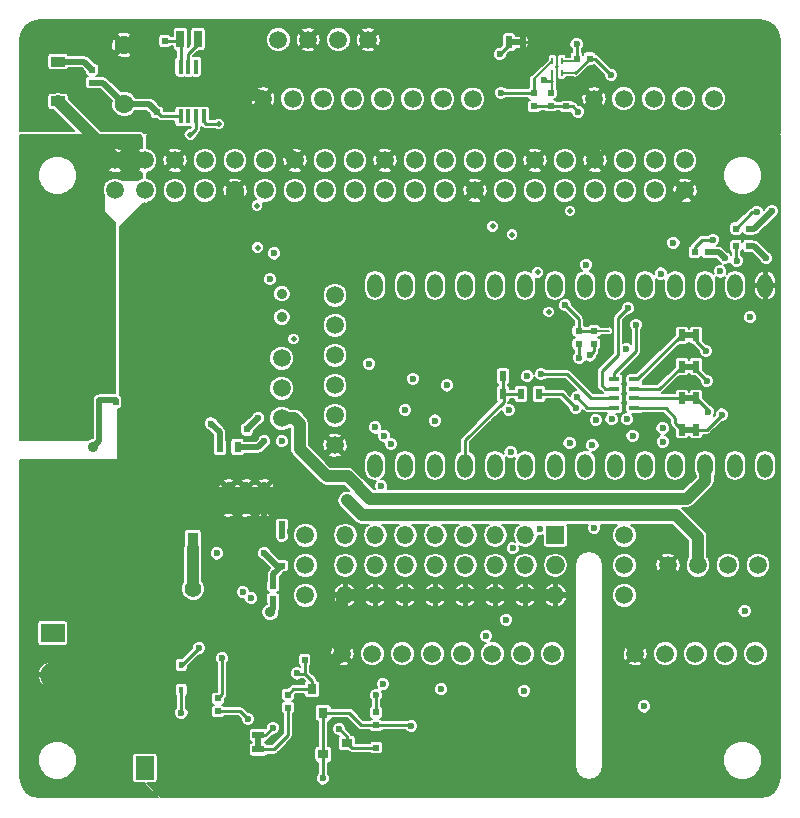
<source format=gbl>
G04 #@! TF.FileFunction,Copper,L4,Bot,Signal*
%FSLAX46Y46*%
G04 Gerber Fmt 4.6, Leading zero omitted, Abs format (unit mm)*
G04 Created by KiCad (PCBNEW 4.0.6) date 09/14/17 13:16:33*
%MOMM*%
%LPD*%
G01*
G04 APERTURE LIST*
%ADD10C,0.100000*%
%ADD11C,0.500000*%
%ADD12C,1.506220*%
%ADD13O,1.300000X2.000000*%
%ADD14R,0.599440X0.899160*%
%ADD15R,0.497840X0.599440*%
%ADD16R,0.899160X2.499360*%
%ADD17R,0.450000X0.590000*%
%ADD18R,0.600000X1.000000*%
%ADD19R,1.000000X0.600000*%
%ADD20R,0.599440X0.497840*%
%ADD21R,0.899160X0.419100*%
%ADD22R,0.797560X0.899160*%
%ADD23R,0.899160X0.797560*%
%ADD24C,1.500000*%
%ADD25R,2.000000X1.600000*%
%ADD26O,2.000000X1.600000*%
%ADD27R,1.600000X2.000000*%
%ADD28O,1.600000X2.000000*%
%ADD29C,1.200000*%
%ADD30R,1.500000X1.500000*%
%ADD31O,1.500000X1.500000*%
%ADD32C,1.600000*%
%ADD33R,0.450000X1.200000*%
%ADD34R,0.200000X0.600000*%
%ADD35R,0.200000X1.600000*%
%ADD36R,0.700000X1.400000*%
%ADD37R,1.198880X0.848360*%
%ADD38C,0.600000*%
%ADD39C,0.465000*%
%ADD40C,0.900000*%
%ADD41C,1.400000*%
%ADD42C,0.250000*%
%ADD43C,0.130000*%
%ADD44C,1.000000*%
%ADD45C,1.500000*%
%ADD46C,2.300000*%
%ADD47C,0.200000*%
G04 APERTURE END LIST*
D10*
D11*
X131353000Y-85020000D02*
X132553000Y-85020000D01*
X131353000Y-82353000D02*
X132553000Y-82353000D01*
X131353000Y-79686000D02*
X132553000Y-79686000D01*
X131353000Y-77019000D02*
X132553000Y-77019000D01*
X95500000Y-110900000D02*
X95500000Y-112100000D01*
X116750000Y-52200000D02*
X117950000Y-52200000D01*
D12*
X95885000Y-57023000D03*
X98425000Y-57023000D03*
X100965000Y-57023000D03*
X103505000Y-57023000D03*
X106045000Y-57023000D03*
X108585000Y-57023000D03*
X111125000Y-57023000D03*
X113665000Y-57023000D03*
X102000000Y-86350000D03*
X102000000Y-83810000D03*
X102000000Y-81270000D03*
X102000000Y-78730000D03*
X102000000Y-76190000D03*
X102000000Y-73650000D03*
X102610000Y-104000000D03*
X105150000Y-104000000D03*
X107690000Y-104000000D03*
X110230000Y-104000000D03*
X112770000Y-104000000D03*
X115310000Y-104000000D03*
X117850000Y-104000000D03*
X120390000Y-104000000D03*
D13*
X138430000Y-88068000D03*
X138430000Y-72828000D03*
X135890000Y-88068000D03*
X135890000Y-72828000D03*
X133350000Y-88068000D03*
X133350000Y-72828000D03*
X130810000Y-88068000D03*
X130810000Y-72828000D03*
X128270000Y-88068000D03*
X128270000Y-72828000D03*
X125730000Y-88068000D03*
X125730000Y-72828000D03*
X123190000Y-88068000D03*
X123190000Y-72828000D03*
X120650000Y-88068000D03*
X120650000Y-72828000D03*
X118110000Y-88068000D03*
X118110000Y-72828000D03*
X115570000Y-88068000D03*
X115570000Y-72828000D03*
X113030000Y-88068000D03*
X113030000Y-72828000D03*
X110490000Y-88068000D03*
X110490000Y-72828000D03*
X107950000Y-88068000D03*
X107950000Y-72828000D03*
X105410000Y-88068000D03*
X105410000Y-72828000D03*
D14*
X116249300Y-80500000D03*
X114750700Y-80500000D03*
D15*
X94548640Y-85000000D03*
X93451360Y-85000000D03*
D14*
X93749300Y-86500000D03*
X92250700Y-86500000D03*
D16*
X81991200Y-80264000D03*
X84886800Y-80264000D03*
X81991200Y-73152000D03*
X84886800Y-73152000D03*
X81991200Y-69596000D03*
X84886800Y-69596000D03*
X81991200Y-76708000D03*
X84886800Y-76708000D03*
X89947800Y-95000000D03*
X87052200Y-95000000D03*
D17*
X89000000Y-104945000D03*
X89000000Y-107055000D03*
D12*
X97500000Y-78960000D03*
X97500000Y-81500000D03*
X97500000Y-84040000D03*
X130190000Y-96500000D03*
X132730000Y-96500000D03*
X135270000Y-96500000D03*
X137810000Y-96500000D03*
X99500000Y-93960000D03*
X99500000Y-96500000D03*
X99500000Y-99040000D03*
X126500000Y-93960000D03*
X126500000Y-96500000D03*
X126500000Y-99040000D03*
X123920000Y-57000000D03*
X126460000Y-57000000D03*
X129000000Y-57000000D03*
X131540000Y-57000000D03*
X134080000Y-57000000D03*
X127420000Y-104000000D03*
X129960000Y-104000000D03*
X132500000Y-104000000D03*
X135040000Y-104000000D03*
X137580000Y-104000000D03*
D18*
X131353000Y-85020000D03*
X132553000Y-85020000D03*
X131353000Y-82353000D03*
X132553000Y-82353000D03*
X131353000Y-79686000D03*
X132553000Y-79686000D03*
X131353000Y-77019000D03*
X132553000Y-77019000D03*
D19*
X95500000Y-110900000D03*
X95500000Y-112100000D03*
D14*
X119249300Y-82000000D03*
X117750700Y-82000000D03*
X116249300Y-82000000D03*
X114750700Y-82000000D03*
D15*
X132451360Y-70000000D03*
X133548640Y-70000000D03*
X135951360Y-69500000D03*
X137048640Y-69500000D03*
X135951360Y-68000000D03*
X137048640Y-68000000D03*
X99451360Y-104500000D03*
X100548640Y-104500000D03*
D20*
X105500000Y-111951360D03*
X105500000Y-113048640D03*
X92075000Y-107782360D03*
X92075000Y-108879640D03*
X105500000Y-108951360D03*
X105500000Y-110048640D03*
X97500000Y-93048640D03*
X97500000Y-91951360D03*
D15*
X80951360Y-82700000D03*
X82048640Y-82700000D03*
X83451360Y-82700000D03*
X84548640Y-82700000D03*
D20*
X122618500Y-76667360D03*
X122618500Y-77764640D03*
X123952000Y-76667360D03*
X123952000Y-77764640D03*
X96774000Y-99354640D03*
X96774000Y-98257360D03*
X97500000Y-96548640D03*
X97500000Y-95451360D03*
X98000000Y-108548640D03*
X98000000Y-107451360D03*
D21*
X125643640Y-83170880D03*
X125643640Y-82370780D03*
X125643640Y-81573220D03*
X125643640Y-80773120D03*
X127340360Y-80773120D03*
X127340360Y-81573220D03*
X127340360Y-82370780D03*
X127340360Y-83170880D03*
D22*
X100050040Y-107001780D03*
X101949960Y-107001780D03*
X101000000Y-108998220D03*
D23*
X102998220Y-111550040D03*
X102998220Y-113449960D03*
X101001780Y-112500000D03*
D24*
X83370000Y-64770000D03*
X83370000Y-62230000D03*
X85910000Y-64770000D03*
X85910000Y-62230000D03*
X88450000Y-64770000D03*
X88450000Y-62230000D03*
X90990000Y-64770000D03*
X90990000Y-62230000D03*
X93530000Y-64770000D03*
X93530000Y-62230000D03*
X96070000Y-64770000D03*
X96070000Y-62230000D03*
X98610000Y-64770000D03*
X98610000Y-62230000D03*
X101150000Y-64770000D03*
X101150000Y-62230000D03*
X103690000Y-64770000D03*
X103690000Y-62230000D03*
X106230000Y-64770000D03*
X106230000Y-62230000D03*
X108770000Y-64770000D03*
X108770000Y-62230000D03*
X111310000Y-64770000D03*
X111310000Y-62230000D03*
X113850000Y-64770000D03*
X113850000Y-62230000D03*
X116390000Y-64770000D03*
X116390000Y-62230000D03*
X118930000Y-64770000D03*
X118930000Y-62230000D03*
X121470000Y-64770000D03*
X121470000Y-62230000D03*
X124010000Y-64770000D03*
X124010000Y-62230000D03*
X126550000Y-64770000D03*
X126550000Y-62230000D03*
X129090000Y-64770000D03*
X129090000Y-62230000D03*
X131630000Y-64770000D03*
X131630000Y-62230000D03*
D25*
X78105000Y-102263000D03*
D26*
X78105000Y-105763000D03*
D27*
X85880000Y-113665000D03*
D28*
X89380000Y-113665000D03*
D29*
X92988000Y-90055000D03*
X92988000Y-91555000D03*
X94488000Y-90055000D03*
X94488000Y-91555000D03*
X95988000Y-91555000D03*
X95988000Y-90055000D03*
D30*
X120660000Y-93960000D03*
D31*
X118120000Y-93960000D03*
X115580000Y-93960000D03*
X113040000Y-93960000D03*
X110500000Y-93960000D03*
X107960000Y-93960000D03*
X105420000Y-93960000D03*
X102880000Y-93960000D03*
X120660000Y-96500000D03*
X118120000Y-96500000D03*
X115580000Y-96500000D03*
X113040000Y-96500000D03*
X110500000Y-96500000D03*
X107960000Y-96500000D03*
X105420000Y-96500000D03*
X102880000Y-96500000D03*
X120660000Y-99040000D03*
X118120000Y-99040000D03*
X115580000Y-99040000D03*
X113040000Y-99040000D03*
X110500000Y-99040000D03*
X107960000Y-99040000D03*
X105420000Y-99040000D03*
X102880000Y-99040000D03*
D32*
X84150000Y-57450000D03*
X84150000Y-52450000D03*
D20*
X121600000Y-57648640D03*
X121600000Y-56551360D03*
X86950000Y-58151360D03*
X86950000Y-59248640D03*
D15*
X87598640Y-52100000D03*
X86501360Y-52100000D03*
D18*
X116750000Y-52200000D03*
X117950000Y-52200000D03*
D20*
X118850000Y-57648640D03*
X118850000Y-56551360D03*
X120250000Y-57598640D03*
X120250000Y-56501360D03*
D15*
X123548640Y-53600000D03*
X122451360Y-53600000D03*
D20*
X81450000Y-55648640D03*
X81450000Y-54551360D03*
D33*
X88925000Y-58500000D03*
X88925000Y-54300000D03*
X89575000Y-58500000D03*
X89575000Y-54300000D03*
X90225000Y-58500000D03*
X90225000Y-54300000D03*
X90875000Y-58500000D03*
X90875000Y-54300000D03*
D34*
X121200000Y-54800000D03*
X121200000Y-53800000D03*
D35*
X120800000Y-54300000D03*
D34*
X120400000Y-53800000D03*
X120400000Y-54800000D03*
D36*
X90400000Y-51950000D03*
X88900000Y-51950000D03*
D37*
X78550000Y-57223860D03*
X78550000Y-53876140D03*
D12*
X97190000Y-52000000D03*
X99730000Y-52000000D03*
X102270000Y-52000000D03*
X104810000Y-52000000D03*
D38*
X89250000Y-55550000D03*
D39*
X98501200Y-91897200D03*
X98094800Y-90373200D03*
X98501200Y-88798400D03*
X90779600Y-88722200D03*
X90779600Y-90805000D03*
X90779600Y-92837000D03*
D38*
X104394000Y-114173000D03*
D40*
X91500000Y-70000000D03*
X89000000Y-70000000D03*
D38*
X76000000Y-98000000D03*
X78000000Y-98000000D03*
D40*
X100000000Y-91000000D03*
D41*
X87000000Y-98000000D03*
D40*
X97500000Y-73500000D03*
X97500000Y-75500000D03*
X79500000Y-75500000D03*
X80250000Y-74000000D03*
D38*
X96750000Y-110250000D03*
D40*
X78500000Y-69500000D03*
X79000000Y-70500000D03*
X81000000Y-85000000D03*
X79500000Y-80000000D03*
D38*
X125400000Y-55000000D03*
X122600000Y-58100000D03*
X121500000Y-74500000D03*
X111480600Y-81280000D03*
X108610400Y-80721200D03*
X116713000Y-83362800D03*
X107950000Y-83362800D03*
X116865400Y-86918800D03*
X117043200Y-95072200D03*
X104902000Y-79451200D03*
X118287800Y-80492600D03*
X105918000Y-89814400D03*
X114808000Y-102489000D03*
X126669800Y-78232000D03*
X123799600Y-86334600D03*
X123952000Y-93319600D03*
X119443500Y-80327500D03*
X122529600Y-82270600D03*
X126746000Y-84150200D03*
X125412500Y-84137500D03*
D39*
X92150000Y-59150000D03*
X120100000Y-75050000D03*
X117000000Y-68500000D03*
D38*
X133540500Y-83502500D03*
X123596400Y-78740000D03*
D39*
X89750000Y-60050000D03*
X121900000Y-66500000D03*
X119150000Y-71700000D03*
X115350000Y-67800000D03*
D38*
X134747000Y-83743800D03*
X122682000Y-78930500D03*
X133477000Y-80899000D03*
X96850000Y-70100000D03*
X133413500Y-78359000D03*
D39*
X95450000Y-69600000D03*
X95400000Y-66050000D03*
D38*
X119700000Y-55450000D03*
X116050000Y-56500000D03*
X128193800Y-108458000D03*
X136677400Y-100380800D03*
X137160000Y-75514200D03*
X134620000Y-71628000D03*
X129590800Y-71805800D03*
X129743200Y-86029800D03*
X116509800Y-101117400D03*
X118033800Y-107137200D03*
X134010400Y-68935600D03*
X136017000Y-70713600D03*
X137718800Y-66624200D03*
X126809500Y-74739500D03*
X127482600Y-76149200D03*
X129730500Y-84899500D03*
X105410000Y-84836000D03*
X127190500Y-85534500D03*
X106172000Y-85534500D03*
X110464600Y-84251800D03*
X124079000Y-84201000D03*
X106743500Y-86233000D03*
X121856500Y-86169500D03*
X106045000Y-106553000D03*
X92456000Y-104394000D03*
X90500000Y-103500000D03*
X135000000Y-70500000D03*
X138500000Y-70500000D03*
X139000000Y-66500000D03*
X94640400Y-109524800D03*
X111000000Y-107000000D03*
X105500000Y-107500000D03*
X89000000Y-109000000D03*
X94183200Y-98766400D03*
X94900000Y-99300000D03*
X119329200Y-93395800D03*
X122364500Y-83185000D03*
D40*
X96500000Y-100500000D03*
X102997000Y-90995500D03*
D38*
X108458000Y-110109000D03*
X100965000Y-114554000D03*
D41*
X90000000Y-98500000D03*
D38*
X95500000Y-84000000D03*
X92000000Y-95500000D03*
X96000000Y-86000000D03*
X91500000Y-84500000D03*
X97500000Y-94000000D03*
X97500000Y-86000000D03*
D40*
X81500000Y-86500000D03*
D38*
X96000000Y-95500000D03*
D39*
X98500000Y-77350000D03*
D38*
X102362000Y-110363000D03*
X130657600Y-69189600D03*
X123266200Y-71069200D03*
X96500000Y-72300000D03*
X98780600Y-105664000D03*
X115950000Y-53250000D03*
X122450000Y-52400000D03*
D42*
X117950000Y-52200000D02*
X120700000Y-52200000D01*
D43*
X120800000Y-52300000D02*
X120800000Y-54300000D01*
X120700000Y-52200000D02*
X120800000Y-52300000D01*
D42*
X121600000Y-56551360D02*
X123471360Y-56551360D01*
D43*
X123471360Y-56551360D02*
X123920000Y-57000000D01*
X120800000Y-54300000D02*
X120800000Y-55751360D01*
D42*
X120800000Y-55751360D02*
X121600000Y-56551360D01*
X90875000Y-54300000D02*
X90875000Y-55275000D01*
X90600000Y-55550000D02*
X89250000Y-55550000D01*
X90875000Y-55275000D02*
X90600000Y-55550000D01*
X90875000Y-54300000D02*
X90875000Y-56650000D01*
X90900000Y-56600000D02*
X90900000Y-56650000D01*
X90900000Y-56625000D02*
X90900000Y-56600000D01*
X90875000Y-56650000D02*
X90900000Y-56625000D01*
D11*
X86501360Y-52100000D02*
X86501360Y-52898640D01*
D44*
X88350000Y-56650000D02*
X90900000Y-56650000D01*
X90900000Y-56650000D02*
X95512000Y-56650000D01*
X86500000Y-54800000D02*
X88350000Y-56650000D01*
X86500000Y-52900000D02*
X86500000Y-54800000D01*
X86501360Y-52898640D02*
X86500000Y-52900000D01*
X95512000Y-56650000D02*
X95885000Y-57023000D01*
X84150000Y-52450000D02*
X85750000Y-52450000D01*
D11*
X86100000Y-52100000D02*
X86501360Y-52100000D01*
X85750000Y-52450000D02*
X86100000Y-52100000D01*
D44*
X98610000Y-62230000D02*
X95885000Y-59505000D01*
X95885000Y-59505000D02*
X95885000Y-57023000D01*
X124010000Y-62230000D02*
X123920000Y-62140000D01*
X123920000Y-62140000D02*
X123920000Y-57000000D01*
D42*
X120675400Y-66319400D02*
X122301000Y-67945000D01*
D43*
X95988000Y-91555000D02*
X98159000Y-91555000D01*
X98159000Y-91555000D02*
X98501200Y-91897200D01*
X98094800Y-90373200D02*
X98501200Y-89966800D01*
X98501200Y-89966800D02*
X98501200Y-88798400D01*
X92988000Y-91555000D02*
X92061600Y-91555000D01*
X90779600Y-90805000D02*
X90779600Y-88722200D01*
X92061600Y-91555000D02*
X90779600Y-92837000D01*
D44*
X122301000Y-67945000D02*
X122305000Y-67945000D01*
X122305000Y-67945000D02*
X124000000Y-66250000D01*
X130150000Y-66250000D02*
X131630000Y-64770000D01*
X124000000Y-66250000D02*
X130150000Y-66250000D01*
D45*
X100203000Y-67945000D02*
X93555000Y-67945000D01*
X93555000Y-67945000D02*
X93500000Y-68000000D01*
X91500000Y-70000000D02*
X93500000Y-68000000D01*
X93500000Y-68000000D02*
X93500000Y-64800000D01*
X93500000Y-64800000D02*
X93530000Y-64770000D01*
D44*
X127420000Y-104000000D02*
X127420000Y-102500800D01*
X130190000Y-99730800D02*
X130190000Y-96500000D01*
X127420000Y-102500800D02*
X130190000Y-99730800D01*
D45*
X122301000Y-67945000D02*
X120091200Y-70154800D01*
X102412800Y-70154800D02*
X100203000Y-67945000D01*
X120091200Y-70154800D02*
X102412800Y-70154800D01*
D42*
X94488000Y-90055000D02*
X92988000Y-90055000D01*
X95988000Y-90055000D02*
X94488000Y-90055000D01*
X95988000Y-91555000D02*
X95988000Y-90055000D01*
X94488000Y-91555000D02*
X95988000Y-91555000D01*
X92988000Y-91555000D02*
X94488000Y-91555000D01*
X124010000Y-62230000D02*
X122758200Y-63481800D01*
X122758200Y-63481800D02*
X122758200Y-67487800D01*
X122758200Y-67487800D02*
X122301000Y-67945000D01*
X118930000Y-62230000D02*
X120218200Y-63518200D01*
X120218200Y-66370200D02*
X120218200Y-66319400D01*
X120218200Y-63518200D02*
X120218200Y-66370200D01*
X113850000Y-64770000D02*
X113850000Y-65005800D01*
X113850000Y-65005800D02*
X115163600Y-66319400D01*
X115163600Y-66319400D02*
X120218200Y-66319400D01*
X120218200Y-66319400D02*
X120675400Y-66319400D01*
X106230000Y-62230000D02*
X104952800Y-63507200D01*
X104952800Y-63507200D02*
X104952800Y-65430400D01*
X104952800Y-65430400D02*
X104165400Y-66217800D01*
X104165400Y-66217800D02*
X101930200Y-66217800D01*
X101930200Y-66217800D02*
X100203000Y-67945000D01*
X98610000Y-62230000D02*
X98628200Y-62230000D01*
X98628200Y-62230000D02*
X99847400Y-63449200D01*
X99847400Y-63449200D02*
X99847400Y-67589400D01*
X99847400Y-67589400D02*
X100203000Y-67945000D01*
D44*
X110500000Y-99040000D02*
X113040000Y-99040000D01*
X113040000Y-99040000D02*
X115580000Y-99040000D01*
X115580000Y-99040000D02*
X118120000Y-99040000D01*
X118120000Y-99040000D02*
X120660000Y-99040000D01*
D42*
X114750700Y-80500000D02*
X114750700Y-82000000D01*
X114750700Y-82000000D02*
X114708700Y-82042000D01*
X114708700Y-82042000D02*
X106308000Y-82042000D01*
X106308000Y-82042000D02*
X102000000Y-86350000D01*
D44*
X110500000Y-99040000D02*
X107960000Y-99040000D01*
X107960000Y-99040000D02*
X105420000Y-99040000D01*
X105420000Y-99040000D02*
X102880000Y-99040000D01*
X102880000Y-99040000D02*
X102610000Y-99310000D01*
X102610000Y-99310000D02*
X102610000Y-104000000D01*
X101949960Y-107001780D02*
X101949960Y-104660040D01*
X101949960Y-104660040D02*
X102610000Y-104000000D01*
X100548640Y-104500000D02*
X102110000Y-104500000D01*
D42*
X102110000Y-104500000D02*
X102610000Y-104000000D01*
D44*
X105500000Y-113048640D02*
X104502360Y-113048640D01*
X104502360Y-113048640D02*
X103886000Y-113665000D01*
X104394000Y-114173000D02*
X103886000Y-113665000D01*
D42*
X103886000Y-113665000D02*
X103670960Y-113449960D01*
D44*
X103670960Y-113449960D02*
X102998220Y-113449960D01*
X88596000Y-69596000D02*
X91096000Y-69596000D01*
X91096000Y-69596000D02*
X91500000Y-70000000D01*
X88596000Y-69596000D02*
X84886800Y-69596000D01*
X89000000Y-70000000D02*
X88596000Y-69596000D01*
D11*
X93451360Y-85000000D02*
X93451360Y-84951360D01*
X93451360Y-84951360D02*
X92000000Y-83500000D01*
X92000000Y-83500000D02*
X91000000Y-83500000D01*
X91000000Y-83500000D02*
X90500000Y-84000000D01*
X90500000Y-84000000D02*
X90500000Y-88500000D01*
X90500000Y-88500000D02*
X88000000Y-91000000D01*
X95988000Y-91555000D02*
X95988000Y-93939360D01*
X95988000Y-93939360D02*
X97500000Y-95451360D01*
D46*
X84886800Y-80264000D02*
X85500000Y-80877200D01*
X85500000Y-88500000D02*
X88000000Y-91000000D01*
X85500000Y-80877200D02*
X85500000Y-88500000D01*
D11*
X84548640Y-82500000D02*
X84548640Y-80602160D01*
X84548640Y-80602160D02*
X84886800Y-80264000D01*
X78000000Y-98000000D02*
X76000000Y-98000000D01*
D46*
X84886800Y-76708000D02*
X84886800Y-80264000D01*
X84886800Y-73152000D02*
X84886800Y-76708000D01*
X84886800Y-69596000D02*
X84886800Y-73152000D01*
X78105000Y-105763000D02*
X83263000Y-105763000D01*
X89500000Y-112000000D02*
X89500000Y-114000000D01*
X83263000Y-105763000D02*
X89500000Y-112000000D01*
X89500000Y-114000000D02*
X89380000Y-113665000D01*
X87052200Y-95000000D02*
X87052200Y-91947800D01*
X87052200Y-91947800D02*
X88000000Y-91000000D01*
X88000000Y-91000000D02*
X100000000Y-91000000D01*
D11*
X97500000Y-91951360D02*
X99048640Y-91951360D01*
X99048640Y-91951360D02*
X100000000Y-91000000D01*
D44*
X87000000Y-98000000D02*
X87052200Y-97947800D01*
X87052200Y-97947800D02*
X87052200Y-95000000D01*
D42*
X117750700Y-82000000D02*
X116249300Y-82000000D01*
X116249300Y-80500000D02*
X116249300Y-82000000D01*
X116249300Y-82000000D02*
X116268500Y-82019200D01*
X116268500Y-82019200D02*
X116268500Y-82677000D01*
X116268500Y-82677000D02*
X113030000Y-85915500D01*
X113030000Y-85915500D02*
X113030000Y-88068000D01*
D44*
X83370000Y-62230000D02*
X83370000Y-62043860D01*
X83370000Y-62043860D02*
X78550000Y-57223860D01*
X80708000Y-76708000D02*
X81991200Y-76708000D01*
X79500000Y-75500000D02*
X80708000Y-76708000D01*
D11*
X81098000Y-73152000D02*
X81991200Y-73152000D01*
D44*
X80250000Y-74000000D02*
X81098000Y-73152000D01*
D42*
X95500000Y-110900000D02*
X96100000Y-110900000D01*
X96100000Y-110900000D02*
X96750000Y-110250000D01*
D44*
X78895200Y-69104800D02*
X81500000Y-69104800D01*
D11*
X78500000Y-69500000D02*
X78895200Y-69104800D01*
X79904000Y-69596000D02*
X81991200Y-69596000D01*
D44*
X79000000Y-70500000D02*
X79904000Y-69596000D01*
X80951360Y-84951360D02*
X80951360Y-82500000D01*
D11*
X81000000Y-85000000D02*
X80951360Y-84951360D01*
D44*
X79764000Y-80264000D02*
X81991200Y-80264000D01*
D11*
X79500000Y-80000000D02*
X79764000Y-80264000D01*
D44*
X83370000Y-62230000D02*
X82770000Y-62230000D01*
X82770000Y-62230000D02*
X81500000Y-63500000D01*
D45*
X81500000Y-63500000D02*
X81500000Y-69104800D01*
X81500000Y-69104800D02*
X81991200Y-69596000D01*
D44*
X85910000Y-62230000D02*
X83370000Y-62230000D01*
D46*
X81991200Y-69596000D02*
X81991200Y-73152000D01*
X81991200Y-73152000D02*
X81991200Y-76708000D01*
X81991200Y-76708000D02*
X81991200Y-80264000D01*
D44*
X80951360Y-82500000D02*
X80951360Y-81303840D01*
X80951360Y-81303840D02*
X81991200Y-80264000D01*
D42*
X124000000Y-53600000D02*
X123548640Y-53600000D01*
X125400000Y-55000000D02*
X124000000Y-53600000D01*
X121600000Y-57648640D02*
X122148640Y-57648640D01*
X122148640Y-57648640D02*
X122600000Y-58100000D01*
D43*
X121600000Y-57648640D02*
X121550000Y-57598640D01*
D42*
X121550000Y-57598640D02*
X120250000Y-57598640D01*
D43*
X118850000Y-57648640D02*
X118900000Y-57598640D01*
D42*
X118900000Y-57598640D02*
X120250000Y-57598640D01*
D43*
X121200000Y-54800000D02*
X122348640Y-54800000D01*
D42*
X122348640Y-54800000D02*
X123548640Y-53600000D01*
D43*
X123952000Y-76667360D02*
X125181280Y-76667360D01*
X125181280Y-76667360D02*
X125200000Y-76648640D01*
X123968000Y-76651360D02*
X123952000Y-76667360D01*
D42*
X122618500Y-76667360D02*
X123952000Y-76667360D01*
X122618500Y-76667360D02*
X122618500Y-75618500D01*
X122618500Y-75618500D02*
X121500000Y-74500000D01*
D44*
X133350000Y-88068000D02*
X133350000Y-89344500D01*
X98518000Y-84040000D02*
X97500000Y-84040000D01*
X98996500Y-84518500D02*
X98518000Y-84040000D01*
X98996500Y-86677500D02*
X98996500Y-84518500D01*
X101282500Y-88963500D02*
X98996500Y-86677500D01*
X103060500Y-88963500D02*
X101282500Y-88963500D01*
X104965500Y-90868500D02*
X103060500Y-88963500D01*
X131826000Y-90868500D02*
X104965500Y-90868500D01*
X133350000Y-89344500D02*
X131826000Y-90868500D01*
D42*
X123709280Y-82370780D02*
X125643640Y-82370780D01*
X121666000Y-80327500D02*
X123709280Y-82370780D01*
X119443500Y-80327500D02*
X121666000Y-80327500D01*
X123366380Y-83170880D02*
X125643640Y-83170880D01*
X122529600Y-82270600D02*
X123366380Y-83170880D01*
X91050000Y-59150000D02*
X90875000Y-58975000D01*
X92150000Y-59150000D02*
X91050000Y-59150000D01*
X90875000Y-58975000D02*
X90875000Y-58500000D01*
X123952000Y-77764640D02*
X123952000Y-78384400D01*
X123952000Y-78384400D02*
X123596400Y-78740000D01*
X132553000Y-82353000D02*
X133540500Y-83340500D01*
X133540500Y-83340500D02*
X133540500Y-83502500D01*
X123888500Y-77828140D02*
X123952000Y-77764640D01*
X90225000Y-58500000D02*
X90225000Y-59575000D01*
X90225000Y-59575000D02*
X89750000Y-60050000D01*
X133470800Y-85020000D02*
X132553000Y-85020000D01*
X134747000Y-83743800D02*
X133470800Y-85020000D01*
X122618500Y-78867000D02*
X122618500Y-77764640D01*
X122682000Y-78930500D02*
X122618500Y-78867000D01*
X132553000Y-79686000D02*
X132553000Y-79975000D01*
X132553000Y-79975000D02*
X133477000Y-80899000D01*
X133413500Y-78359000D02*
X132553000Y-77498500D01*
X132553000Y-77019000D02*
X132553000Y-77498500D01*
X119750000Y-55500000D02*
X120400000Y-55500000D01*
D43*
X119700000Y-55450000D02*
X119750000Y-55500000D01*
X120400000Y-54800000D02*
X120400000Y-55500000D01*
X120400000Y-55500000D02*
X120400000Y-56351360D01*
X120400000Y-56351360D02*
X120250000Y-56501360D01*
D42*
X118850000Y-56551360D02*
X116101360Y-56551360D01*
D43*
X116101360Y-56551360D02*
X116050000Y-56500000D01*
X120400000Y-53800000D02*
X118850000Y-55350000D01*
D42*
X118850000Y-55350000D02*
X118850000Y-56551360D01*
X132451360Y-70000000D02*
X132451360Y-69580240D01*
X133096000Y-68935600D02*
X134010400Y-68935600D01*
X132451360Y-69580240D02*
X133096000Y-68935600D01*
X135951360Y-69500000D02*
X135951360Y-70647960D01*
X135951360Y-70647960D02*
X136017000Y-70713600D01*
X135951360Y-68000000D02*
X137327160Y-66624200D01*
X137327160Y-66624200D02*
X137718800Y-66624200D01*
X125643640Y-81573220D02*
X124880220Y-81573220D01*
X125984000Y-75565000D02*
X126809500Y-74739500D01*
X125984000Y-78676500D02*
X125984000Y-75565000D01*
X124587000Y-80073500D02*
X125984000Y-78676500D01*
X124587000Y-81280000D02*
X124587000Y-80073500D01*
X124880220Y-81573220D02*
X124587000Y-81280000D01*
X125643640Y-80773120D02*
X125643640Y-80223360D01*
X127482600Y-78384400D02*
X127482600Y-76149200D01*
X125643640Y-80223360D02*
X127482600Y-78384400D01*
X92075000Y-107782360D02*
X92456000Y-107401360D01*
X92456000Y-107401360D02*
X92456000Y-104394000D01*
X89000000Y-104945000D02*
X89055000Y-104945000D01*
X89055000Y-104945000D02*
X90500000Y-103500000D01*
D11*
X133548640Y-70000000D02*
X134500000Y-70000000D01*
X134500000Y-70000000D02*
X135000000Y-70500000D01*
X137048640Y-69500000D02*
X137500000Y-69500000D01*
X137500000Y-69500000D02*
X138500000Y-70500000D01*
X137048640Y-68000000D02*
X137500000Y-68000000D01*
X137500000Y-68000000D02*
X139000000Y-66500000D01*
D42*
X92075000Y-108879640D02*
X93995240Y-108879640D01*
X93995240Y-108879640D02*
X94640400Y-109524800D01*
X105500000Y-107500000D02*
X105500000Y-108951360D01*
X89000000Y-109000000D02*
X89000000Y-107055000D01*
X121179500Y-82000000D02*
X122364500Y-83185000D01*
X119249300Y-82000000D02*
X121179500Y-82000000D01*
D11*
X96774000Y-99354640D02*
X96774000Y-100226000D01*
X96774000Y-100226000D02*
X96500000Y-100500000D01*
D44*
X132715000Y-94107000D02*
X132715000Y-96520000D01*
X130873500Y-92265500D02*
X132715000Y-94107000D01*
X104267000Y-92265500D02*
X130873500Y-92265500D01*
X102997000Y-90995500D02*
X104267000Y-92265500D01*
X132715000Y-96520000D02*
X132730000Y-96500000D01*
D45*
X120660000Y-96500000D02*
X120670000Y-96500000D01*
D42*
X101000000Y-108998220D02*
X103181620Y-108998220D01*
X104232040Y-110048640D02*
X105500000Y-110048640D01*
X103181620Y-108998220D02*
X104232040Y-110048640D01*
X108397640Y-110048640D02*
X105500000Y-110048640D01*
X108458000Y-110109000D02*
X108397640Y-110048640D01*
X101001780Y-112500000D02*
X101001780Y-109000000D01*
X101001780Y-109000000D02*
X101000000Y-108998220D01*
X101001780Y-114517220D02*
X101001780Y-112500000D01*
X100965000Y-114554000D02*
X101001780Y-114517220D01*
X129489200Y-83170880D02*
X129983080Y-83170880D01*
X130810000Y-84477000D02*
X131353000Y-85020000D01*
X130810000Y-83997800D02*
X130810000Y-84477000D01*
X129983080Y-83170880D02*
X130810000Y-83997800D01*
X127340360Y-83170880D02*
X129489200Y-83170880D01*
X129489200Y-83170880D02*
X129503880Y-83170880D01*
X127340360Y-82370780D02*
X131335220Y-82370780D01*
X131335220Y-82370780D02*
X131353000Y-82353000D01*
X127340360Y-81573220D02*
X129465780Y-81573220D01*
X129465780Y-81573220D02*
X131353000Y-79686000D01*
X127340360Y-80773120D02*
X127598880Y-80773120D01*
X127598880Y-80773120D02*
X131353000Y-77019000D01*
X95500000Y-112100000D02*
X96815000Y-112100000D01*
X98000000Y-110915000D02*
X98000000Y-108548640D01*
X96815000Y-112100000D02*
X98000000Y-110915000D01*
D44*
X89947800Y-98447800D02*
X89947800Y-95000000D01*
X90000000Y-98500000D02*
X89947800Y-98447800D01*
D11*
X95500000Y-84000000D02*
X94548640Y-84951360D01*
X94548640Y-84951360D02*
X94548640Y-85000000D01*
X93749300Y-86500000D02*
X95500000Y-86500000D01*
X95500000Y-86500000D02*
X96000000Y-86000000D01*
X92250700Y-86500000D02*
X92250700Y-85250700D01*
X92250700Y-85250700D02*
X91500000Y-84500000D01*
X97500000Y-94000000D02*
X97500000Y-93048640D01*
X82048640Y-82500000D02*
X82048640Y-85951360D01*
X82048640Y-85951360D02*
X81500000Y-86500000D01*
X82048640Y-82500000D02*
X83451360Y-82500000D01*
X96000000Y-95500000D02*
X97048640Y-96548640D01*
X97048640Y-96548640D02*
X97500000Y-96548640D01*
X96774000Y-98257360D02*
X96774000Y-97274640D01*
X96774000Y-97274640D02*
X97500000Y-96548640D01*
D42*
X102998220Y-111550040D02*
X102998220Y-110999220D01*
X102998220Y-110999220D02*
X102362000Y-110363000D01*
X102998220Y-111550040D02*
X103399540Y-111951360D01*
X103399540Y-111951360D02*
X105500000Y-111951360D01*
X98780600Y-105664000D02*
X98790960Y-105674360D01*
X98790960Y-105674360D02*
X99451360Y-105674360D01*
X100050040Y-107001780D02*
X98449580Y-107001780D01*
X98449580Y-107001780D02*
X98000000Y-107451360D01*
X100050040Y-107001780D02*
X100050040Y-106273040D01*
X99451360Y-105674360D02*
X99451360Y-104500000D01*
X100050040Y-106273040D02*
X99451360Y-105674360D01*
D11*
X81450000Y-55648640D02*
X82348640Y-55648640D01*
X82348640Y-55648640D02*
X84150000Y-57450000D01*
X84150000Y-57450000D02*
X86248640Y-57450000D01*
X86248640Y-57450000D02*
X86950000Y-58151360D01*
D42*
X88925000Y-58500000D02*
X87298640Y-58500000D01*
X87298640Y-58500000D02*
X86950000Y-58151360D01*
X87598640Y-52100000D02*
X88750000Y-52100000D01*
X88750000Y-52100000D02*
X88900000Y-51950000D01*
X88925000Y-54300000D02*
X88925000Y-51975000D01*
X88925000Y-51975000D02*
X88900000Y-51950000D01*
X122451360Y-53600000D02*
X122451360Y-52401360D01*
X115950000Y-53250000D02*
X116750000Y-52450000D01*
X122451360Y-52401360D02*
X122450000Y-52400000D01*
X116750000Y-52450000D02*
X116750000Y-52200000D01*
D43*
X121200000Y-53800000D02*
X122251360Y-53800000D01*
X122251360Y-53800000D02*
X122451360Y-53600000D01*
D11*
X78550000Y-53876140D02*
X80774780Y-53876140D01*
X80774780Y-53876140D02*
X81450000Y-54551360D01*
D42*
X89575000Y-54300000D02*
X89575000Y-53175000D01*
X89575000Y-53175000D02*
X90400000Y-52350000D01*
X90400000Y-52350000D02*
X90400000Y-51950000D01*
D47*
G36*
X85900000Y-65819992D02*
X85900000Y-112359123D01*
X85080000Y-112359123D01*
X84968827Y-112380042D01*
X84866721Y-112445745D01*
X84798222Y-112545997D01*
X84774123Y-112665000D01*
X84774123Y-114665000D01*
X84795042Y-114776173D01*
X84860745Y-114878279D01*
X84960997Y-114946778D01*
X85080000Y-114970877D01*
X85900000Y-114970877D01*
X85900000Y-115000000D01*
X85907350Y-115037629D01*
X85929289Y-115070711D01*
X87008578Y-116150000D01*
X77034472Y-116150000D01*
X76371196Y-116018066D01*
X75838122Y-115661878D01*
X75481934Y-115128804D01*
X75350000Y-114465527D01*
X75350000Y-113326765D01*
X76849715Y-113326765D01*
X77100383Y-113933429D01*
X77564130Y-114397986D01*
X78170355Y-114649713D01*
X78826765Y-114650285D01*
X79433429Y-114399617D01*
X79897986Y-113935870D01*
X80149713Y-113329645D01*
X80150285Y-112673235D01*
X79899617Y-112066571D01*
X79435870Y-111602014D01*
X78829645Y-111350287D01*
X78173235Y-111349715D01*
X77566571Y-111600383D01*
X77102014Y-112064130D01*
X76850287Y-112670355D01*
X76849715Y-113326765D01*
X75350000Y-113326765D01*
X75350000Y-106081624D01*
X76852156Y-106081624D01*
X77041721Y-106452012D01*
X77371108Y-106729927D01*
X77781775Y-106860636D01*
X77955000Y-106791399D01*
X77955000Y-105913000D01*
X78255000Y-105913000D01*
X78255000Y-106791399D01*
X78428225Y-106860636D01*
X78838892Y-106729927D01*
X79168279Y-106452012D01*
X79357844Y-106081624D01*
X79318965Y-105913000D01*
X78255000Y-105913000D01*
X77955000Y-105913000D01*
X76891035Y-105913000D01*
X76852156Y-106081624D01*
X75350000Y-106081624D01*
X75350000Y-105444376D01*
X76852156Y-105444376D01*
X76891035Y-105613000D01*
X77955000Y-105613000D01*
X77955000Y-104734601D01*
X78255000Y-104734601D01*
X78255000Y-105613000D01*
X79318965Y-105613000D01*
X79357844Y-105444376D01*
X79168279Y-105073988D01*
X78838892Y-104796073D01*
X78428225Y-104665364D01*
X78255000Y-104734601D01*
X77955000Y-104734601D01*
X77781775Y-104665364D01*
X77371108Y-104796073D01*
X77041721Y-105073988D01*
X76852156Y-105444376D01*
X75350000Y-105444376D01*
X75350000Y-101463000D01*
X76799123Y-101463000D01*
X76799123Y-103063000D01*
X76820042Y-103174173D01*
X76885745Y-103276279D01*
X76985997Y-103344778D01*
X77105000Y-103368877D01*
X79105000Y-103368877D01*
X79216173Y-103347958D01*
X79318279Y-103282255D01*
X79386778Y-103182003D01*
X79410877Y-103063000D01*
X79410877Y-101463000D01*
X79389958Y-101351827D01*
X79324255Y-101249721D01*
X79224003Y-101181222D01*
X79105000Y-101157123D01*
X77105000Y-101157123D01*
X76993827Y-101178042D01*
X76891721Y-101243745D01*
X76823222Y-101343997D01*
X76799123Y-101463000D01*
X75350000Y-101463000D01*
X75350000Y-87600000D01*
X83500000Y-87600000D01*
X83538906Y-87592121D01*
X83571681Y-87569727D01*
X83593161Y-87536346D01*
X83600000Y-87500000D01*
X83600000Y-83305597D01*
X83700280Y-83305597D01*
X83811453Y-83284678D01*
X83913559Y-83218975D01*
X83982058Y-83118723D01*
X84006157Y-82999720D01*
X84006157Y-82400280D01*
X83985238Y-82289107D01*
X83919535Y-82187001D01*
X83867011Y-82151113D01*
X83840269Y-82111091D01*
X83784984Y-82074151D01*
X83800000Y-82000000D01*
X83800000Y-67841422D01*
X85821498Y-65819924D01*
X85900000Y-65819992D01*
X85900000Y-65819992D01*
G37*
X85900000Y-65819992D02*
X85900000Y-112359123D01*
X85080000Y-112359123D01*
X84968827Y-112380042D01*
X84866721Y-112445745D01*
X84798222Y-112545997D01*
X84774123Y-112665000D01*
X84774123Y-114665000D01*
X84795042Y-114776173D01*
X84860745Y-114878279D01*
X84960997Y-114946778D01*
X85080000Y-114970877D01*
X85900000Y-114970877D01*
X85900000Y-115000000D01*
X85907350Y-115037629D01*
X85929289Y-115070711D01*
X87008578Y-116150000D01*
X77034472Y-116150000D01*
X76371196Y-116018066D01*
X75838122Y-115661878D01*
X75481934Y-115128804D01*
X75350000Y-114465527D01*
X75350000Y-113326765D01*
X76849715Y-113326765D01*
X77100383Y-113933429D01*
X77564130Y-114397986D01*
X78170355Y-114649713D01*
X78826765Y-114650285D01*
X79433429Y-114399617D01*
X79897986Y-113935870D01*
X80149713Y-113329645D01*
X80150285Y-112673235D01*
X79899617Y-112066571D01*
X79435870Y-111602014D01*
X78829645Y-111350287D01*
X78173235Y-111349715D01*
X77566571Y-111600383D01*
X77102014Y-112064130D01*
X76850287Y-112670355D01*
X76849715Y-113326765D01*
X75350000Y-113326765D01*
X75350000Y-106081624D01*
X76852156Y-106081624D01*
X77041721Y-106452012D01*
X77371108Y-106729927D01*
X77781775Y-106860636D01*
X77955000Y-106791399D01*
X77955000Y-105913000D01*
X78255000Y-105913000D01*
X78255000Y-106791399D01*
X78428225Y-106860636D01*
X78838892Y-106729927D01*
X79168279Y-106452012D01*
X79357844Y-106081624D01*
X79318965Y-105913000D01*
X78255000Y-105913000D01*
X77955000Y-105913000D01*
X76891035Y-105913000D01*
X76852156Y-106081624D01*
X75350000Y-106081624D01*
X75350000Y-105444376D01*
X76852156Y-105444376D01*
X76891035Y-105613000D01*
X77955000Y-105613000D01*
X77955000Y-104734601D01*
X78255000Y-104734601D01*
X78255000Y-105613000D01*
X79318965Y-105613000D01*
X79357844Y-105444376D01*
X79168279Y-105073988D01*
X78838892Y-104796073D01*
X78428225Y-104665364D01*
X78255000Y-104734601D01*
X77955000Y-104734601D01*
X77781775Y-104665364D01*
X77371108Y-104796073D01*
X77041721Y-105073988D01*
X76852156Y-105444376D01*
X75350000Y-105444376D01*
X75350000Y-101463000D01*
X76799123Y-101463000D01*
X76799123Y-103063000D01*
X76820042Y-103174173D01*
X76885745Y-103276279D01*
X76985997Y-103344778D01*
X77105000Y-103368877D01*
X79105000Y-103368877D01*
X79216173Y-103347958D01*
X79318279Y-103282255D01*
X79386778Y-103182003D01*
X79410877Y-103063000D01*
X79410877Y-101463000D01*
X79389958Y-101351827D01*
X79324255Y-101249721D01*
X79224003Y-101181222D01*
X79105000Y-101157123D01*
X77105000Y-101157123D01*
X76993827Y-101178042D01*
X76891721Y-101243745D01*
X76823222Y-101343997D01*
X76799123Y-101463000D01*
X75350000Y-101463000D01*
X75350000Y-87600000D01*
X83500000Y-87600000D01*
X83538906Y-87592121D01*
X83571681Y-87569727D01*
X83593161Y-87536346D01*
X83600000Y-87500000D01*
X83600000Y-83305597D01*
X83700280Y-83305597D01*
X83811453Y-83284678D01*
X83913559Y-83218975D01*
X83982058Y-83118723D01*
X84006157Y-82999720D01*
X84006157Y-82400280D01*
X83985238Y-82289107D01*
X83919535Y-82187001D01*
X83867011Y-82151113D01*
X83840269Y-82111091D01*
X83784984Y-82074151D01*
X83800000Y-82000000D01*
X83800000Y-67841422D01*
X85821498Y-65819924D01*
X85900000Y-65819992D01*
G36*
X138628804Y-50481934D02*
X139161878Y-50838122D01*
X139518066Y-51371196D01*
X139650000Y-52034472D01*
X139650000Y-59900000D01*
X90501041Y-59900000D01*
X90525520Y-59875521D01*
X90587078Y-59783392D01*
X90617649Y-59737640D01*
X90650000Y-59575000D01*
X90650000Y-59405877D01*
X90704836Y-59405877D01*
X90749479Y-59450520D01*
X90841608Y-59512078D01*
X90887360Y-59542649D01*
X91050000Y-59575000D01*
X91821847Y-59575000D01*
X91847969Y-59601168D01*
X92043615Y-59682407D01*
X92255456Y-59682592D01*
X92451243Y-59601695D01*
X92601168Y-59452031D01*
X92682407Y-59256385D01*
X92682592Y-59044544D01*
X92601695Y-58848757D01*
X92452031Y-58698832D01*
X92256385Y-58617593D01*
X92044544Y-58617408D01*
X91848757Y-58698305D01*
X91822015Y-58725000D01*
X91405877Y-58725000D01*
X91405877Y-57900000D01*
X91392193Y-57827273D01*
X95292859Y-57827273D01*
X95381411Y-57971325D01*
X95782653Y-58091853D01*
X96199476Y-58049658D01*
X96388589Y-57971325D01*
X96477141Y-57827273D01*
X95885000Y-57235132D01*
X95292859Y-57827273D01*
X91392193Y-57827273D01*
X91384958Y-57788827D01*
X91319255Y-57686721D01*
X91219003Y-57618222D01*
X91100000Y-57594123D01*
X90650000Y-57594123D01*
X90546329Y-57613630D01*
X90450000Y-57594123D01*
X90000000Y-57594123D01*
X89896329Y-57613630D01*
X89800000Y-57594123D01*
X89350000Y-57594123D01*
X89246329Y-57613630D01*
X89150000Y-57594123D01*
X88700000Y-57594123D01*
X88588827Y-57615042D01*
X88486721Y-57680745D01*
X88418222Y-57780997D01*
X88394123Y-57900000D01*
X88394123Y-58075000D01*
X87555597Y-58075000D01*
X87555597Y-57902440D01*
X87534678Y-57791267D01*
X87468975Y-57689161D01*
X87368723Y-57620662D01*
X87249720Y-57596563D01*
X87173021Y-57596563D01*
X86637549Y-57061091D01*
X86459116Y-56941866D01*
X86352471Y-56920653D01*
X94816147Y-56920653D01*
X94858342Y-57337476D01*
X94936675Y-57526589D01*
X95080727Y-57615141D01*
X95672868Y-57023000D01*
X96097132Y-57023000D01*
X96689273Y-57615141D01*
X96833325Y-57526589D01*
X96921948Y-57231558D01*
X97371707Y-57231558D01*
X97531696Y-57618760D01*
X97827682Y-57915263D01*
X98214604Y-58075927D01*
X98633558Y-58076293D01*
X99020760Y-57916304D01*
X99317263Y-57620318D01*
X99477927Y-57233396D01*
X99477928Y-57231558D01*
X99911707Y-57231558D01*
X100071696Y-57618760D01*
X100367682Y-57915263D01*
X100754604Y-58075927D01*
X101173558Y-58076293D01*
X101560760Y-57916304D01*
X101857263Y-57620318D01*
X102017927Y-57233396D01*
X102017928Y-57231558D01*
X102451707Y-57231558D01*
X102611696Y-57618760D01*
X102907682Y-57915263D01*
X103294604Y-58075927D01*
X103713558Y-58076293D01*
X104100760Y-57916304D01*
X104397263Y-57620318D01*
X104557927Y-57233396D01*
X104557928Y-57231558D01*
X104991707Y-57231558D01*
X105151696Y-57618760D01*
X105447682Y-57915263D01*
X105834604Y-58075927D01*
X106253558Y-58076293D01*
X106640760Y-57916304D01*
X106937263Y-57620318D01*
X107097927Y-57233396D01*
X107097928Y-57231558D01*
X107531707Y-57231558D01*
X107691696Y-57618760D01*
X107987682Y-57915263D01*
X108374604Y-58075927D01*
X108793558Y-58076293D01*
X109180760Y-57916304D01*
X109477263Y-57620318D01*
X109637927Y-57233396D01*
X109637928Y-57231558D01*
X110071707Y-57231558D01*
X110231696Y-57618760D01*
X110527682Y-57915263D01*
X110914604Y-58075927D01*
X111333558Y-58076293D01*
X111720760Y-57916304D01*
X112017263Y-57620318D01*
X112177927Y-57233396D01*
X112177928Y-57231558D01*
X112611707Y-57231558D01*
X112771696Y-57618760D01*
X113067682Y-57915263D01*
X113454604Y-58075927D01*
X113873558Y-58076293D01*
X114260760Y-57916304D01*
X114557263Y-57620318D01*
X114717927Y-57233396D01*
X114718293Y-56814442D01*
X114637466Y-56618824D01*
X115449896Y-56618824D01*
X115541048Y-56839429D01*
X115709683Y-57008359D01*
X115930129Y-57099896D01*
X116168824Y-57100104D01*
X116389429Y-57008952D01*
X116422078Y-56976360D01*
X118307088Y-56976360D01*
X118331025Y-57013559D01*
X118431277Y-57082058D01*
X118518760Y-57099774D01*
X118439107Y-57114762D01*
X118337001Y-57180465D01*
X118268502Y-57280717D01*
X118244403Y-57399720D01*
X118244403Y-57897560D01*
X118265322Y-58008733D01*
X118331025Y-58110839D01*
X118431277Y-58179338D01*
X118550280Y-58203437D01*
X119149720Y-58203437D01*
X119260893Y-58182518D01*
X119362999Y-58116815D01*
X119426663Y-58023640D01*
X119707088Y-58023640D01*
X119731025Y-58060839D01*
X119831277Y-58129338D01*
X119950280Y-58153437D01*
X120549720Y-58153437D01*
X120660893Y-58132518D01*
X120762999Y-58066815D01*
X120792499Y-58023640D01*
X121024914Y-58023640D01*
X121081025Y-58110839D01*
X121181277Y-58179338D01*
X121300280Y-58203437D01*
X121899720Y-58203437D01*
X121999926Y-58184582D01*
X121999896Y-58218824D01*
X122091048Y-58439429D01*
X122259683Y-58608359D01*
X122480129Y-58699896D01*
X122718824Y-58700104D01*
X122939429Y-58608952D01*
X123108359Y-58440317D01*
X123199896Y-58219871D01*
X123200104Y-57981176D01*
X123127010Y-57804273D01*
X123327859Y-57804273D01*
X123416411Y-57948325D01*
X123817653Y-58068853D01*
X124234476Y-58026658D01*
X124423589Y-57948325D01*
X124512141Y-57804273D01*
X123920000Y-57212132D01*
X123327859Y-57804273D01*
X123127010Y-57804273D01*
X123108952Y-57760571D01*
X122940317Y-57591641D01*
X122719871Y-57500104D01*
X122601041Y-57500000D01*
X122449160Y-57348120D01*
X122311281Y-57255991D01*
X122284297Y-57250624D01*
X122148640Y-57223640D01*
X122142912Y-57223640D01*
X122118975Y-57186441D01*
X122018723Y-57117942D01*
X121899720Y-57093843D01*
X121300280Y-57093843D01*
X121189107Y-57114762D01*
X121097607Y-57173640D01*
X120792912Y-57173640D01*
X120768975Y-57136441D01*
X120668723Y-57067942D01*
X120581240Y-57050226D01*
X120660893Y-57035238D01*
X120762999Y-56969535D01*
X120812113Y-56897653D01*
X122851147Y-56897653D01*
X122893342Y-57314476D01*
X122971675Y-57503589D01*
X123115727Y-57592141D01*
X123707868Y-57000000D01*
X124132132Y-57000000D01*
X124724273Y-57592141D01*
X124868325Y-57503589D01*
X124956948Y-57208558D01*
X125406707Y-57208558D01*
X125566696Y-57595760D01*
X125862682Y-57892263D01*
X126249604Y-58052927D01*
X126668558Y-58053293D01*
X127055760Y-57893304D01*
X127352263Y-57597318D01*
X127512927Y-57210396D01*
X127512928Y-57208558D01*
X127946707Y-57208558D01*
X128106696Y-57595760D01*
X128402682Y-57892263D01*
X128789604Y-58052927D01*
X129208558Y-58053293D01*
X129595760Y-57893304D01*
X129892263Y-57597318D01*
X130052927Y-57210396D01*
X130052928Y-57208558D01*
X130486707Y-57208558D01*
X130646696Y-57595760D01*
X130942682Y-57892263D01*
X131329604Y-58052927D01*
X131748558Y-58053293D01*
X132135760Y-57893304D01*
X132432263Y-57597318D01*
X132592927Y-57210396D01*
X132592928Y-57208558D01*
X133026707Y-57208558D01*
X133186696Y-57595760D01*
X133482682Y-57892263D01*
X133869604Y-58052927D01*
X134288558Y-58053293D01*
X134675760Y-57893304D01*
X134972263Y-57597318D01*
X135132927Y-57210396D01*
X135133293Y-56791442D01*
X134973304Y-56404240D01*
X134677318Y-56107737D01*
X134290396Y-55947073D01*
X133871442Y-55946707D01*
X133484240Y-56106696D01*
X133187737Y-56402682D01*
X133027073Y-56789604D01*
X133026707Y-57208558D01*
X132592928Y-57208558D01*
X132593293Y-56791442D01*
X132433304Y-56404240D01*
X132137318Y-56107737D01*
X131750396Y-55947073D01*
X131331442Y-55946707D01*
X130944240Y-56106696D01*
X130647737Y-56402682D01*
X130487073Y-56789604D01*
X130486707Y-57208558D01*
X130052928Y-57208558D01*
X130053293Y-56791442D01*
X129893304Y-56404240D01*
X129597318Y-56107737D01*
X129210396Y-55947073D01*
X128791442Y-55946707D01*
X128404240Y-56106696D01*
X128107737Y-56402682D01*
X127947073Y-56789604D01*
X127946707Y-57208558D01*
X127512928Y-57208558D01*
X127513293Y-56791442D01*
X127353304Y-56404240D01*
X127057318Y-56107737D01*
X126670396Y-55947073D01*
X126251442Y-55946707D01*
X125864240Y-56106696D01*
X125567737Y-56402682D01*
X125407073Y-56789604D01*
X125406707Y-57208558D01*
X124956948Y-57208558D01*
X124988853Y-57102347D01*
X124946658Y-56685524D01*
X124868325Y-56496411D01*
X124724273Y-56407859D01*
X124132132Y-57000000D01*
X123707868Y-57000000D01*
X123115727Y-56407859D01*
X122971675Y-56496411D01*
X122851147Y-56897653D01*
X120812113Y-56897653D01*
X120831498Y-56869283D01*
X120855597Y-56750280D01*
X120855597Y-56252440D01*
X120844926Y-56195727D01*
X123327859Y-56195727D01*
X123920000Y-56787868D01*
X124512141Y-56195727D01*
X124423589Y-56051675D01*
X124022347Y-55931147D01*
X123605524Y-55973342D01*
X123416411Y-56051675D01*
X123327859Y-56195727D01*
X120844926Y-56195727D01*
X120834678Y-56141267D01*
X120768975Y-56039161D01*
X120765000Y-56036445D01*
X120765000Y-55704019D01*
X120792649Y-55662640D01*
X120825000Y-55500000D01*
X120792649Y-55337360D01*
X120765000Y-55295981D01*
X120765000Y-55243559D01*
X120781778Y-55219003D01*
X120799784Y-55130086D01*
X120815042Y-55211173D01*
X120880745Y-55313279D01*
X120980997Y-55381778D01*
X121100000Y-55405877D01*
X121300000Y-55405877D01*
X121411173Y-55384958D01*
X121513279Y-55319255D01*
X121581778Y-55219003D01*
X121592714Y-55165000D01*
X122144620Y-55165000D01*
X122185999Y-55192649D01*
X122348640Y-55224999D01*
X122511281Y-55192649D01*
X122649160Y-55100520D01*
X123544084Y-54205597D01*
X123797560Y-54205597D01*
X123908733Y-54184678D01*
X123954310Y-54155350D01*
X124799999Y-55001039D01*
X124799896Y-55118824D01*
X124891048Y-55339429D01*
X125059683Y-55508359D01*
X125280129Y-55599896D01*
X125518824Y-55600104D01*
X125739429Y-55508952D01*
X125908359Y-55340317D01*
X125999896Y-55119871D01*
X126000104Y-54881176D01*
X125908952Y-54660571D01*
X125740317Y-54491641D01*
X125519871Y-54400104D01*
X125401040Y-54400000D01*
X124300520Y-53299480D01*
X124162641Y-53207351D01*
X124135657Y-53201984D01*
X124082969Y-53191503D01*
X124082518Y-53189107D01*
X124016815Y-53087001D01*
X123916563Y-53018502D01*
X123797560Y-52994403D01*
X123299720Y-52994403D01*
X123188547Y-53015322D01*
X123086441Y-53081025D01*
X123017942Y-53181277D01*
X123000226Y-53268760D01*
X122985238Y-53189107D01*
X122919535Y-53087001D01*
X122876360Y-53057501D01*
X122876360Y-52822173D01*
X122958359Y-52740317D01*
X123049896Y-52519871D01*
X123050104Y-52281176D01*
X122958952Y-52060571D01*
X122790317Y-51891641D01*
X122569871Y-51800104D01*
X122331176Y-51799896D01*
X122110571Y-51891048D01*
X121941641Y-52059683D01*
X121850104Y-52280129D01*
X121849896Y-52518824D01*
X121941048Y-52739429D01*
X122026360Y-52824890D01*
X122026360Y-53057088D01*
X121989161Y-53081025D01*
X121920662Y-53181277D01*
X121896563Y-53300280D01*
X121896563Y-53435000D01*
X121593646Y-53435000D01*
X121584958Y-53388827D01*
X121519255Y-53286721D01*
X121419003Y-53218222D01*
X121300000Y-53194123D01*
X121100000Y-53194123D01*
X120988827Y-53215042D01*
X120886721Y-53280745D01*
X120818222Y-53380997D01*
X120800216Y-53469914D01*
X120784958Y-53388827D01*
X120719255Y-53286721D01*
X120619003Y-53218222D01*
X120500000Y-53194123D01*
X120300000Y-53194123D01*
X120188827Y-53215042D01*
X120086721Y-53280745D01*
X120018222Y-53380997D01*
X119994123Y-53500000D01*
X119994123Y-53689689D01*
X118736170Y-54947642D01*
X118687360Y-54957351D01*
X118549480Y-55049480D01*
X118457351Y-55187360D01*
X118425000Y-55350000D01*
X118425000Y-56026560D01*
X118337001Y-56083185D01*
X118307501Y-56126360D01*
X116524801Y-56126360D01*
X116390317Y-55991641D01*
X116169871Y-55900104D01*
X115931176Y-55899896D01*
X115710571Y-55991048D01*
X115541641Y-56159683D01*
X115450104Y-56380129D01*
X115449896Y-56618824D01*
X114637466Y-56618824D01*
X114558304Y-56427240D01*
X114262318Y-56130737D01*
X113875396Y-55970073D01*
X113456442Y-55969707D01*
X113069240Y-56129696D01*
X112772737Y-56425682D01*
X112612073Y-56812604D01*
X112611707Y-57231558D01*
X112177928Y-57231558D01*
X112178293Y-56814442D01*
X112018304Y-56427240D01*
X111722318Y-56130737D01*
X111335396Y-55970073D01*
X110916442Y-55969707D01*
X110529240Y-56129696D01*
X110232737Y-56425682D01*
X110072073Y-56812604D01*
X110071707Y-57231558D01*
X109637928Y-57231558D01*
X109638293Y-56814442D01*
X109478304Y-56427240D01*
X109182318Y-56130737D01*
X108795396Y-55970073D01*
X108376442Y-55969707D01*
X107989240Y-56129696D01*
X107692737Y-56425682D01*
X107532073Y-56812604D01*
X107531707Y-57231558D01*
X107097928Y-57231558D01*
X107098293Y-56814442D01*
X106938304Y-56427240D01*
X106642318Y-56130737D01*
X106255396Y-55970073D01*
X105836442Y-55969707D01*
X105449240Y-56129696D01*
X105152737Y-56425682D01*
X104992073Y-56812604D01*
X104991707Y-57231558D01*
X104557928Y-57231558D01*
X104558293Y-56814442D01*
X104398304Y-56427240D01*
X104102318Y-56130737D01*
X103715396Y-55970073D01*
X103296442Y-55969707D01*
X102909240Y-56129696D01*
X102612737Y-56425682D01*
X102452073Y-56812604D01*
X102451707Y-57231558D01*
X102017928Y-57231558D01*
X102018293Y-56814442D01*
X101858304Y-56427240D01*
X101562318Y-56130737D01*
X101175396Y-55970073D01*
X100756442Y-55969707D01*
X100369240Y-56129696D01*
X100072737Y-56425682D01*
X99912073Y-56812604D01*
X99911707Y-57231558D01*
X99477928Y-57231558D01*
X99478293Y-56814442D01*
X99318304Y-56427240D01*
X99022318Y-56130737D01*
X98635396Y-55970073D01*
X98216442Y-55969707D01*
X97829240Y-56129696D01*
X97532737Y-56425682D01*
X97372073Y-56812604D01*
X97371707Y-57231558D01*
X96921948Y-57231558D01*
X96953853Y-57125347D01*
X96911658Y-56708524D01*
X96833325Y-56519411D01*
X96689273Y-56430859D01*
X96097132Y-57023000D01*
X95672868Y-57023000D01*
X95080727Y-56430859D01*
X94936675Y-56519411D01*
X94816147Y-56920653D01*
X86352471Y-56920653D01*
X86248640Y-56900000D01*
X85112946Y-56900000D01*
X85083078Y-56827714D01*
X84773913Y-56518009D01*
X84369763Y-56350192D01*
X83932156Y-56349810D01*
X83858190Y-56380372D01*
X83696545Y-56218727D01*
X95292859Y-56218727D01*
X95885000Y-56810868D01*
X96477141Y-56218727D01*
X96388589Y-56074675D01*
X95987347Y-55954147D01*
X95570524Y-55996342D01*
X95381411Y-56074675D01*
X95292859Y-56218727D01*
X83696545Y-56218727D01*
X82737549Y-55259731D01*
X82559116Y-55140506D01*
X82348640Y-55098640D01*
X81789669Y-55098640D01*
X81860893Y-55085238D01*
X81962999Y-55019535D01*
X82031498Y-54919283D01*
X82055597Y-54800280D01*
X82055597Y-54302440D01*
X82034678Y-54191267D01*
X81968975Y-54089161D01*
X81868723Y-54020662D01*
X81749720Y-53996563D01*
X81673021Y-53996563D01*
X81163689Y-53487231D01*
X80985256Y-53368006D01*
X80774780Y-53326140D01*
X79424973Y-53326140D01*
X79400720Y-53288448D01*
X83523684Y-53288448D01*
X83618044Y-53437369D01*
X84036387Y-53565781D01*
X84472026Y-53524326D01*
X84681956Y-53437369D01*
X84776316Y-53288448D01*
X84150000Y-52662132D01*
X83523684Y-53288448D01*
X79400720Y-53288448D01*
X79368695Y-53238681D01*
X79268443Y-53170182D01*
X79149440Y-53146083D01*
X77950560Y-53146083D01*
X77839387Y-53167002D01*
X77737281Y-53232705D01*
X77668782Y-53332957D01*
X77644683Y-53451960D01*
X77644683Y-54300320D01*
X77665602Y-54411493D01*
X77731305Y-54513599D01*
X77831557Y-54582098D01*
X77950560Y-54606197D01*
X79149440Y-54606197D01*
X79260613Y-54585278D01*
X79362719Y-54519575D01*
X79426560Y-54426140D01*
X80546962Y-54426140D01*
X80844403Y-54723581D01*
X80844403Y-54800280D01*
X80865322Y-54911453D01*
X80931025Y-55013559D01*
X81031277Y-55082058D01*
X81118760Y-55099774D01*
X81039107Y-55114762D01*
X80937001Y-55180465D01*
X80868502Y-55280717D01*
X80844403Y-55399720D01*
X80844403Y-55897560D01*
X80865322Y-56008733D01*
X80931025Y-56110839D01*
X81031277Y-56179338D01*
X81150280Y-56203437D01*
X81749720Y-56203437D01*
X81775213Y-56198640D01*
X82120822Y-56198640D01*
X83080186Y-57158004D01*
X83050192Y-57230237D01*
X83049810Y-57667844D01*
X83216922Y-58072286D01*
X83526087Y-58381991D01*
X83930237Y-58549808D01*
X84367844Y-58550190D01*
X84772286Y-58383078D01*
X85081991Y-58073913D01*
X85112682Y-58000000D01*
X86020822Y-58000000D01*
X86344403Y-58323581D01*
X86344403Y-58400280D01*
X86365322Y-58511453D01*
X86431025Y-58613559D01*
X86531277Y-58682058D01*
X86650280Y-58706157D01*
X86903756Y-58706157D01*
X86998119Y-58800520D01*
X87069132Y-58847969D01*
X87136000Y-58892649D01*
X87298640Y-58925000D01*
X88394123Y-58925000D01*
X88394123Y-59100000D01*
X88415042Y-59211173D01*
X88480745Y-59313279D01*
X88580997Y-59381778D01*
X88700000Y-59405877D01*
X89150000Y-59405877D01*
X89253671Y-59386370D01*
X89350000Y-59405877D01*
X89793082Y-59405877D01*
X89681519Y-59517440D01*
X89644544Y-59517408D01*
X89448757Y-59598305D01*
X89298832Y-59747969D01*
X89235703Y-59900000D01*
X85824264Y-59900000D01*
X85712132Y-59787868D01*
X85616717Y-59723636D01*
X85500000Y-59700000D01*
X82157511Y-59700000D01*
X79455317Y-56997807D01*
X79455317Y-56799680D01*
X79434398Y-56688507D01*
X79368695Y-56586401D01*
X79268443Y-56517902D01*
X79149440Y-56493803D01*
X78869687Y-56493803D01*
X78856147Y-56484756D01*
X78550000Y-56423861D01*
X78243853Y-56484756D01*
X78230313Y-56493803D01*
X77950560Y-56493803D01*
X77839387Y-56514722D01*
X77737281Y-56580425D01*
X77668782Y-56680677D01*
X77644683Y-56799680D01*
X77644683Y-57648040D01*
X77665602Y-57759213D01*
X77731305Y-57861319D01*
X77831557Y-57929818D01*
X77950560Y-57953917D01*
X78148687Y-57953917D01*
X79894770Y-59700000D01*
X75350000Y-59700000D01*
X75350000Y-52336387D01*
X83034219Y-52336387D01*
X83075674Y-52772026D01*
X83162631Y-52981956D01*
X83311552Y-53076316D01*
X83937868Y-52450000D01*
X84362132Y-52450000D01*
X84988448Y-53076316D01*
X85137369Y-52981956D01*
X85265781Y-52563613D01*
X85224326Y-52127974D01*
X85137369Y-51918044D01*
X84988448Y-51823684D01*
X84362132Y-52450000D01*
X83937868Y-52450000D01*
X83311552Y-51823684D01*
X83162631Y-51918044D01*
X83034219Y-52336387D01*
X75350000Y-52336387D01*
X75350000Y-52034473D01*
X75434124Y-51611552D01*
X83523684Y-51611552D01*
X84150000Y-52237868D01*
X84587588Y-51800280D01*
X87043843Y-51800280D01*
X87043843Y-52399720D01*
X87064762Y-52510893D01*
X87130465Y-52612999D01*
X87230717Y-52681498D01*
X87349720Y-52705597D01*
X87847560Y-52705597D01*
X87958733Y-52684678D01*
X88060839Y-52618975D01*
X88125049Y-52525000D01*
X88244123Y-52525000D01*
X88244123Y-52650000D01*
X88265042Y-52761173D01*
X88330745Y-52863279D01*
X88430997Y-52931778D01*
X88500000Y-52945752D01*
X88500000Y-53472200D01*
X88486721Y-53480745D01*
X88418222Y-53580997D01*
X88394123Y-53700000D01*
X88394123Y-54900000D01*
X88415042Y-55011173D01*
X88480745Y-55113279D01*
X88580997Y-55181778D01*
X88700000Y-55205877D01*
X89150000Y-55205877D01*
X89253671Y-55186370D01*
X89350000Y-55205877D01*
X89800000Y-55205877D01*
X89903671Y-55186370D01*
X90000000Y-55205877D01*
X90450000Y-55205877D01*
X90561173Y-55184958D01*
X90663279Y-55119255D01*
X90731778Y-55019003D01*
X90755877Y-54900000D01*
X90755877Y-53700000D01*
X90734958Y-53588827D01*
X90669255Y-53486721D01*
X90569003Y-53418222D01*
X90450000Y-53394123D01*
X90000000Y-53394123D01*
X90000000Y-53368824D01*
X115349896Y-53368824D01*
X115441048Y-53589429D01*
X115609683Y-53758359D01*
X115830129Y-53849896D01*
X116068824Y-53850104D01*
X116289429Y-53758952D01*
X116458359Y-53590317D01*
X116549896Y-53369871D01*
X116550000Y-53251040D01*
X116795163Y-53005877D01*
X117050000Y-53005877D01*
X117161173Y-52984958D01*
X117263279Y-52919255D01*
X117331778Y-52819003D01*
X117345752Y-52750000D01*
X117950000Y-52750000D01*
X118160476Y-52708134D01*
X118338909Y-52588909D01*
X118458134Y-52410476D01*
X118500000Y-52200000D01*
X118458134Y-51989524D01*
X118338909Y-51811091D01*
X118160476Y-51691866D01*
X117950000Y-51650000D01*
X117346469Y-51650000D01*
X117334958Y-51588827D01*
X117269255Y-51486721D01*
X117169003Y-51418222D01*
X117050000Y-51394123D01*
X116450000Y-51394123D01*
X116338827Y-51415042D01*
X116236721Y-51480745D01*
X116168222Y-51580997D01*
X116144123Y-51700000D01*
X116144123Y-52454837D01*
X115948961Y-52649999D01*
X115831176Y-52649896D01*
X115610571Y-52741048D01*
X115441641Y-52909683D01*
X115350104Y-53130129D01*
X115349896Y-53368824D01*
X90000000Y-53368824D01*
X90000000Y-53351040D01*
X90395164Y-52955877D01*
X90750000Y-52955877D01*
X90861173Y-52934958D01*
X90963279Y-52869255D01*
X91031778Y-52769003D01*
X91055877Y-52650000D01*
X91055877Y-52208558D01*
X96136707Y-52208558D01*
X96296696Y-52595760D01*
X96592682Y-52892263D01*
X96979604Y-53052927D01*
X97398558Y-53053293D01*
X97785760Y-52893304D01*
X97874946Y-52804273D01*
X99137859Y-52804273D01*
X99226411Y-52948325D01*
X99627653Y-53068853D01*
X100044476Y-53026658D01*
X100233589Y-52948325D01*
X100322141Y-52804273D01*
X99730000Y-52212132D01*
X99137859Y-52804273D01*
X97874946Y-52804273D01*
X98082263Y-52597318D01*
X98242927Y-52210396D01*
X98243200Y-51897653D01*
X98661147Y-51897653D01*
X98703342Y-52314476D01*
X98781675Y-52503589D01*
X98925727Y-52592141D01*
X99517868Y-52000000D01*
X99942132Y-52000000D01*
X100534273Y-52592141D01*
X100678325Y-52503589D01*
X100766948Y-52208558D01*
X101216707Y-52208558D01*
X101376696Y-52595760D01*
X101672682Y-52892263D01*
X102059604Y-53052927D01*
X102478558Y-53053293D01*
X102865760Y-52893304D01*
X102954946Y-52804273D01*
X104217859Y-52804273D01*
X104306411Y-52948325D01*
X104707653Y-53068853D01*
X105124476Y-53026658D01*
X105313589Y-52948325D01*
X105402141Y-52804273D01*
X104810000Y-52212132D01*
X104217859Y-52804273D01*
X102954946Y-52804273D01*
X103162263Y-52597318D01*
X103322927Y-52210396D01*
X103323200Y-51897653D01*
X103741147Y-51897653D01*
X103783342Y-52314476D01*
X103861675Y-52503589D01*
X104005727Y-52592141D01*
X104597868Y-52000000D01*
X105022132Y-52000000D01*
X105614273Y-52592141D01*
X105758325Y-52503589D01*
X105878853Y-52102347D01*
X105836658Y-51685524D01*
X105758325Y-51496411D01*
X105614273Y-51407859D01*
X105022132Y-52000000D01*
X104597868Y-52000000D01*
X104005727Y-51407859D01*
X103861675Y-51496411D01*
X103741147Y-51897653D01*
X103323200Y-51897653D01*
X103323293Y-51791442D01*
X103163304Y-51404240D01*
X102955155Y-51195727D01*
X104217859Y-51195727D01*
X104810000Y-51787868D01*
X105402141Y-51195727D01*
X105313589Y-51051675D01*
X104912347Y-50931147D01*
X104495524Y-50973342D01*
X104306411Y-51051675D01*
X104217859Y-51195727D01*
X102955155Y-51195727D01*
X102867318Y-51107737D01*
X102480396Y-50947073D01*
X102061442Y-50946707D01*
X101674240Y-51106696D01*
X101377737Y-51402682D01*
X101217073Y-51789604D01*
X101216707Y-52208558D01*
X100766948Y-52208558D01*
X100798853Y-52102347D01*
X100756658Y-51685524D01*
X100678325Y-51496411D01*
X100534273Y-51407859D01*
X99942132Y-52000000D01*
X99517868Y-52000000D01*
X98925727Y-51407859D01*
X98781675Y-51496411D01*
X98661147Y-51897653D01*
X98243200Y-51897653D01*
X98243293Y-51791442D01*
X98083304Y-51404240D01*
X97875155Y-51195727D01*
X99137859Y-51195727D01*
X99730000Y-51787868D01*
X100322141Y-51195727D01*
X100233589Y-51051675D01*
X99832347Y-50931147D01*
X99415524Y-50973342D01*
X99226411Y-51051675D01*
X99137859Y-51195727D01*
X97875155Y-51195727D01*
X97787318Y-51107737D01*
X97400396Y-50947073D01*
X96981442Y-50946707D01*
X96594240Y-51106696D01*
X96297737Y-51402682D01*
X96137073Y-51789604D01*
X96136707Y-52208558D01*
X91055877Y-52208558D01*
X91055877Y-51250000D01*
X91034958Y-51138827D01*
X90969255Y-51036721D01*
X90869003Y-50968222D01*
X90750000Y-50944123D01*
X90050000Y-50944123D01*
X89938827Y-50965042D01*
X89836721Y-51030745D01*
X89768222Y-51130997D01*
X89744123Y-51250000D01*
X89744123Y-52404836D01*
X89555877Y-52593083D01*
X89555877Y-51250000D01*
X89534958Y-51138827D01*
X89469255Y-51036721D01*
X89369003Y-50968222D01*
X89250000Y-50944123D01*
X88550000Y-50944123D01*
X88438827Y-50965042D01*
X88336721Y-51030745D01*
X88268222Y-51130997D01*
X88244123Y-51250000D01*
X88244123Y-51675000D01*
X88123440Y-51675000D01*
X88066815Y-51587001D01*
X87966563Y-51518502D01*
X87847560Y-51494403D01*
X87349720Y-51494403D01*
X87238547Y-51515322D01*
X87136441Y-51581025D01*
X87067942Y-51681277D01*
X87043843Y-51800280D01*
X84587588Y-51800280D01*
X84776316Y-51611552D01*
X84681956Y-51462631D01*
X84263613Y-51334219D01*
X83827974Y-51375674D01*
X83618044Y-51462631D01*
X83523684Y-51611552D01*
X75434124Y-51611552D01*
X75481934Y-51371196D01*
X75838122Y-50838122D01*
X76371196Y-50481934D01*
X77034472Y-50350000D01*
X137965527Y-50350000D01*
X138628804Y-50481934D01*
X138628804Y-50481934D01*
G37*
X138628804Y-50481934D02*
X139161878Y-50838122D01*
X139518066Y-51371196D01*
X139650000Y-52034472D01*
X139650000Y-59900000D01*
X90501041Y-59900000D01*
X90525520Y-59875521D01*
X90587078Y-59783392D01*
X90617649Y-59737640D01*
X90650000Y-59575000D01*
X90650000Y-59405877D01*
X90704836Y-59405877D01*
X90749479Y-59450520D01*
X90841608Y-59512078D01*
X90887360Y-59542649D01*
X91050000Y-59575000D01*
X91821847Y-59575000D01*
X91847969Y-59601168D01*
X92043615Y-59682407D01*
X92255456Y-59682592D01*
X92451243Y-59601695D01*
X92601168Y-59452031D01*
X92682407Y-59256385D01*
X92682592Y-59044544D01*
X92601695Y-58848757D01*
X92452031Y-58698832D01*
X92256385Y-58617593D01*
X92044544Y-58617408D01*
X91848757Y-58698305D01*
X91822015Y-58725000D01*
X91405877Y-58725000D01*
X91405877Y-57900000D01*
X91392193Y-57827273D01*
X95292859Y-57827273D01*
X95381411Y-57971325D01*
X95782653Y-58091853D01*
X96199476Y-58049658D01*
X96388589Y-57971325D01*
X96477141Y-57827273D01*
X95885000Y-57235132D01*
X95292859Y-57827273D01*
X91392193Y-57827273D01*
X91384958Y-57788827D01*
X91319255Y-57686721D01*
X91219003Y-57618222D01*
X91100000Y-57594123D01*
X90650000Y-57594123D01*
X90546329Y-57613630D01*
X90450000Y-57594123D01*
X90000000Y-57594123D01*
X89896329Y-57613630D01*
X89800000Y-57594123D01*
X89350000Y-57594123D01*
X89246329Y-57613630D01*
X89150000Y-57594123D01*
X88700000Y-57594123D01*
X88588827Y-57615042D01*
X88486721Y-57680745D01*
X88418222Y-57780997D01*
X88394123Y-57900000D01*
X88394123Y-58075000D01*
X87555597Y-58075000D01*
X87555597Y-57902440D01*
X87534678Y-57791267D01*
X87468975Y-57689161D01*
X87368723Y-57620662D01*
X87249720Y-57596563D01*
X87173021Y-57596563D01*
X86637549Y-57061091D01*
X86459116Y-56941866D01*
X86352471Y-56920653D01*
X94816147Y-56920653D01*
X94858342Y-57337476D01*
X94936675Y-57526589D01*
X95080727Y-57615141D01*
X95672868Y-57023000D01*
X96097132Y-57023000D01*
X96689273Y-57615141D01*
X96833325Y-57526589D01*
X96921948Y-57231558D01*
X97371707Y-57231558D01*
X97531696Y-57618760D01*
X97827682Y-57915263D01*
X98214604Y-58075927D01*
X98633558Y-58076293D01*
X99020760Y-57916304D01*
X99317263Y-57620318D01*
X99477927Y-57233396D01*
X99477928Y-57231558D01*
X99911707Y-57231558D01*
X100071696Y-57618760D01*
X100367682Y-57915263D01*
X100754604Y-58075927D01*
X101173558Y-58076293D01*
X101560760Y-57916304D01*
X101857263Y-57620318D01*
X102017927Y-57233396D01*
X102017928Y-57231558D01*
X102451707Y-57231558D01*
X102611696Y-57618760D01*
X102907682Y-57915263D01*
X103294604Y-58075927D01*
X103713558Y-58076293D01*
X104100760Y-57916304D01*
X104397263Y-57620318D01*
X104557927Y-57233396D01*
X104557928Y-57231558D01*
X104991707Y-57231558D01*
X105151696Y-57618760D01*
X105447682Y-57915263D01*
X105834604Y-58075927D01*
X106253558Y-58076293D01*
X106640760Y-57916304D01*
X106937263Y-57620318D01*
X107097927Y-57233396D01*
X107097928Y-57231558D01*
X107531707Y-57231558D01*
X107691696Y-57618760D01*
X107987682Y-57915263D01*
X108374604Y-58075927D01*
X108793558Y-58076293D01*
X109180760Y-57916304D01*
X109477263Y-57620318D01*
X109637927Y-57233396D01*
X109637928Y-57231558D01*
X110071707Y-57231558D01*
X110231696Y-57618760D01*
X110527682Y-57915263D01*
X110914604Y-58075927D01*
X111333558Y-58076293D01*
X111720760Y-57916304D01*
X112017263Y-57620318D01*
X112177927Y-57233396D01*
X112177928Y-57231558D01*
X112611707Y-57231558D01*
X112771696Y-57618760D01*
X113067682Y-57915263D01*
X113454604Y-58075927D01*
X113873558Y-58076293D01*
X114260760Y-57916304D01*
X114557263Y-57620318D01*
X114717927Y-57233396D01*
X114718293Y-56814442D01*
X114637466Y-56618824D01*
X115449896Y-56618824D01*
X115541048Y-56839429D01*
X115709683Y-57008359D01*
X115930129Y-57099896D01*
X116168824Y-57100104D01*
X116389429Y-57008952D01*
X116422078Y-56976360D01*
X118307088Y-56976360D01*
X118331025Y-57013559D01*
X118431277Y-57082058D01*
X118518760Y-57099774D01*
X118439107Y-57114762D01*
X118337001Y-57180465D01*
X118268502Y-57280717D01*
X118244403Y-57399720D01*
X118244403Y-57897560D01*
X118265322Y-58008733D01*
X118331025Y-58110839D01*
X118431277Y-58179338D01*
X118550280Y-58203437D01*
X119149720Y-58203437D01*
X119260893Y-58182518D01*
X119362999Y-58116815D01*
X119426663Y-58023640D01*
X119707088Y-58023640D01*
X119731025Y-58060839D01*
X119831277Y-58129338D01*
X119950280Y-58153437D01*
X120549720Y-58153437D01*
X120660893Y-58132518D01*
X120762999Y-58066815D01*
X120792499Y-58023640D01*
X121024914Y-58023640D01*
X121081025Y-58110839D01*
X121181277Y-58179338D01*
X121300280Y-58203437D01*
X121899720Y-58203437D01*
X121999926Y-58184582D01*
X121999896Y-58218824D01*
X122091048Y-58439429D01*
X122259683Y-58608359D01*
X122480129Y-58699896D01*
X122718824Y-58700104D01*
X122939429Y-58608952D01*
X123108359Y-58440317D01*
X123199896Y-58219871D01*
X123200104Y-57981176D01*
X123127010Y-57804273D01*
X123327859Y-57804273D01*
X123416411Y-57948325D01*
X123817653Y-58068853D01*
X124234476Y-58026658D01*
X124423589Y-57948325D01*
X124512141Y-57804273D01*
X123920000Y-57212132D01*
X123327859Y-57804273D01*
X123127010Y-57804273D01*
X123108952Y-57760571D01*
X122940317Y-57591641D01*
X122719871Y-57500104D01*
X122601041Y-57500000D01*
X122449160Y-57348120D01*
X122311281Y-57255991D01*
X122284297Y-57250624D01*
X122148640Y-57223640D01*
X122142912Y-57223640D01*
X122118975Y-57186441D01*
X122018723Y-57117942D01*
X121899720Y-57093843D01*
X121300280Y-57093843D01*
X121189107Y-57114762D01*
X121097607Y-57173640D01*
X120792912Y-57173640D01*
X120768975Y-57136441D01*
X120668723Y-57067942D01*
X120581240Y-57050226D01*
X120660893Y-57035238D01*
X120762999Y-56969535D01*
X120812113Y-56897653D01*
X122851147Y-56897653D01*
X122893342Y-57314476D01*
X122971675Y-57503589D01*
X123115727Y-57592141D01*
X123707868Y-57000000D01*
X124132132Y-57000000D01*
X124724273Y-57592141D01*
X124868325Y-57503589D01*
X124956948Y-57208558D01*
X125406707Y-57208558D01*
X125566696Y-57595760D01*
X125862682Y-57892263D01*
X126249604Y-58052927D01*
X126668558Y-58053293D01*
X127055760Y-57893304D01*
X127352263Y-57597318D01*
X127512927Y-57210396D01*
X127512928Y-57208558D01*
X127946707Y-57208558D01*
X128106696Y-57595760D01*
X128402682Y-57892263D01*
X128789604Y-58052927D01*
X129208558Y-58053293D01*
X129595760Y-57893304D01*
X129892263Y-57597318D01*
X130052927Y-57210396D01*
X130052928Y-57208558D01*
X130486707Y-57208558D01*
X130646696Y-57595760D01*
X130942682Y-57892263D01*
X131329604Y-58052927D01*
X131748558Y-58053293D01*
X132135760Y-57893304D01*
X132432263Y-57597318D01*
X132592927Y-57210396D01*
X132592928Y-57208558D01*
X133026707Y-57208558D01*
X133186696Y-57595760D01*
X133482682Y-57892263D01*
X133869604Y-58052927D01*
X134288558Y-58053293D01*
X134675760Y-57893304D01*
X134972263Y-57597318D01*
X135132927Y-57210396D01*
X135133293Y-56791442D01*
X134973304Y-56404240D01*
X134677318Y-56107737D01*
X134290396Y-55947073D01*
X133871442Y-55946707D01*
X133484240Y-56106696D01*
X133187737Y-56402682D01*
X133027073Y-56789604D01*
X133026707Y-57208558D01*
X132592928Y-57208558D01*
X132593293Y-56791442D01*
X132433304Y-56404240D01*
X132137318Y-56107737D01*
X131750396Y-55947073D01*
X131331442Y-55946707D01*
X130944240Y-56106696D01*
X130647737Y-56402682D01*
X130487073Y-56789604D01*
X130486707Y-57208558D01*
X130052928Y-57208558D01*
X130053293Y-56791442D01*
X129893304Y-56404240D01*
X129597318Y-56107737D01*
X129210396Y-55947073D01*
X128791442Y-55946707D01*
X128404240Y-56106696D01*
X128107737Y-56402682D01*
X127947073Y-56789604D01*
X127946707Y-57208558D01*
X127512928Y-57208558D01*
X127513293Y-56791442D01*
X127353304Y-56404240D01*
X127057318Y-56107737D01*
X126670396Y-55947073D01*
X126251442Y-55946707D01*
X125864240Y-56106696D01*
X125567737Y-56402682D01*
X125407073Y-56789604D01*
X125406707Y-57208558D01*
X124956948Y-57208558D01*
X124988853Y-57102347D01*
X124946658Y-56685524D01*
X124868325Y-56496411D01*
X124724273Y-56407859D01*
X124132132Y-57000000D01*
X123707868Y-57000000D01*
X123115727Y-56407859D01*
X122971675Y-56496411D01*
X122851147Y-56897653D01*
X120812113Y-56897653D01*
X120831498Y-56869283D01*
X120855597Y-56750280D01*
X120855597Y-56252440D01*
X120844926Y-56195727D01*
X123327859Y-56195727D01*
X123920000Y-56787868D01*
X124512141Y-56195727D01*
X124423589Y-56051675D01*
X124022347Y-55931147D01*
X123605524Y-55973342D01*
X123416411Y-56051675D01*
X123327859Y-56195727D01*
X120844926Y-56195727D01*
X120834678Y-56141267D01*
X120768975Y-56039161D01*
X120765000Y-56036445D01*
X120765000Y-55704019D01*
X120792649Y-55662640D01*
X120825000Y-55500000D01*
X120792649Y-55337360D01*
X120765000Y-55295981D01*
X120765000Y-55243559D01*
X120781778Y-55219003D01*
X120799784Y-55130086D01*
X120815042Y-55211173D01*
X120880745Y-55313279D01*
X120980997Y-55381778D01*
X121100000Y-55405877D01*
X121300000Y-55405877D01*
X121411173Y-55384958D01*
X121513279Y-55319255D01*
X121581778Y-55219003D01*
X121592714Y-55165000D01*
X122144620Y-55165000D01*
X122185999Y-55192649D01*
X122348640Y-55224999D01*
X122511281Y-55192649D01*
X122649160Y-55100520D01*
X123544084Y-54205597D01*
X123797560Y-54205597D01*
X123908733Y-54184678D01*
X123954310Y-54155350D01*
X124799999Y-55001039D01*
X124799896Y-55118824D01*
X124891048Y-55339429D01*
X125059683Y-55508359D01*
X125280129Y-55599896D01*
X125518824Y-55600104D01*
X125739429Y-55508952D01*
X125908359Y-55340317D01*
X125999896Y-55119871D01*
X126000104Y-54881176D01*
X125908952Y-54660571D01*
X125740317Y-54491641D01*
X125519871Y-54400104D01*
X125401040Y-54400000D01*
X124300520Y-53299480D01*
X124162641Y-53207351D01*
X124135657Y-53201984D01*
X124082969Y-53191503D01*
X124082518Y-53189107D01*
X124016815Y-53087001D01*
X123916563Y-53018502D01*
X123797560Y-52994403D01*
X123299720Y-52994403D01*
X123188547Y-53015322D01*
X123086441Y-53081025D01*
X123017942Y-53181277D01*
X123000226Y-53268760D01*
X122985238Y-53189107D01*
X122919535Y-53087001D01*
X122876360Y-53057501D01*
X122876360Y-52822173D01*
X122958359Y-52740317D01*
X123049896Y-52519871D01*
X123050104Y-52281176D01*
X122958952Y-52060571D01*
X122790317Y-51891641D01*
X122569871Y-51800104D01*
X122331176Y-51799896D01*
X122110571Y-51891048D01*
X121941641Y-52059683D01*
X121850104Y-52280129D01*
X121849896Y-52518824D01*
X121941048Y-52739429D01*
X122026360Y-52824890D01*
X122026360Y-53057088D01*
X121989161Y-53081025D01*
X121920662Y-53181277D01*
X121896563Y-53300280D01*
X121896563Y-53435000D01*
X121593646Y-53435000D01*
X121584958Y-53388827D01*
X121519255Y-53286721D01*
X121419003Y-53218222D01*
X121300000Y-53194123D01*
X121100000Y-53194123D01*
X120988827Y-53215042D01*
X120886721Y-53280745D01*
X120818222Y-53380997D01*
X120800216Y-53469914D01*
X120784958Y-53388827D01*
X120719255Y-53286721D01*
X120619003Y-53218222D01*
X120500000Y-53194123D01*
X120300000Y-53194123D01*
X120188827Y-53215042D01*
X120086721Y-53280745D01*
X120018222Y-53380997D01*
X119994123Y-53500000D01*
X119994123Y-53689689D01*
X118736170Y-54947642D01*
X118687360Y-54957351D01*
X118549480Y-55049480D01*
X118457351Y-55187360D01*
X118425000Y-55350000D01*
X118425000Y-56026560D01*
X118337001Y-56083185D01*
X118307501Y-56126360D01*
X116524801Y-56126360D01*
X116390317Y-55991641D01*
X116169871Y-55900104D01*
X115931176Y-55899896D01*
X115710571Y-55991048D01*
X115541641Y-56159683D01*
X115450104Y-56380129D01*
X115449896Y-56618824D01*
X114637466Y-56618824D01*
X114558304Y-56427240D01*
X114262318Y-56130737D01*
X113875396Y-55970073D01*
X113456442Y-55969707D01*
X113069240Y-56129696D01*
X112772737Y-56425682D01*
X112612073Y-56812604D01*
X112611707Y-57231558D01*
X112177928Y-57231558D01*
X112178293Y-56814442D01*
X112018304Y-56427240D01*
X111722318Y-56130737D01*
X111335396Y-55970073D01*
X110916442Y-55969707D01*
X110529240Y-56129696D01*
X110232737Y-56425682D01*
X110072073Y-56812604D01*
X110071707Y-57231558D01*
X109637928Y-57231558D01*
X109638293Y-56814442D01*
X109478304Y-56427240D01*
X109182318Y-56130737D01*
X108795396Y-55970073D01*
X108376442Y-55969707D01*
X107989240Y-56129696D01*
X107692737Y-56425682D01*
X107532073Y-56812604D01*
X107531707Y-57231558D01*
X107097928Y-57231558D01*
X107098293Y-56814442D01*
X106938304Y-56427240D01*
X106642318Y-56130737D01*
X106255396Y-55970073D01*
X105836442Y-55969707D01*
X105449240Y-56129696D01*
X105152737Y-56425682D01*
X104992073Y-56812604D01*
X104991707Y-57231558D01*
X104557928Y-57231558D01*
X104558293Y-56814442D01*
X104398304Y-56427240D01*
X104102318Y-56130737D01*
X103715396Y-55970073D01*
X103296442Y-55969707D01*
X102909240Y-56129696D01*
X102612737Y-56425682D01*
X102452073Y-56812604D01*
X102451707Y-57231558D01*
X102017928Y-57231558D01*
X102018293Y-56814442D01*
X101858304Y-56427240D01*
X101562318Y-56130737D01*
X101175396Y-55970073D01*
X100756442Y-55969707D01*
X100369240Y-56129696D01*
X100072737Y-56425682D01*
X99912073Y-56812604D01*
X99911707Y-57231558D01*
X99477928Y-57231558D01*
X99478293Y-56814442D01*
X99318304Y-56427240D01*
X99022318Y-56130737D01*
X98635396Y-55970073D01*
X98216442Y-55969707D01*
X97829240Y-56129696D01*
X97532737Y-56425682D01*
X97372073Y-56812604D01*
X97371707Y-57231558D01*
X96921948Y-57231558D01*
X96953853Y-57125347D01*
X96911658Y-56708524D01*
X96833325Y-56519411D01*
X96689273Y-56430859D01*
X96097132Y-57023000D01*
X95672868Y-57023000D01*
X95080727Y-56430859D01*
X94936675Y-56519411D01*
X94816147Y-56920653D01*
X86352471Y-56920653D01*
X86248640Y-56900000D01*
X85112946Y-56900000D01*
X85083078Y-56827714D01*
X84773913Y-56518009D01*
X84369763Y-56350192D01*
X83932156Y-56349810D01*
X83858190Y-56380372D01*
X83696545Y-56218727D01*
X95292859Y-56218727D01*
X95885000Y-56810868D01*
X96477141Y-56218727D01*
X96388589Y-56074675D01*
X95987347Y-55954147D01*
X95570524Y-55996342D01*
X95381411Y-56074675D01*
X95292859Y-56218727D01*
X83696545Y-56218727D01*
X82737549Y-55259731D01*
X82559116Y-55140506D01*
X82348640Y-55098640D01*
X81789669Y-55098640D01*
X81860893Y-55085238D01*
X81962999Y-55019535D01*
X82031498Y-54919283D01*
X82055597Y-54800280D01*
X82055597Y-54302440D01*
X82034678Y-54191267D01*
X81968975Y-54089161D01*
X81868723Y-54020662D01*
X81749720Y-53996563D01*
X81673021Y-53996563D01*
X81163689Y-53487231D01*
X80985256Y-53368006D01*
X80774780Y-53326140D01*
X79424973Y-53326140D01*
X79400720Y-53288448D01*
X83523684Y-53288448D01*
X83618044Y-53437369D01*
X84036387Y-53565781D01*
X84472026Y-53524326D01*
X84681956Y-53437369D01*
X84776316Y-53288448D01*
X84150000Y-52662132D01*
X83523684Y-53288448D01*
X79400720Y-53288448D01*
X79368695Y-53238681D01*
X79268443Y-53170182D01*
X79149440Y-53146083D01*
X77950560Y-53146083D01*
X77839387Y-53167002D01*
X77737281Y-53232705D01*
X77668782Y-53332957D01*
X77644683Y-53451960D01*
X77644683Y-54300320D01*
X77665602Y-54411493D01*
X77731305Y-54513599D01*
X77831557Y-54582098D01*
X77950560Y-54606197D01*
X79149440Y-54606197D01*
X79260613Y-54585278D01*
X79362719Y-54519575D01*
X79426560Y-54426140D01*
X80546962Y-54426140D01*
X80844403Y-54723581D01*
X80844403Y-54800280D01*
X80865322Y-54911453D01*
X80931025Y-55013559D01*
X81031277Y-55082058D01*
X81118760Y-55099774D01*
X81039107Y-55114762D01*
X80937001Y-55180465D01*
X80868502Y-55280717D01*
X80844403Y-55399720D01*
X80844403Y-55897560D01*
X80865322Y-56008733D01*
X80931025Y-56110839D01*
X81031277Y-56179338D01*
X81150280Y-56203437D01*
X81749720Y-56203437D01*
X81775213Y-56198640D01*
X82120822Y-56198640D01*
X83080186Y-57158004D01*
X83050192Y-57230237D01*
X83049810Y-57667844D01*
X83216922Y-58072286D01*
X83526087Y-58381991D01*
X83930237Y-58549808D01*
X84367844Y-58550190D01*
X84772286Y-58383078D01*
X85081991Y-58073913D01*
X85112682Y-58000000D01*
X86020822Y-58000000D01*
X86344403Y-58323581D01*
X86344403Y-58400280D01*
X86365322Y-58511453D01*
X86431025Y-58613559D01*
X86531277Y-58682058D01*
X86650280Y-58706157D01*
X86903756Y-58706157D01*
X86998119Y-58800520D01*
X87069132Y-58847969D01*
X87136000Y-58892649D01*
X87298640Y-58925000D01*
X88394123Y-58925000D01*
X88394123Y-59100000D01*
X88415042Y-59211173D01*
X88480745Y-59313279D01*
X88580997Y-59381778D01*
X88700000Y-59405877D01*
X89150000Y-59405877D01*
X89253671Y-59386370D01*
X89350000Y-59405877D01*
X89793082Y-59405877D01*
X89681519Y-59517440D01*
X89644544Y-59517408D01*
X89448757Y-59598305D01*
X89298832Y-59747969D01*
X89235703Y-59900000D01*
X85824264Y-59900000D01*
X85712132Y-59787868D01*
X85616717Y-59723636D01*
X85500000Y-59700000D01*
X82157511Y-59700000D01*
X79455317Y-56997807D01*
X79455317Y-56799680D01*
X79434398Y-56688507D01*
X79368695Y-56586401D01*
X79268443Y-56517902D01*
X79149440Y-56493803D01*
X78869687Y-56493803D01*
X78856147Y-56484756D01*
X78550000Y-56423861D01*
X78243853Y-56484756D01*
X78230313Y-56493803D01*
X77950560Y-56493803D01*
X77839387Y-56514722D01*
X77737281Y-56580425D01*
X77668782Y-56680677D01*
X77644683Y-56799680D01*
X77644683Y-57648040D01*
X77665602Y-57759213D01*
X77731305Y-57861319D01*
X77831557Y-57929818D01*
X77950560Y-57953917D01*
X78148687Y-57953917D01*
X79894770Y-59700000D01*
X75350000Y-59700000D01*
X75350000Y-52336387D01*
X83034219Y-52336387D01*
X83075674Y-52772026D01*
X83162631Y-52981956D01*
X83311552Y-53076316D01*
X83937868Y-52450000D01*
X84362132Y-52450000D01*
X84988448Y-53076316D01*
X85137369Y-52981956D01*
X85265781Y-52563613D01*
X85224326Y-52127974D01*
X85137369Y-51918044D01*
X84988448Y-51823684D01*
X84362132Y-52450000D01*
X83937868Y-52450000D01*
X83311552Y-51823684D01*
X83162631Y-51918044D01*
X83034219Y-52336387D01*
X75350000Y-52336387D01*
X75350000Y-52034473D01*
X75434124Y-51611552D01*
X83523684Y-51611552D01*
X84150000Y-52237868D01*
X84587588Y-51800280D01*
X87043843Y-51800280D01*
X87043843Y-52399720D01*
X87064762Y-52510893D01*
X87130465Y-52612999D01*
X87230717Y-52681498D01*
X87349720Y-52705597D01*
X87847560Y-52705597D01*
X87958733Y-52684678D01*
X88060839Y-52618975D01*
X88125049Y-52525000D01*
X88244123Y-52525000D01*
X88244123Y-52650000D01*
X88265042Y-52761173D01*
X88330745Y-52863279D01*
X88430997Y-52931778D01*
X88500000Y-52945752D01*
X88500000Y-53472200D01*
X88486721Y-53480745D01*
X88418222Y-53580997D01*
X88394123Y-53700000D01*
X88394123Y-54900000D01*
X88415042Y-55011173D01*
X88480745Y-55113279D01*
X88580997Y-55181778D01*
X88700000Y-55205877D01*
X89150000Y-55205877D01*
X89253671Y-55186370D01*
X89350000Y-55205877D01*
X89800000Y-55205877D01*
X89903671Y-55186370D01*
X90000000Y-55205877D01*
X90450000Y-55205877D01*
X90561173Y-55184958D01*
X90663279Y-55119255D01*
X90731778Y-55019003D01*
X90755877Y-54900000D01*
X90755877Y-53700000D01*
X90734958Y-53588827D01*
X90669255Y-53486721D01*
X90569003Y-53418222D01*
X90450000Y-53394123D01*
X90000000Y-53394123D01*
X90000000Y-53368824D01*
X115349896Y-53368824D01*
X115441048Y-53589429D01*
X115609683Y-53758359D01*
X115830129Y-53849896D01*
X116068824Y-53850104D01*
X116289429Y-53758952D01*
X116458359Y-53590317D01*
X116549896Y-53369871D01*
X116550000Y-53251040D01*
X116795163Y-53005877D01*
X117050000Y-53005877D01*
X117161173Y-52984958D01*
X117263279Y-52919255D01*
X117331778Y-52819003D01*
X117345752Y-52750000D01*
X117950000Y-52750000D01*
X118160476Y-52708134D01*
X118338909Y-52588909D01*
X118458134Y-52410476D01*
X118500000Y-52200000D01*
X118458134Y-51989524D01*
X118338909Y-51811091D01*
X118160476Y-51691866D01*
X117950000Y-51650000D01*
X117346469Y-51650000D01*
X117334958Y-51588827D01*
X117269255Y-51486721D01*
X117169003Y-51418222D01*
X117050000Y-51394123D01*
X116450000Y-51394123D01*
X116338827Y-51415042D01*
X116236721Y-51480745D01*
X116168222Y-51580997D01*
X116144123Y-51700000D01*
X116144123Y-52454837D01*
X115948961Y-52649999D01*
X115831176Y-52649896D01*
X115610571Y-52741048D01*
X115441641Y-52909683D01*
X115350104Y-53130129D01*
X115349896Y-53368824D01*
X90000000Y-53368824D01*
X90000000Y-53351040D01*
X90395164Y-52955877D01*
X90750000Y-52955877D01*
X90861173Y-52934958D01*
X90963279Y-52869255D01*
X91031778Y-52769003D01*
X91055877Y-52650000D01*
X91055877Y-52208558D01*
X96136707Y-52208558D01*
X96296696Y-52595760D01*
X96592682Y-52892263D01*
X96979604Y-53052927D01*
X97398558Y-53053293D01*
X97785760Y-52893304D01*
X97874946Y-52804273D01*
X99137859Y-52804273D01*
X99226411Y-52948325D01*
X99627653Y-53068853D01*
X100044476Y-53026658D01*
X100233589Y-52948325D01*
X100322141Y-52804273D01*
X99730000Y-52212132D01*
X99137859Y-52804273D01*
X97874946Y-52804273D01*
X98082263Y-52597318D01*
X98242927Y-52210396D01*
X98243200Y-51897653D01*
X98661147Y-51897653D01*
X98703342Y-52314476D01*
X98781675Y-52503589D01*
X98925727Y-52592141D01*
X99517868Y-52000000D01*
X99942132Y-52000000D01*
X100534273Y-52592141D01*
X100678325Y-52503589D01*
X100766948Y-52208558D01*
X101216707Y-52208558D01*
X101376696Y-52595760D01*
X101672682Y-52892263D01*
X102059604Y-53052927D01*
X102478558Y-53053293D01*
X102865760Y-52893304D01*
X102954946Y-52804273D01*
X104217859Y-52804273D01*
X104306411Y-52948325D01*
X104707653Y-53068853D01*
X105124476Y-53026658D01*
X105313589Y-52948325D01*
X105402141Y-52804273D01*
X104810000Y-52212132D01*
X104217859Y-52804273D01*
X102954946Y-52804273D01*
X103162263Y-52597318D01*
X103322927Y-52210396D01*
X103323200Y-51897653D01*
X103741147Y-51897653D01*
X103783342Y-52314476D01*
X103861675Y-52503589D01*
X104005727Y-52592141D01*
X104597868Y-52000000D01*
X105022132Y-52000000D01*
X105614273Y-52592141D01*
X105758325Y-52503589D01*
X105878853Y-52102347D01*
X105836658Y-51685524D01*
X105758325Y-51496411D01*
X105614273Y-51407859D01*
X105022132Y-52000000D01*
X104597868Y-52000000D01*
X104005727Y-51407859D01*
X103861675Y-51496411D01*
X103741147Y-51897653D01*
X103323200Y-51897653D01*
X103323293Y-51791442D01*
X103163304Y-51404240D01*
X102955155Y-51195727D01*
X104217859Y-51195727D01*
X104810000Y-51787868D01*
X105402141Y-51195727D01*
X105313589Y-51051675D01*
X104912347Y-50931147D01*
X104495524Y-50973342D01*
X104306411Y-51051675D01*
X104217859Y-51195727D01*
X102955155Y-51195727D01*
X102867318Y-51107737D01*
X102480396Y-50947073D01*
X102061442Y-50946707D01*
X101674240Y-51106696D01*
X101377737Y-51402682D01*
X101217073Y-51789604D01*
X101216707Y-52208558D01*
X100766948Y-52208558D01*
X100798853Y-52102347D01*
X100756658Y-51685524D01*
X100678325Y-51496411D01*
X100534273Y-51407859D01*
X99942132Y-52000000D01*
X99517868Y-52000000D01*
X98925727Y-51407859D01*
X98781675Y-51496411D01*
X98661147Y-51897653D01*
X98243200Y-51897653D01*
X98243293Y-51791442D01*
X98083304Y-51404240D01*
X97875155Y-51195727D01*
X99137859Y-51195727D01*
X99730000Y-51787868D01*
X100322141Y-51195727D01*
X100233589Y-51051675D01*
X99832347Y-50931147D01*
X99415524Y-50973342D01*
X99226411Y-51051675D01*
X99137859Y-51195727D01*
X97875155Y-51195727D01*
X97787318Y-51107737D01*
X97400396Y-50947073D01*
X96981442Y-50946707D01*
X96594240Y-51106696D01*
X96297737Y-51402682D01*
X96137073Y-51789604D01*
X96136707Y-52208558D01*
X91055877Y-52208558D01*
X91055877Y-51250000D01*
X91034958Y-51138827D01*
X90969255Y-51036721D01*
X90869003Y-50968222D01*
X90750000Y-50944123D01*
X90050000Y-50944123D01*
X89938827Y-50965042D01*
X89836721Y-51030745D01*
X89768222Y-51130997D01*
X89744123Y-51250000D01*
X89744123Y-52404836D01*
X89555877Y-52593083D01*
X89555877Y-51250000D01*
X89534958Y-51138827D01*
X89469255Y-51036721D01*
X89369003Y-50968222D01*
X89250000Y-50944123D01*
X88550000Y-50944123D01*
X88438827Y-50965042D01*
X88336721Y-51030745D01*
X88268222Y-51130997D01*
X88244123Y-51250000D01*
X88244123Y-51675000D01*
X88123440Y-51675000D01*
X88066815Y-51587001D01*
X87966563Y-51518502D01*
X87847560Y-51494403D01*
X87349720Y-51494403D01*
X87238547Y-51515322D01*
X87136441Y-51581025D01*
X87067942Y-51681277D01*
X87043843Y-51800280D01*
X84587588Y-51800280D01*
X84776316Y-51611552D01*
X84681956Y-51462631D01*
X84263613Y-51334219D01*
X83827974Y-51375674D01*
X83618044Y-51462631D01*
X83523684Y-51611552D01*
X75434124Y-51611552D01*
X75481934Y-51371196D01*
X75838122Y-50838122D01*
X76371196Y-50481934D01*
X77034472Y-50350000D01*
X137965527Y-50350000D01*
X138628804Y-50481934D01*
G36*
X120815042Y-54211173D02*
X120872862Y-54301028D01*
X120818222Y-54380997D01*
X120800216Y-54469914D01*
X120784958Y-54388827D01*
X120727138Y-54298972D01*
X120781778Y-54219003D01*
X120799784Y-54130086D01*
X120815042Y-54211173D01*
X120815042Y-54211173D01*
G37*
X120815042Y-54211173D02*
X120872862Y-54301028D01*
X120818222Y-54380997D01*
X120800216Y-54469914D01*
X120784958Y-54388827D01*
X120727138Y-54298972D01*
X120781778Y-54219003D01*
X120799784Y-54130086D01*
X120815042Y-54211173D01*
G36*
X85700000Y-60341422D02*
X85700000Y-61195935D01*
X85596024Y-61206505D01*
X85408294Y-61284265D01*
X85320127Y-61427995D01*
X85700000Y-61807868D01*
X85700000Y-62652132D01*
X85320127Y-63032005D01*
X85408294Y-63175735D01*
X85700000Y-63263227D01*
X85700000Y-63720668D01*
X85316000Y-63879334D01*
X85295298Y-63900000D01*
X83985148Y-63900000D01*
X83965554Y-63880372D01*
X83579774Y-63720182D01*
X83162058Y-63719818D01*
X82776000Y-63879334D01*
X82480372Y-64174446D01*
X82320182Y-64560226D01*
X82319818Y-64977942D01*
X82400000Y-65171997D01*
X82400000Y-66500000D01*
X82407879Y-66538906D01*
X82429289Y-66570711D01*
X83400000Y-67541422D01*
X83400000Y-81900000D01*
X82000000Y-81900000D01*
X81961094Y-81907879D01*
X81928319Y-81930273D01*
X81906839Y-81963654D01*
X81903994Y-81978772D01*
X81838164Y-81991866D01*
X81659731Y-82111091D01*
X81633037Y-82151042D01*
X81586441Y-82181025D01*
X81517942Y-82281277D01*
X81493843Y-82400280D01*
X81493843Y-82999720D01*
X81498640Y-83025213D01*
X81498640Y-85723542D01*
X81472206Y-85749976D01*
X81351470Y-85749870D01*
X81075714Y-85863811D01*
X81039462Y-85900000D01*
X75350000Y-85900000D01*
X75350000Y-63826765D01*
X76849715Y-63826765D01*
X77100383Y-64433429D01*
X77564130Y-64897986D01*
X78170355Y-65149713D01*
X78826765Y-65150285D01*
X79433429Y-64899617D01*
X79897986Y-64435870D01*
X80149713Y-63829645D01*
X80150285Y-63173235D01*
X80091931Y-63032005D01*
X82780127Y-63032005D01*
X82868294Y-63175735D01*
X83268401Y-63295740D01*
X83683976Y-63253495D01*
X83871706Y-63175735D01*
X83959873Y-63032005D01*
X83370000Y-62442132D01*
X82780127Y-63032005D01*
X80091931Y-63032005D01*
X79899617Y-62566571D01*
X79462211Y-62128401D01*
X82304260Y-62128401D01*
X82346505Y-62543976D01*
X82424265Y-62731706D01*
X82567995Y-62819873D01*
X83157868Y-62230000D01*
X83582132Y-62230000D01*
X84172005Y-62819873D01*
X84315735Y-62731706D01*
X84435740Y-62331599D01*
X84415085Y-62128401D01*
X84844260Y-62128401D01*
X84886505Y-62543976D01*
X84964265Y-62731706D01*
X85107995Y-62819873D01*
X85697868Y-62230000D01*
X85107995Y-61640127D01*
X84964265Y-61728294D01*
X84844260Y-62128401D01*
X84415085Y-62128401D01*
X84393495Y-61916024D01*
X84315735Y-61728294D01*
X84172005Y-61640127D01*
X83582132Y-62230000D01*
X83157868Y-62230000D01*
X82567995Y-61640127D01*
X82424265Y-61728294D01*
X82304260Y-62128401D01*
X79462211Y-62128401D01*
X79435870Y-62102014D01*
X78829645Y-61850287D01*
X78173235Y-61849715D01*
X77566571Y-62100383D01*
X77102014Y-62564130D01*
X76850287Y-63170355D01*
X76849715Y-63826765D01*
X75350000Y-63826765D01*
X75350000Y-61427995D01*
X82780127Y-61427995D01*
X83370000Y-62017868D01*
X83959873Y-61427995D01*
X83871706Y-61284265D01*
X83471599Y-61164260D01*
X83056024Y-61206505D01*
X82868294Y-61284265D01*
X82780127Y-61427995D01*
X75350000Y-61427995D01*
X75350000Y-60100000D01*
X85458578Y-60100000D01*
X85700000Y-60341422D01*
X85700000Y-60341422D01*
G37*
X85700000Y-60341422D02*
X85700000Y-61195935D01*
X85596024Y-61206505D01*
X85408294Y-61284265D01*
X85320127Y-61427995D01*
X85700000Y-61807868D01*
X85700000Y-62652132D01*
X85320127Y-63032005D01*
X85408294Y-63175735D01*
X85700000Y-63263227D01*
X85700000Y-63720668D01*
X85316000Y-63879334D01*
X85295298Y-63900000D01*
X83985148Y-63900000D01*
X83965554Y-63880372D01*
X83579774Y-63720182D01*
X83162058Y-63719818D01*
X82776000Y-63879334D01*
X82480372Y-64174446D01*
X82320182Y-64560226D01*
X82319818Y-64977942D01*
X82400000Y-65171997D01*
X82400000Y-66500000D01*
X82407879Y-66538906D01*
X82429289Y-66570711D01*
X83400000Y-67541422D01*
X83400000Y-81900000D01*
X82000000Y-81900000D01*
X81961094Y-81907879D01*
X81928319Y-81930273D01*
X81906839Y-81963654D01*
X81903994Y-81978772D01*
X81838164Y-81991866D01*
X81659731Y-82111091D01*
X81633037Y-82151042D01*
X81586441Y-82181025D01*
X81517942Y-82281277D01*
X81493843Y-82400280D01*
X81493843Y-82999720D01*
X81498640Y-83025213D01*
X81498640Y-85723542D01*
X81472206Y-85749976D01*
X81351470Y-85749870D01*
X81075714Y-85863811D01*
X81039462Y-85900000D01*
X75350000Y-85900000D01*
X75350000Y-63826765D01*
X76849715Y-63826765D01*
X77100383Y-64433429D01*
X77564130Y-64897986D01*
X78170355Y-65149713D01*
X78826765Y-65150285D01*
X79433429Y-64899617D01*
X79897986Y-64435870D01*
X80149713Y-63829645D01*
X80150285Y-63173235D01*
X80091931Y-63032005D01*
X82780127Y-63032005D01*
X82868294Y-63175735D01*
X83268401Y-63295740D01*
X83683976Y-63253495D01*
X83871706Y-63175735D01*
X83959873Y-63032005D01*
X83370000Y-62442132D01*
X82780127Y-63032005D01*
X80091931Y-63032005D01*
X79899617Y-62566571D01*
X79462211Y-62128401D01*
X82304260Y-62128401D01*
X82346505Y-62543976D01*
X82424265Y-62731706D01*
X82567995Y-62819873D01*
X83157868Y-62230000D01*
X83582132Y-62230000D01*
X84172005Y-62819873D01*
X84315735Y-62731706D01*
X84435740Y-62331599D01*
X84415085Y-62128401D01*
X84844260Y-62128401D01*
X84886505Y-62543976D01*
X84964265Y-62731706D01*
X85107995Y-62819873D01*
X85697868Y-62230000D01*
X85107995Y-61640127D01*
X84964265Y-61728294D01*
X84844260Y-62128401D01*
X84415085Y-62128401D01*
X84393495Y-61916024D01*
X84315735Y-61728294D01*
X84172005Y-61640127D01*
X83582132Y-62230000D01*
X83157868Y-62230000D01*
X82567995Y-61640127D01*
X82424265Y-61728294D01*
X82304260Y-62128401D01*
X79462211Y-62128401D01*
X79435870Y-62102014D01*
X78829645Y-61850287D01*
X78173235Y-61849715D01*
X77566571Y-62100383D01*
X77102014Y-62564130D01*
X76850287Y-63170355D01*
X76849715Y-63826765D01*
X75350000Y-63826765D01*
X75350000Y-61427995D01*
X82780127Y-61427995D01*
X83370000Y-62017868D01*
X83959873Y-61427995D01*
X83871706Y-61284265D01*
X83471599Y-61164260D01*
X83056024Y-61206505D01*
X82868294Y-61284265D01*
X82780127Y-61427995D01*
X75350000Y-61427995D01*
X75350000Y-60100000D01*
X85458578Y-60100000D01*
X85700000Y-60341422D01*
G36*
X89217408Y-60155456D02*
X89298305Y-60351243D01*
X89447969Y-60501168D01*
X89643615Y-60582407D01*
X89855456Y-60582592D01*
X90051243Y-60501695D01*
X90201168Y-60352031D01*
X90282407Y-60156385D01*
X90282440Y-60118600D01*
X90301040Y-60100000D01*
X139650000Y-60100000D01*
X139650000Y-114465528D01*
X139518066Y-115128804D01*
X139161878Y-115661878D01*
X138628804Y-116018066D01*
X137965527Y-116150000D01*
X87291422Y-116150000D01*
X86112299Y-114970877D01*
X86680000Y-114970877D01*
X86791173Y-114949958D01*
X86893279Y-114884255D01*
X86961778Y-114784003D01*
X86985877Y-114665000D01*
X86985877Y-113988225D01*
X88282364Y-113988225D01*
X88413073Y-114398892D01*
X88690988Y-114728279D01*
X89061376Y-114917844D01*
X89230000Y-114878965D01*
X89230000Y-113815000D01*
X89530000Y-113815000D01*
X89530000Y-114878965D01*
X89698624Y-114917844D01*
X90069012Y-114728279D01*
X90346927Y-114398892D01*
X90477636Y-113988225D01*
X90408399Y-113815000D01*
X89530000Y-113815000D01*
X89230000Y-113815000D01*
X88351601Y-113815000D01*
X88282364Y-113988225D01*
X86985877Y-113988225D01*
X86985877Y-113341775D01*
X88282364Y-113341775D01*
X88351601Y-113515000D01*
X89230000Y-113515000D01*
X89230000Y-112451035D01*
X89530000Y-112451035D01*
X89530000Y-113515000D01*
X90408399Y-113515000D01*
X90477636Y-113341775D01*
X90346927Y-112931108D01*
X90069012Y-112601721D01*
X89698624Y-112412156D01*
X89530000Y-112451035D01*
X89230000Y-112451035D01*
X89061376Y-112412156D01*
X88690988Y-112601721D01*
X88413073Y-112931108D01*
X88282364Y-113341775D01*
X86985877Y-113341775D01*
X86985877Y-112665000D01*
X86964958Y-112553827D01*
X86899255Y-112451721D01*
X86799003Y-112383222D01*
X86680000Y-112359123D01*
X86100000Y-112359123D01*
X86100000Y-110600000D01*
X94694123Y-110600000D01*
X94694123Y-111200000D01*
X94715042Y-111311173D01*
X94780745Y-111413279D01*
X94880997Y-111481778D01*
X94950000Y-111495752D01*
X94950000Y-111503531D01*
X94888827Y-111515042D01*
X94786721Y-111580745D01*
X94718222Y-111680997D01*
X94694123Y-111800000D01*
X94694123Y-112400000D01*
X94715042Y-112511173D01*
X94780745Y-112613279D01*
X94880997Y-112681778D01*
X95000000Y-112705877D01*
X96000000Y-112705877D01*
X96111173Y-112684958D01*
X96213279Y-112619255D01*
X96277680Y-112525000D01*
X96815000Y-112525000D01*
X96950657Y-112498016D01*
X96977641Y-112492649D01*
X97115520Y-112400520D01*
X97414820Y-112101220D01*
X100246323Y-112101220D01*
X100246323Y-112898780D01*
X100267242Y-113009953D01*
X100332945Y-113112059D01*
X100433197Y-113180558D01*
X100552200Y-113204657D01*
X100576780Y-113204657D01*
X100576780Y-114093754D01*
X100456641Y-114213683D01*
X100365104Y-114434129D01*
X100364896Y-114672824D01*
X100456048Y-114893429D01*
X100624683Y-115062359D01*
X100845129Y-115153896D01*
X101083824Y-115154104D01*
X101304429Y-115062952D01*
X101473359Y-114894317D01*
X101564896Y-114673871D01*
X101565104Y-114435176D01*
X101473952Y-114214571D01*
X101426780Y-114167316D01*
X101426780Y-113204657D01*
X101451360Y-113204657D01*
X101562533Y-113183738D01*
X101664639Y-113118035D01*
X101733138Y-113017783D01*
X101757237Y-112898780D01*
X101757237Y-112101220D01*
X101736318Y-111990047D01*
X101670615Y-111887941D01*
X101570363Y-111819442D01*
X101451360Y-111795343D01*
X101426780Y-111795343D01*
X101426780Y-110481824D01*
X101761896Y-110481824D01*
X101853048Y-110702429D01*
X102021683Y-110871359D01*
X102242129Y-110962896D01*
X102314211Y-110962959D01*
X102266862Y-111032257D01*
X102242763Y-111151260D01*
X102242763Y-111948820D01*
X102263682Y-112059993D01*
X102329385Y-112162099D01*
X102429637Y-112230598D01*
X102548640Y-112254697D01*
X103103235Y-112254697D01*
X103186715Y-112310476D01*
X103236900Y-112344009D01*
X103399540Y-112376360D01*
X104957088Y-112376360D01*
X104981025Y-112413559D01*
X105081277Y-112482058D01*
X105200280Y-112506157D01*
X105799720Y-112506157D01*
X105910893Y-112485238D01*
X106012999Y-112419535D01*
X106081498Y-112319283D01*
X106105597Y-112200280D01*
X106105597Y-111702440D01*
X106084678Y-111591267D01*
X106018975Y-111489161D01*
X105918723Y-111420662D01*
X105799720Y-111396563D01*
X105200280Y-111396563D01*
X105089107Y-111417482D01*
X104987001Y-111483185D01*
X104957501Y-111526360D01*
X103753677Y-111526360D01*
X103753677Y-111151260D01*
X103732758Y-111040087D01*
X103667055Y-110937981D01*
X103566803Y-110869482D01*
X103447800Y-110845383D01*
X103392620Y-110845383D01*
X103390869Y-110836580D01*
X103390869Y-110836579D01*
X103298740Y-110698700D01*
X102962001Y-110361961D01*
X102962104Y-110244176D01*
X102870952Y-110023571D01*
X102702317Y-109854641D01*
X102481871Y-109763104D01*
X102243176Y-109762896D01*
X102022571Y-109854048D01*
X101853641Y-110022683D01*
X101762104Y-110243129D01*
X101761896Y-110481824D01*
X101426780Y-110481824D01*
X101426780Y-109748408D01*
X101509953Y-109732758D01*
X101612059Y-109667055D01*
X101680558Y-109566803D01*
X101704657Y-109447800D01*
X101704657Y-109423220D01*
X103005580Y-109423220D01*
X103931519Y-110349160D01*
X104020677Y-110408733D01*
X104069400Y-110441289D01*
X104232040Y-110473640D01*
X104957088Y-110473640D01*
X104981025Y-110510839D01*
X105081277Y-110579338D01*
X105200280Y-110603437D01*
X105799720Y-110603437D01*
X105910893Y-110582518D01*
X106012999Y-110516815D01*
X106042499Y-110473640D01*
X107974215Y-110473640D01*
X108117683Y-110617359D01*
X108338129Y-110708896D01*
X108576824Y-110709104D01*
X108797429Y-110617952D01*
X108966359Y-110449317D01*
X109057896Y-110228871D01*
X109058104Y-109990176D01*
X108966952Y-109769571D01*
X108798317Y-109600641D01*
X108577871Y-109509104D01*
X108339176Y-109508896D01*
X108118571Y-109600048D01*
X108094938Y-109623640D01*
X106042912Y-109623640D01*
X106018975Y-109586441D01*
X105918723Y-109517942D01*
X105831240Y-109500226D01*
X105910893Y-109485238D01*
X106012999Y-109419535D01*
X106081498Y-109319283D01*
X106105597Y-109200280D01*
X106105597Y-108702440D01*
X106084678Y-108591267D01*
X106018975Y-108489161D01*
X105925000Y-108424951D01*
X105925000Y-107923530D01*
X106008359Y-107840317D01*
X106099896Y-107619871D01*
X106100104Y-107381176D01*
X106008952Y-107160571D01*
X106001357Y-107152962D01*
X106163824Y-107153104D01*
X106246788Y-107118824D01*
X110399896Y-107118824D01*
X110491048Y-107339429D01*
X110659683Y-107508359D01*
X110880129Y-107599896D01*
X111118824Y-107600104D01*
X111339429Y-107508952D01*
X111508359Y-107340317D01*
X111543360Y-107256024D01*
X117433696Y-107256024D01*
X117524848Y-107476629D01*
X117693483Y-107645559D01*
X117913929Y-107737096D01*
X118152624Y-107737304D01*
X118373229Y-107646152D01*
X118542159Y-107477517D01*
X118633696Y-107257071D01*
X118633904Y-107018376D01*
X118542752Y-106797771D01*
X118374117Y-106628841D01*
X118153671Y-106537304D01*
X117914976Y-106537096D01*
X117694371Y-106628248D01*
X117525441Y-106796883D01*
X117433904Y-107017329D01*
X117433696Y-107256024D01*
X111543360Y-107256024D01*
X111599896Y-107119871D01*
X111600104Y-106881176D01*
X111508952Y-106660571D01*
X111340317Y-106491641D01*
X111119871Y-106400104D01*
X110881176Y-106399896D01*
X110660571Y-106491048D01*
X110491641Y-106659683D01*
X110400104Y-106880129D01*
X110399896Y-107118824D01*
X106246788Y-107118824D01*
X106384429Y-107061952D01*
X106553359Y-106893317D01*
X106644896Y-106672871D01*
X106645104Y-106434176D01*
X106553952Y-106213571D01*
X106385317Y-106044641D01*
X106164871Y-105953104D01*
X105926176Y-105952896D01*
X105705571Y-106044048D01*
X105536641Y-106212683D01*
X105445104Y-106433129D01*
X105444896Y-106671824D01*
X105536048Y-106892429D01*
X105543643Y-106900038D01*
X105381176Y-106899896D01*
X105160571Y-106991048D01*
X104991641Y-107159683D01*
X104900104Y-107380129D01*
X104899896Y-107618824D01*
X104991048Y-107839429D01*
X105075000Y-107923528D01*
X105075000Y-108426560D01*
X104987001Y-108483185D01*
X104918502Y-108583437D01*
X104894403Y-108702440D01*
X104894403Y-109200280D01*
X104915322Y-109311453D01*
X104981025Y-109413559D01*
X105081277Y-109482058D01*
X105168760Y-109499774D01*
X105089107Y-109514762D01*
X104987001Y-109580465D01*
X104957501Y-109623640D01*
X104408081Y-109623640D01*
X103482140Y-108697700D01*
X103344261Y-108605571D01*
X103317277Y-108600204D01*
X103181620Y-108573220D01*
X101704657Y-108573220D01*
X101704657Y-108548640D01*
X101683738Y-108437467D01*
X101618035Y-108335361D01*
X101517783Y-108266862D01*
X101398780Y-108242763D01*
X100601220Y-108242763D01*
X100490047Y-108263682D01*
X100387941Y-108329385D01*
X100319442Y-108429637D01*
X100295343Y-108548640D01*
X100295343Y-109447800D01*
X100316262Y-109558973D01*
X100381965Y-109661079D01*
X100482217Y-109729578D01*
X100576780Y-109748728D01*
X100576780Y-111795343D01*
X100552200Y-111795343D01*
X100441027Y-111816262D01*
X100338921Y-111881965D01*
X100270422Y-111982217D01*
X100246323Y-112101220D01*
X97414820Y-112101220D01*
X98300520Y-111215520D01*
X98392649Y-111077641D01*
X98401676Y-111032257D01*
X98425000Y-110915000D01*
X98425000Y-109073440D01*
X98512999Y-109016815D01*
X98581498Y-108916563D01*
X98605597Y-108797560D01*
X98605597Y-108299720D01*
X98584678Y-108188547D01*
X98518975Y-108086441D01*
X98418723Y-108017942D01*
X98331240Y-108000226D01*
X98410893Y-107985238D01*
X98512999Y-107919535D01*
X98581498Y-107819283D01*
X98605597Y-107700280D01*
X98605597Y-107446803D01*
X98625620Y-107426780D01*
X99345383Y-107426780D01*
X99345383Y-107451360D01*
X99366302Y-107562533D01*
X99432005Y-107664639D01*
X99532257Y-107733138D01*
X99651260Y-107757237D01*
X100448820Y-107757237D01*
X100559993Y-107736318D01*
X100662099Y-107670615D01*
X100730598Y-107570363D01*
X100754697Y-107451360D01*
X100754697Y-106552200D01*
X100733778Y-106441027D01*
X100668075Y-106338921D01*
X100567823Y-106270422D01*
X100470603Y-106250734D01*
X100442689Y-106110400D01*
X100398354Y-106044048D01*
X100350560Y-105972519D01*
X99876360Y-105498320D01*
X99876360Y-105042912D01*
X99913559Y-105018975D01*
X99982058Y-104918723D01*
X100005234Y-104804273D01*
X102017859Y-104804273D01*
X102106411Y-104948325D01*
X102507653Y-105068853D01*
X102924476Y-105026658D01*
X103113589Y-104948325D01*
X103202141Y-104804273D01*
X102610000Y-104212132D01*
X102017859Y-104804273D01*
X100005234Y-104804273D01*
X100006157Y-104799720D01*
X100006157Y-104200280D01*
X99985238Y-104089107D01*
X99919535Y-103987001D01*
X99819283Y-103918502D01*
X99716329Y-103897653D01*
X101541147Y-103897653D01*
X101583342Y-104314476D01*
X101661675Y-104503589D01*
X101805727Y-104592141D01*
X102397868Y-104000000D01*
X102822132Y-104000000D01*
X103414273Y-104592141D01*
X103558325Y-104503589D01*
X103646948Y-104208558D01*
X104096707Y-104208558D01*
X104256696Y-104595760D01*
X104552682Y-104892263D01*
X104939604Y-105052927D01*
X105358558Y-105053293D01*
X105745760Y-104893304D01*
X106042263Y-104597318D01*
X106202927Y-104210396D01*
X106202928Y-104208558D01*
X106636707Y-104208558D01*
X106796696Y-104595760D01*
X107092682Y-104892263D01*
X107479604Y-105052927D01*
X107898558Y-105053293D01*
X108285760Y-104893304D01*
X108582263Y-104597318D01*
X108742927Y-104210396D01*
X108742928Y-104208558D01*
X109176707Y-104208558D01*
X109336696Y-104595760D01*
X109632682Y-104892263D01*
X110019604Y-105052927D01*
X110438558Y-105053293D01*
X110825760Y-104893304D01*
X111122263Y-104597318D01*
X111282927Y-104210396D01*
X111282928Y-104208558D01*
X111716707Y-104208558D01*
X111876696Y-104595760D01*
X112172682Y-104892263D01*
X112559604Y-105052927D01*
X112978558Y-105053293D01*
X113365760Y-104893304D01*
X113662263Y-104597318D01*
X113822927Y-104210396D01*
X113823293Y-103791442D01*
X113663304Y-103404240D01*
X113367318Y-103107737D01*
X112980396Y-102947073D01*
X112561442Y-102946707D01*
X112174240Y-103106696D01*
X111877737Y-103402682D01*
X111717073Y-103789604D01*
X111716707Y-104208558D01*
X111282928Y-104208558D01*
X111283293Y-103791442D01*
X111123304Y-103404240D01*
X110827318Y-103107737D01*
X110440396Y-102947073D01*
X110021442Y-102946707D01*
X109634240Y-103106696D01*
X109337737Y-103402682D01*
X109177073Y-103789604D01*
X109176707Y-104208558D01*
X108742928Y-104208558D01*
X108743293Y-103791442D01*
X108583304Y-103404240D01*
X108287318Y-103107737D01*
X107900396Y-102947073D01*
X107481442Y-102946707D01*
X107094240Y-103106696D01*
X106797737Y-103402682D01*
X106637073Y-103789604D01*
X106636707Y-104208558D01*
X106202928Y-104208558D01*
X106203293Y-103791442D01*
X106043304Y-103404240D01*
X105747318Y-103107737D01*
X105360396Y-102947073D01*
X104941442Y-102946707D01*
X104554240Y-103106696D01*
X104257737Y-103402682D01*
X104097073Y-103789604D01*
X104096707Y-104208558D01*
X103646948Y-104208558D01*
X103678853Y-104102347D01*
X103636658Y-103685524D01*
X103558325Y-103496411D01*
X103414273Y-103407859D01*
X102822132Y-104000000D01*
X102397868Y-104000000D01*
X101805727Y-103407859D01*
X101661675Y-103496411D01*
X101541147Y-103897653D01*
X99716329Y-103897653D01*
X99700280Y-103894403D01*
X99202440Y-103894403D01*
X99091267Y-103915322D01*
X98989161Y-103981025D01*
X98920662Y-104081277D01*
X98896563Y-104200280D01*
X98896563Y-104799720D01*
X98917482Y-104910893D01*
X98983185Y-105012999D01*
X99026360Y-105042499D01*
X99026360Y-105116378D01*
X98900471Y-105064104D01*
X98661776Y-105063896D01*
X98441171Y-105155048D01*
X98272241Y-105323683D01*
X98180704Y-105544129D01*
X98180496Y-105782824D01*
X98271648Y-106003429D01*
X98440283Y-106172359D01*
X98660729Y-106263896D01*
X98899424Y-106264104D01*
X99120029Y-106172952D01*
X99193750Y-106099360D01*
X99275320Y-106099360D01*
X99481135Y-106305176D01*
X99437981Y-106332945D01*
X99369482Y-106433197D01*
X99345383Y-106552200D01*
X99345383Y-106576780D01*
X98449580Y-106576780D01*
X98313923Y-106603764D01*
X98286939Y-106609131D01*
X98149060Y-106701260D01*
X97953757Y-106896563D01*
X97700280Y-106896563D01*
X97589107Y-106917482D01*
X97487001Y-106983185D01*
X97418502Y-107083437D01*
X97394403Y-107202440D01*
X97394403Y-107700280D01*
X97415322Y-107811453D01*
X97481025Y-107913559D01*
X97581277Y-107982058D01*
X97668760Y-107999774D01*
X97589107Y-108014762D01*
X97487001Y-108080465D01*
X97418502Y-108180717D01*
X97394403Y-108299720D01*
X97394403Y-108797560D01*
X97415322Y-108908733D01*
X97481025Y-109010839D01*
X97575000Y-109075049D01*
X97575000Y-110738960D01*
X96638960Y-111675000D01*
X96276061Y-111675000D01*
X96219255Y-111586721D01*
X96119003Y-111518222D01*
X96050000Y-111504248D01*
X96050000Y-111496469D01*
X96111173Y-111484958D01*
X96213279Y-111419255D01*
X96281778Y-111319003D01*
X96290945Y-111273737D01*
X96400520Y-111200520D01*
X96751039Y-110850001D01*
X96868824Y-110850104D01*
X97089429Y-110758952D01*
X97258359Y-110590317D01*
X97349896Y-110369871D01*
X97350104Y-110131176D01*
X97258952Y-109910571D01*
X97090317Y-109741641D01*
X96869871Y-109650104D01*
X96631176Y-109649896D01*
X96410571Y-109741048D01*
X96241641Y-109909683D01*
X96150104Y-110130129D01*
X96150000Y-110248959D01*
X96087182Y-110311778D01*
X96000000Y-110294123D01*
X95000000Y-110294123D01*
X94888827Y-110315042D01*
X94786721Y-110380745D01*
X94718222Y-110480997D01*
X94694123Y-110600000D01*
X86100000Y-110600000D01*
X86100000Y-109118824D01*
X88399896Y-109118824D01*
X88491048Y-109339429D01*
X88659683Y-109508359D01*
X88880129Y-109599896D01*
X89118824Y-109600104D01*
X89339429Y-109508952D01*
X89508359Y-109340317D01*
X89599896Y-109119871D01*
X89600104Y-108881176D01*
X89508952Y-108660571D01*
X89425000Y-108576472D01*
X89425000Y-107577800D01*
X89438279Y-107569255D01*
X89462750Y-107533440D01*
X91469403Y-107533440D01*
X91469403Y-108031280D01*
X91490322Y-108142453D01*
X91556025Y-108244559D01*
X91656277Y-108313058D01*
X91743760Y-108330774D01*
X91664107Y-108345762D01*
X91562001Y-108411465D01*
X91493502Y-108511717D01*
X91469403Y-108630720D01*
X91469403Y-109128560D01*
X91490322Y-109239733D01*
X91556025Y-109341839D01*
X91656277Y-109410338D01*
X91775280Y-109434437D01*
X92374720Y-109434437D01*
X92485893Y-109413518D01*
X92587999Y-109347815D01*
X92617499Y-109304640D01*
X93819200Y-109304640D01*
X94040399Y-109525839D01*
X94040296Y-109643624D01*
X94131448Y-109864229D01*
X94300083Y-110033159D01*
X94520529Y-110124696D01*
X94759224Y-110124904D01*
X94979829Y-110033752D01*
X95148759Y-109865117D01*
X95240296Y-109644671D01*
X95240504Y-109405976D01*
X95149352Y-109185371D01*
X94980717Y-109016441D01*
X94760271Y-108924904D01*
X94641440Y-108924800D01*
X94295760Y-108579120D01*
X94157881Y-108486991D01*
X94130897Y-108481624D01*
X93995240Y-108454640D01*
X92617912Y-108454640D01*
X92593975Y-108417441D01*
X92493723Y-108348942D01*
X92406240Y-108331226D01*
X92485893Y-108316238D01*
X92587999Y-108250535D01*
X92656498Y-108150283D01*
X92680597Y-108031280D01*
X92680597Y-107777804D01*
X92756520Y-107701881D01*
X92844397Y-107570363D01*
X92848649Y-107564000D01*
X92881000Y-107401360D01*
X92881000Y-104817530D01*
X92964359Y-104734317D01*
X93055896Y-104513871D01*
X93056104Y-104275176D01*
X92964952Y-104054571D01*
X92796317Y-103885641D01*
X92575871Y-103794104D01*
X92337176Y-103793896D01*
X92116571Y-103885048D01*
X91947641Y-104053683D01*
X91856104Y-104274129D01*
X91855896Y-104512824D01*
X91947048Y-104733429D01*
X92031000Y-104817528D01*
X92031000Y-107225319D01*
X92028756Y-107227563D01*
X91775280Y-107227563D01*
X91664107Y-107248482D01*
X91562001Y-107314185D01*
X91493502Y-107414437D01*
X91469403Y-107533440D01*
X89462750Y-107533440D01*
X89506778Y-107469003D01*
X89530877Y-107350000D01*
X89530877Y-106760000D01*
X89509958Y-106648827D01*
X89444255Y-106546721D01*
X89344003Y-106478222D01*
X89225000Y-106454123D01*
X88775000Y-106454123D01*
X88663827Y-106475042D01*
X88561721Y-106540745D01*
X88493222Y-106640997D01*
X88469123Y-106760000D01*
X88469123Y-107350000D01*
X88490042Y-107461173D01*
X88555745Y-107563279D01*
X88575000Y-107576435D01*
X88575000Y-108576470D01*
X88491641Y-108659683D01*
X88400104Y-108880129D01*
X88399896Y-109118824D01*
X86100000Y-109118824D01*
X86100000Y-104650000D01*
X88469123Y-104650000D01*
X88469123Y-105240000D01*
X88490042Y-105351173D01*
X88555745Y-105453279D01*
X88655997Y-105521778D01*
X88775000Y-105545877D01*
X89225000Y-105545877D01*
X89336173Y-105524958D01*
X89438279Y-105459255D01*
X89506778Y-105359003D01*
X89530877Y-105240000D01*
X89530877Y-105070163D01*
X90501039Y-104100001D01*
X90618824Y-104100104D01*
X90839429Y-104008952D01*
X91008359Y-103840317D01*
X91099896Y-103619871D01*
X91100104Y-103381176D01*
X91023479Y-103195727D01*
X102017859Y-103195727D01*
X102610000Y-103787868D01*
X103202141Y-103195727D01*
X103113589Y-103051675D01*
X102712347Y-102931147D01*
X102295524Y-102973342D01*
X102106411Y-103051675D01*
X102017859Y-103195727D01*
X91023479Y-103195727D01*
X91008952Y-103160571D01*
X90840317Y-102991641D01*
X90619871Y-102900104D01*
X90381176Y-102899896D01*
X90160571Y-102991048D01*
X89991641Y-103159683D01*
X89900104Y-103380129D01*
X89900000Y-103498959D01*
X89054837Y-104344123D01*
X88775000Y-104344123D01*
X88663827Y-104365042D01*
X88561721Y-104430745D01*
X88493222Y-104530997D01*
X88469123Y-104650000D01*
X86100000Y-104650000D01*
X86100000Y-102607824D01*
X114207896Y-102607824D01*
X114299048Y-102828429D01*
X114467683Y-102997359D01*
X114688129Y-103088896D01*
X114757174Y-103088956D01*
X114714240Y-103106696D01*
X114417737Y-103402682D01*
X114257073Y-103789604D01*
X114256707Y-104208558D01*
X114416696Y-104595760D01*
X114712682Y-104892263D01*
X115099604Y-105052927D01*
X115518558Y-105053293D01*
X115905760Y-104893304D01*
X116202263Y-104597318D01*
X116362927Y-104210396D01*
X116362928Y-104208558D01*
X116796707Y-104208558D01*
X116956696Y-104595760D01*
X117252682Y-104892263D01*
X117639604Y-105052927D01*
X118058558Y-105053293D01*
X118445760Y-104893304D01*
X118742263Y-104597318D01*
X118902927Y-104210396D01*
X118902928Y-104208558D01*
X119336707Y-104208558D01*
X119496696Y-104595760D01*
X119792682Y-104892263D01*
X120179604Y-105052927D01*
X120598558Y-105053293D01*
X120985760Y-104893304D01*
X121282263Y-104597318D01*
X121442927Y-104210396D01*
X121443293Y-103791442D01*
X121283304Y-103404240D01*
X120987318Y-103107737D01*
X120600396Y-102947073D01*
X120181442Y-102946707D01*
X119794240Y-103106696D01*
X119497737Y-103402682D01*
X119337073Y-103789604D01*
X119336707Y-104208558D01*
X118902928Y-104208558D01*
X118903293Y-103791442D01*
X118743304Y-103404240D01*
X118447318Y-103107737D01*
X118060396Y-102947073D01*
X117641442Y-102946707D01*
X117254240Y-103106696D01*
X116957737Y-103402682D01*
X116797073Y-103789604D01*
X116796707Y-104208558D01*
X116362928Y-104208558D01*
X116363293Y-103791442D01*
X116203304Y-103404240D01*
X115907318Y-103107737D01*
X115520396Y-102947073D01*
X115198679Y-102946792D01*
X115316359Y-102829317D01*
X115407896Y-102608871D01*
X115408104Y-102370176D01*
X115316952Y-102149571D01*
X115148317Y-101980641D01*
X114927871Y-101889104D01*
X114689176Y-101888896D01*
X114468571Y-101980048D01*
X114299641Y-102148683D01*
X114208104Y-102369129D01*
X114207896Y-102607824D01*
X86100000Y-102607824D01*
X86100000Y-98698040D01*
X88999827Y-98698040D01*
X89151747Y-99065714D01*
X89432806Y-99347264D01*
X89800215Y-99499826D01*
X90198040Y-99500173D01*
X90565714Y-99348253D01*
X90847264Y-99067194D01*
X90922824Y-98885224D01*
X93583096Y-98885224D01*
X93674248Y-99105829D01*
X93842883Y-99274759D01*
X94063329Y-99366296D01*
X94299942Y-99366502D01*
X94299896Y-99418824D01*
X94391048Y-99639429D01*
X94559683Y-99808359D01*
X94780129Y-99899896D01*
X95018824Y-99900104D01*
X95239429Y-99808952D01*
X95408359Y-99640317D01*
X95499896Y-99419871D01*
X95500104Y-99181176D01*
X95408952Y-98960571D01*
X95240317Y-98791641D01*
X95019871Y-98700104D01*
X94783258Y-98699898D01*
X94783304Y-98647576D01*
X94692152Y-98426971D01*
X94523517Y-98258041D01*
X94303071Y-98166504D01*
X94064376Y-98166296D01*
X93843771Y-98257448D01*
X93674841Y-98426083D01*
X93583304Y-98646529D01*
X93583096Y-98885224D01*
X90922824Y-98885224D01*
X90999826Y-98699785D01*
X91000173Y-98301960D01*
X90848253Y-97934286D01*
X90747800Y-97833658D01*
X90747800Y-95618824D01*
X91399896Y-95618824D01*
X91491048Y-95839429D01*
X91659683Y-96008359D01*
X91880129Y-96099896D01*
X92118824Y-96100104D01*
X92339429Y-96008952D01*
X92508359Y-95840317D01*
X92599896Y-95619871D01*
X92599896Y-95618824D01*
X95399896Y-95618824D01*
X95491048Y-95839429D01*
X95659683Y-96008359D01*
X95780857Y-96058675D01*
X96496502Y-96774320D01*
X96385091Y-96885731D01*
X96265866Y-97064164D01*
X96224000Y-97274640D01*
X96224000Y-97843338D01*
X96192502Y-97889437D01*
X96168403Y-98008440D01*
X96168403Y-98506280D01*
X96189322Y-98617453D01*
X96255025Y-98719559D01*
X96355277Y-98788058D01*
X96442760Y-98805774D01*
X96363107Y-98820762D01*
X96261001Y-98886465D01*
X96192502Y-98986717D01*
X96168403Y-99105720D01*
X96168403Y-99603560D01*
X96189322Y-99714733D01*
X96224000Y-99768624D01*
X96224000Y-99802540D01*
X96075714Y-99863811D01*
X95864552Y-100074605D01*
X95750131Y-100350161D01*
X95749870Y-100648530D01*
X95863811Y-100924286D01*
X96074605Y-101135448D01*
X96350161Y-101249869D01*
X96648530Y-101250130D01*
X96682184Y-101236224D01*
X115909696Y-101236224D01*
X116000848Y-101456829D01*
X116169483Y-101625759D01*
X116389929Y-101717296D01*
X116628624Y-101717504D01*
X116849229Y-101626352D01*
X117018159Y-101457717D01*
X117109696Y-101237271D01*
X117109904Y-100998576D01*
X117018752Y-100777971D01*
X116850117Y-100609041D01*
X116629671Y-100517504D01*
X116390976Y-100517296D01*
X116170371Y-100608448D01*
X116001441Y-100777083D01*
X115909904Y-100997529D01*
X115909696Y-101236224D01*
X96682184Y-101236224D01*
X96924286Y-101136189D01*
X97135448Y-100925395D01*
X97249869Y-100649839D01*
X97250014Y-100484548D01*
X97282134Y-100436476D01*
X97299303Y-100350161D01*
X97324001Y-100226000D01*
X97324000Y-100225995D01*
X97324000Y-99768662D01*
X97355498Y-99722563D01*
X97379597Y-99603560D01*
X97379597Y-99248558D01*
X98446707Y-99248558D01*
X98606696Y-99635760D01*
X98902682Y-99932263D01*
X99289604Y-100092927D01*
X99708558Y-100093293D01*
X100095760Y-99933304D01*
X100392263Y-99637318D01*
X100511266Y-99350725D01*
X101877030Y-99350725D01*
X101951064Y-99529502D01*
X102209099Y-99847729D01*
X102569273Y-100042987D01*
X102730000Y-100004247D01*
X102730000Y-99190000D01*
X103030000Y-99190000D01*
X103030000Y-100004247D01*
X103190727Y-100042987D01*
X103550901Y-99847729D01*
X103808936Y-99529502D01*
X103882970Y-99350725D01*
X104417030Y-99350725D01*
X104491064Y-99529502D01*
X104749099Y-99847729D01*
X105109273Y-100042987D01*
X105270000Y-100004247D01*
X105270000Y-99190000D01*
X105570000Y-99190000D01*
X105570000Y-100004247D01*
X105730727Y-100042987D01*
X106090901Y-99847729D01*
X106348936Y-99529502D01*
X106422970Y-99350725D01*
X106957030Y-99350725D01*
X107031064Y-99529502D01*
X107289099Y-99847729D01*
X107649273Y-100042987D01*
X107810000Y-100004247D01*
X107810000Y-99190000D01*
X108110000Y-99190000D01*
X108110000Y-100004247D01*
X108270727Y-100042987D01*
X108630901Y-99847729D01*
X108888936Y-99529502D01*
X108962970Y-99350725D01*
X109497030Y-99350725D01*
X109571064Y-99529502D01*
X109829099Y-99847729D01*
X110189273Y-100042987D01*
X110350000Y-100004247D01*
X110350000Y-99190000D01*
X110650000Y-99190000D01*
X110650000Y-100004247D01*
X110810727Y-100042987D01*
X111170901Y-99847729D01*
X111428936Y-99529502D01*
X111502970Y-99350725D01*
X112037030Y-99350725D01*
X112111064Y-99529502D01*
X112369099Y-99847729D01*
X112729273Y-100042987D01*
X112890000Y-100004247D01*
X112890000Y-99190000D01*
X113190000Y-99190000D01*
X113190000Y-100004247D01*
X113350727Y-100042987D01*
X113710901Y-99847729D01*
X113968936Y-99529502D01*
X114042970Y-99350725D01*
X114577030Y-99350725D01*
X114651064Y-99529502D01*
X114909099Y-99847729D01*
X115269273Y-100042987D01*
X115430000Y-100004247D01*
X115430000Y-99190000D01*
X115730000Y-99190000D01*
X115730000Y-100004247D01*
X115890727Y-100042987D01*
X116250901Y-99847729D01*
X116508936Y-99529502D01*
X116582970Y-99350725D01*
X117117030Y-99350725D01*
X117191064Y-99529502D01*
X117449099Y-99847729D01*
X117809273Y-100042987D01*
X117970000Y-100004247D01*
X117970000Y-99190000D01*
X118270000Y-99190000D01*
X118270000Y-100004247D01*
X118430727Y-100042987D01*
X118790901Y-99847729D01*
X119048936Y-99529502D01*
X119122970Y-99350725D01*
X119657030Y-99350725D01*
X119731064Y-99529502D01*
X119989099Y-99847729D01*
X120349273Y-100042987D01*
X120510000Y-100004247D01*
X120510000Y-99190000D01*
X120810000Y-99190000D01*
X120810000Y-100004247D01*
X120970727Y-100042987D01*
X121330901Y-99847729D01*
X121588936Y-99529502D01*
X121662970Y-99350725D01*
X121623392Y-99190000D01*
X120810000Y-99190000D01*
X120510000Y-99190000D01*
X119696608Y-99190000D01*
X119657030Y-99350725D01*
X119122970Y-99350725D01*
X119083392Y-99190000D01*
X118270000Y-99190000D01*
X117970000Y-99190000D01*
X117156608Y-99190000D01*
X117117030Y-99350725D01*
X116582970Y-99350725D01*
X116543392Y-99190000D01*
X115730000Y-99190000D01*
X115430000Y-99190000D01*
X114616608Y-99190000D01*
X114577030Y-99350725D01*
X114042970Y-99350725D01*
X114003392Y-99190000D01*
X113190000Y-99190000D01*
X112890000Y-99190000D01*
X112076608Y-99190000D01*
X112037030Y-99350725D01*
X111502970Y-99350725D01*
X111463392Y-99190000D01*
X110650000Y-99190000D01*
X110350000Y-99190000D01*
X109536608Y-99190000D01*
X109497030Y-99350725D01*
X108962970Y-99350725D01*
X108923392Y-99190000D01*
X108110000Y-99190000D01*
X107810000Y-99190000D01*
X106996608Y-99190000D01*
X106957030Y-99350725D01*
X106422970Y-99350725D01*
X106383392Y-99190000D01*
X105570000Y-99190000D01*
X105270000Y-99190000D01*
X104456608Y-99190000D01*
X104417030Y-99350725D01*
X103882970Y-99350725D01*
X103843392Y-99190000D01*
X103030000Y-99190000D01*
X102730000Y-99190000D01*
X101916608Y-99190000D01*
X101877030Y-99350725D01*
X100511266Y-99350725D01*
X100552927Y-99250396D01*
X100553293Y-98831442D01*
X100511079Y-98729275D01*
X101877030Y-98729275D01*
X101916608Y-98890000D01*
X102730000Y-98890000D01*
X102730000Y-98075753D01*
X103030000Y-98075753D01*
X103030000Y-98890000D01*
X103843392Y-98890000D01*
X103882970Y-98729275D01*
X104417030Y-98729275D01*
X104456608Y-98890000D01*
X105270000Y-98890000D01*
X105270000Y-98075753D01*
X105570000Y-98075753D01*
X105570000Y-98890000D01*
X106383392Y-98890000D01*
X106422970Y-98729275D01*
X106957030Y-98729275D01*
X106996608Y-98890000D01*
X107810000Y-98890000D01*
X107810000Y-98075753D01*
X108110000Y-98075753D01*
X108110000Y-98890000D01*
X108923392Y-98890000D01*
X108962970Y-98729275D01*
X109497030Y-98729275D01*
X109536608Y-98890000D01*
X110350000Y-98890000D01*
X110350000Y-98075753D01*
X110650000Y-98075753D01*
X110650000Y-98890000D01*
X111463392Y-98890000D01*
X111502970Y-98729275D01*
X112037030Y-98729275D01*
X112076608Y-98890000D01*
X112890000Y-98890000D01*
X112890000Y-98075753D01*
X113190000Y-98075753D01*
X113190000Y-98890000D01*
X114003392Y-98890000D01*
X114042970Y-98729275D01*
X114577030Y-98729275D01*
X114616608Y-98890000D01*
X115430000Y-98890000D01*
X115430000Y-98075753D01*
X115730000Y-98075753D01*
X115730000Y-98890000D01*
X116543392Y-98890000D01*
X116582970Y-98729275D01*
X117117030Y-98729275D01*
X117156608Y-98890000D01*
X117970000Y-98890000D01*
X117970000Y-98075753D01*
X118270000Y-98075753D01*
X118270000Y-98890000D01*
X119083392Y-98890000D01*
X119122970Y-98729275D01*
X119657030Y-98729275D01*
X119696608Y-98890000D01*
X120510000Y-98890000D01*
X120510000Y-98075753D01*
X120810000Y-98075753D01*
X120810000Y-98890000D01*
X121623392Y-98890000D01*
X121662970Y-98729275D01*
X121588936Y-98550498D01*
X121330901Y-98232271D01*
X120970727Y-98037013D01*
X120810000Y-98075753D01*
X120510000Y-98075753D01*
X120349273Y-98037013D01*
X119989099Y-98232271D01*
X119731064Y-98550498D01*
X119657030Y-98729275D01*
X119122970Y-98729275D01*
X119048936Y-98550498D01*
X118790901Y-98232271D01*
X118430727Y-98037013D01*
X118270000Y-98075753D01*
X117970000Y-98075753D01*
X117809273Y-98037013D01*
X117449099Y-98232271D01*
X117191064Y-98550498D01*
X117117030Y-98729275D01*
X116582970Y-98729275D01*
X116508936Y-98550498D01*
X116250901Y-98232271D01*
X115890727Y-98037013D01*
X115730000Y-98075753D01*
X115430000Y-98075753D01*
X115269273Y-98037013D01*
X114909099Y-98232271D01*
X114651064Y-98550498D01*
X114577030Y-98729275D01*
X114042970Y-98729275D01*
X113968936Y-98550498D01*
X113710901Y-98232271D01*
X113350727Y-98037013D01*
X113190000Y-98075753D01*
X112890000Y-98075753D01*
X112729273Y-98037013D01*
X112369099Y-98232271D01*
X112111064Y-98550498D01*
X112037030Y-98729275D01*
X111502970Y-98729275D01*
X111428936Y-98550498D01*
X111170901Y-98232271D01*
X110810727Y-98037013D01*
X110650000Y-98075753D01*
X110350000Y-98075753D01*
X110189273Y-98037013D01*
X109829099Y-98232271D01*
X109571064Y-98550498D01*
X109497030Y-98729275D01*
X108962970Y-98729275D01*
X108888936Y-98550498D01*
X108630901Y-98232271D01*
X108270727Y-98037013D01*
X108110000Y-98075753D01*
X107810000Y-98075753D01*
X107649273Y-98037013D01*
X107289099Y-98232271D01*
X107031064Y-98550498D01*
X106957030Y-98729275D01*
X106422970Y-98729275D01*
X106348936Y-98550498D01*
X106090901Y-98232271D01*
X105730727Y-98037013D01*
X105570000Y-98075753D01*
X105270000Y-98075753D01*
X105109273Y-98037013D01*
X104749099Y-98232271D01*
X104491064Y-98550498D01*
X104417030Y-98729275D01*
X103882970Y-98729275D01*
X103808936Y-98550498D01*
X103550901Y-98232271D01*
X103190727Y-98037013D01*
X103030000Y-98075753D01*
X102730000Y-98075753D01*
X102569273Y-98037013D01*
X102209099Y-98232271D01*
X101951064Y-98550498D01*
X101877030Y-98729275D01*
X100511079Y-98729275D01*
X100393304Y-98444240D01*
X100097318Y-98147737D01*
X99710396Y-97987073D01*
X99291442Y-97986707D01*
X98904240Y-98146696D01*
X98607737Y-98442682D01*
X98447073Y-98829604D01*
X98446707Y-99248558D01*
X97379597Y-99248558D01*
X97379597Y-99105720D01*
X97358678Y-98994547D01*
X97292975Y-98892441D01*
X97192723Y-98823942D01*
X97105240Y-98806226D01*
X97184893Y-98791238D01*
X97286999Y-98725535D01*
X97355498Y-98625283D01*
X97379597Y-98506280D01*
X97379597Y-98008440D01*
X97358678Y-97897267D01*
X97324000Y-97843376D01*
X97324000Y-97502458D01*
X97723021Y-97103437D01*
X97799720Y-97103437D01*
X97910893Y-97082518D01*
X98012999Y-97016815D01*
X98081498Y-96916563D01*
X98105597Y-96797560D01*
X98105597Y-96708558D01*
X98446707Y-96708558D01*
X98606696Y-97095760D01*
X98902682Y-97392263D01*
X99289604Y-97552927D01*
X99708558Y-97553293D01*
X100095760Y-97393304D01*
X100392263Y-97097318D01*
X100552927Y-96710396D01*
X100553110Y-96500000D01*
X101809429Y-96500000D01*
X101889355Y-96901818D01*
X102116967Y-97242462D01*
X102457611Y-97470074D01*
X102859429Y-97550000D01*
X102900571Y-97550000D01*
X103302389Y-97470074D01*
X103643033Y-97242462D01*
X103870645Y-96901818D01*
X103950571Y-96500000D01*
X104349429Y-96500000D01*
X104429355Y-96901818D01*
X104656967Y-97242462D01*
X104997611Y-97470074D01*
X105399429Y-97550000D01*
X105440571Y-97550000D01*
X105842389Y-97470074D01*
X106183033Y-97242462D01*
X106410645Y-96901818D01*
X106490571Y-96500000D01*
X106889429Y-96500000D01*
X106969355Y-96901818D01*
X107196967Y-97242462D01*
X107537611Y-97470074D01*
X107939429Y-97550000D01*
X107980571Y-97550000D01*
X108382389Y-97470074D01*
X108723033Y-97242462D01*
X108950645Y-96901818D01*
X109030571Y-96500000D01*
X109429429Y-96500000D01*
X109509355Y-96901818D01*
X109736967Y-97242462D01*
X110077611Y-97470074D01*
X110479429Y-97550000D01*
X110520571Y-97550000D01*
X110922389Y-97470074D01*
X111263033Y-97242462D01*
X111490645Y-96901818D01*
X111570571Y-96500000D01*
X111969429Y-96500000D01*
X112049355Y-96901818D01*
X112276967Y-97242462D01*
X112617611Y-97470074D01*
X113019429Y-97550000D01*
X113060571Y-97550000D01*
X113462389Y-97470074D01*
X113803033Y-97242462D01*
X114030645Y-96901818D01*
X114110571Y-96500000D01*
X114509429Y-96500000D01*
X114589355Y-96901818D01*
X114816967Y-97242462D01*
X115157611Y-97470074D01*
X115559429Y-97550000D01*
X115600571Y-97550000D01*
X116002389Y-97470074D01*
X116343033Y-97242462D01*
X116570645Y-96901818D01*
X116650571Y-96500000D01*
X117049429Y-96500000D01*
X117129355Y-96901818D01*
X117356967Y-97242462D01*
X117697611Y-97470074D01*
X118099429Y-97550000D01*
X118140571Y-97550000D01*
X118542389Y-97470074D01*
X118883033Y-97242462D01*
X119110645Y-96901818D01*
X119190571Y-96500000D01*
X119589429Y-96500000D01*
X119669355Y-96901818D01*
X119896967Y-97242462D01*
X120237611Y-97470074D01*
X120639429Y-97550000D01*
X120680571Y-97550000D01*
X121082389Y-97470074D01*
X121423033Y-97242462D01*
X121650645Y-96901818D01*
X121730571Y-96500000D01*
X122300000Y-96500000D01*
X122300000Y-113500000D01*
X122391345Y-113959220D01*
X122651472Y-114348528D01*
X123040780Y-114608655D01*
X123500000Y-114700000D01*
X123959220Y-114608655D01*
X124348528Y-114348528D01*
X124608655Y-113959220D01*
X124700000Y-113500000D01*
X124700000Y-113326765D01*
X134849715Y-113326765D01*
X135100383Y-113933429D01*
X135564130Y-114397986D01*
X136170355Y-114649713D01*
X136826765Y-114650285D01*
X137433429Y-114399617D01*
X137897986Y-113935870D01*
X138149713Y-113329645D01*
X138150285Y-112673235D01*
X137899617Y-112066571D01*
X137435870Y-111602014D01*
X136829645Y-111350287D01*
X136173235Y-111349715D01*
X135566571Y-111600383D01*
X135102014Y-112064130D01*
X134850287Y-112670355D01*
X134849715Y-113326765D01*
X124700000Y-113326765D01*
X124700000Y-108576824D01*
X127593696Y-108576824D01*
X127684848Y-108797429D01*
X127853483Y-108966359D01*
X128073929Y-109057896D01*
X128312624Y-109058104D01*
X128533229Y-108966952D01*
X128702159Y-108798317D01*
X128793696Y-108577871D01*
X128793904Y-108339176D01*
X128702752Y-108118571D01*
X128534117Y-107949641D01*
X128313671Y-107858104D01*
X128074976Y-107857896D01*
X127854371Y-107949048D01*
X127685441Y-108117683D01*
X127593904Y-108338129D01*
X127593696Y-108576824D01*
X124700000Y-108576824D01*
X124700000Y-104804273D01*
X126827859Y-104804273D01*
X126916411Y-104948325D01*
X127317653Y-105068853D01*
X127734476Y-105026658D01*
X127923589Y-104948325D01*
X128012141Y-104804273D01*
X127420000Y-104212132D01*
X126827859Y-104804273D01*
X124700000Y-104804273D01*
X124700000Y-103897653D01*
X126351147Y-103897653D01*
X126393342Y-104314476D01*
X126471675Y-104503589D01*
X126615727Y-104592141D01*
X127207868Y-104000000D01*
X127632132Y-104000000D01*
X128224273Y-104592141D01*
X128368325Y-104503589D01*
X128456948Y-104208558D01*
X128906707Y-104208558D01*
X129066696Y-104595760D01*
X129362682Y-104892263D01*
X129749604Y-105052927D01*
X130168558Y-105053293D01*
X130555760Y-104893304D01*
X130852263Y-104597318D01*
X131012927Y-104210396D01*
X131012928Y-104208558D01*
X131446707Y-104208558D01*
X131606696Y-104595760D01*
X131902682Y-104892263D01*
X132289604Y-105052927D01*
X132708558Y-105053293D01*
X133095760Y-104893304D01*
X133392263Y-104597318D01*
X133552927Y-104210396D01*
X133552928Y-104208558D01*
X133986707Y-104208558D01*
X134146696Y-104595760D01*
X134442682Y-104892263D01*
X134829604Y-105052927D01*
X135248558Y-105053293D01*
X135635760Y-104893304D01*
X135932263Y-104597318D01*
X136092927Y-104210396D01*
X136092928Y-104208558D01*
X136526707Y-104208558D01*
X136686696Y-104595760D01*
X136982682Y-104892263D01*
X137369604Y-105052927D01*
X137788558Y-105053293D01*
X138175760Y-104893304D01*
X138472263Y-104597318D01*
X138632927Y-104210396D01*
X138633293Y-103791442D01*
X138473304Y-103404240D01*
X138177318Y-103107737D01*
X137790396Y-102947073D01*
X137371442Y-102946707D01*
X136984240Y-103106696D01*
X136687737Y-103402682D01*
X136527073Y-103789604D01*
X136526707Y-104208558D01*
X136092928Y-104208558D01*
X136093293Y-103791442D01*
X135933304Y-103404240D01*
X135637318Y-103107737D01*
X135250396Y-102947073D01*
X134831442Y-102946707D01*
X134444240Y-103106696D01*
X134147737Y-103402682D01*
X133987073Y-103789604D01*
X133986707Y-104208558D01*
X133552928Y-104208558D01*
X133553293Y-103791442D01*
X133393304Y-103404240D01*
X133097318Y-103107737D01*
X132710396Y-102947073D01*
X132291442Y-102946707D01*
X131904240Y-103106696D01*
X131607737Y-103402682D01*
X131447073Y-103789604D01*
X131446707Y-104208558D01*
X131012928Y-104208558D01*
X131013293Y-103791442D01*
X130853304Y-103404240D01*
X130557318Y-103107737D01*
X130170396Y-102947073D01*
X129751442Y-102946707D01*
X129364240Y-103106696D01*
X129067737Y-103402682D01*
X128907073Y-103789604D01*
X128906707Y-104208558D01*
X128456948Y-104208558D01*
X128488853Y-104102347D01*
X128446658Y-103685524D01*
X128368325Y-103496411D01*
X128224273Y-103407859D01*
X127632132Y-104000000D01*
X127207868Y-104000000D01*
X126615727Y-103407859D01*
X126471675Y-103496411D01*
X126351147Y-103897653D01*
X124700000Y-103897653D01*
X124700000Y-103195727D01*
X126827859Y-103195727D01*
X127420000Y-103787868D01*
X128012141Y-103195727D01*
X127923589Y-103051675D01*
X127522347Y-102931147D01*
X127105524Y-102973342D01*
X126916411Y-103051675D01*
X126827859Y-103195727D01*
X124700000Y-103195727D01*
X124700000Y-100499624D01*
X136077296Y-100499624D01*
X136168448Y-100720229D01*
X136337083Y-100889159D01*
X136557529Y-100980696D01*
X136796224Y-100980904D01*
X137016829Y-100889752D01*
X137185759Y-100721117D01*
X137277296Y-100500671D01*
X137277504Y-100261976D01*
X137186352Y-100041371D01*
X137017717Y-99872441D01*
X136797271Y-99780904D01*
X136558576Y-99780696D01*
X136337971Y-99871848D01*
X136169041Y-100040483D01*
X136077504Y-100260929D01*
X136077296Y-100499624D01*
X124700000Y-100499624D01*
X124700000Y-99248558D01*
X125446707Y-99248558D01*
X125606696Y-99635760D01*
X125902682Y-99932263D01*
X126289604Y-100092927D01*
X126708558Y-100093293D01*
X127095760Y-99933304D01*
X127392263Y-99637318D01*
X127552927Y-99250396D01*
X127553293Y-98831442D01*
X127393304Y-98444240D01*
X127097318Y-98147737D01*
X126710396Y-97987073D01*
X126291442Y-97986707D01*
X125904240Y-98146696D01*
X125607737Y-98442682D01*
X125447073Y-98829604D01*
X125446707Y-99248558D01*
X124700000Y-99248558D01*
X124700000Y-96708558D01*
X125446707Y-96708558D01*
X125606696Y-97095760D01*
X125902682Y-97392263D01*
X126289604Y-97552927D01*
X126708558Y-97553293D01*
X127095760Y-97393304D01*
X127184946Y-97304273D01*
X129597859Y-97304273D01*
X129686411Y-97448325D01*
X130087653Y-97568853D01*
X130504476Y-97526658D01*
X130693589Y-97448325D01*
X130782141Y-97304273D01*
X130190000Y-96712132D01*
X129597859Y-97304273D01*
X127184946Y-97304273D01*
X127392263Y-97097318D01*
X127552927Y-96710396D01*
X127553200Y-96397653D01*
X129121147Y-96397653D01*
X129163342Y-96814476D01*
X129241675Y-97003589D01*
X129385727Y-97092141D01*
X129977868Y-96500000D01*
X130402132Y-96500000D01*
X130994273Y-97092141D01*
X131138325Y-97003589D01*
X131258853Y-96602347D01*
X131216658Y-96185524D01*
X131138325Y-95996411D01*
X130994273Y-95907859D01*
X130402132Y-96500000D01*
X129977868Y-96500000D01*
X129385727Y-95907859D01*
X129241675Y-95996411D01*
X129121147Y-96397653D01*
X127553200Y-96397653D01*
X127553293Y-96291442D01*
X127393304Y-95904240D01*
X127185155Y-95695727D01*
X129597859Y-95695727D01*
X130190000Y-96287868D01*
X130782141Y-95695727D01*
X130693589Y-95551675D01*
X130292347Y-95431147D01*
X129875524Y-95473342D01*
X129686411Y-95551675D01*
X129597859Y-95695727D01*
X127185155Y-95695727D01*
X127097318Y-95607737D01*
X126710396Y-95447073D01*
X126291442Y-95446707D01*
X125904240Y-95606696D01*
X125607737Y-95902682D01*
X125447073Y-96289604D01*
X125446707Y-96708558D01*
X124700000Y-96708558D01*
X124700000Y-96500000D01*
X124608655Y-96040780D01*
X124348528Y-95651472D01*
X123959220Y-95391345D01*
X123500000Y-95300000D01*
X123040780Y-95391345D01*
X122651472Y-95651472D01*
X122391345Y-96040780D01*
X122300000Y-96500000D01*
X121730571Y-96500000D01*
X121650645Y-96098182D01*
X121423033Y-95757538D01*
X121082389Y-95529926D01*
X120680571Y-95450000D01*
X120639429Y-95450000D01*
X120237611Y-95529926D01*
X119896967Y-95757538D01*
X119669355Y-96098182D01*
X119589429Y-96500000D01*
X119190571Y-96500000D01*
X119110645Y-96098182D01*
X118883033Y-95757538D01*
X118542389Y-95529926D01*
X118140571Y-95450000D01*
X118099429Y-95450000D01*
X117697611Y-95529926D01*
X117356967Y-95757538D01*
X117129355Y-96098182D01*
X117049429Y-96500000D01*
X116650571Y-96500000D01*
X116570645Y-96098182D01*
X116343033Y-95757538D01*
X116002389Y-95529926D01*
X115600571Y-95450000D01*
X115559429Y-95450000D01*
X115157611Y-95529926D01*
X114816967Y-95757538D01*
X114589355Y-96098182D01*
X114509429Y-96500000D01*
X114110571Y-96500000D01*
X114030645Y-96098182D01*
X113803033Y-95757538D01*
X113462389Y-95529926D01*
X113060571Y-95450000D01*
X113019429Y-95450000D01*
X112617611Y-95529926D01*
X112276967Y-95757538D01*
X112049355Y-96098182D01*
X111969429Y-96500000D01*
X111570571Y-96500000D01*
X111490645Y-96098182D01*
X111263033Y-95757538D01*
X110922389Y-95529926D01*
X110520571Y-95450000D01*
X110479429Y-95450000D01*
X110077611Y-95529926D01*
X109736967Y-95757538D01*
X109509355Y-96098182D01*
X109429429Y-96500000D01*
X109030571Y-96500000D01*
X108950645Y-96098182D01*
X108723033Y-95757538D01*
X108382389Y-95529926D01*
X107980571Y-95450000D01*
X107939429Y-95450000D01*
X107537611Y-95529926D01*
X107196967Y-95757538D01*
X106969355Y-96098182D01*
X106889429Y-96500000D01*
X106490571Y-96500000D01*
X106410645Y-96098182D01*
X106183033Y-95757538D01*
X105842389Y-95529926D01*
X105440571Y-95450000D01*
X105399429Y-95450000D01*
X104997611Y-95529926D01*
X104656967Y-95757538D01*
X104429355Y-96098182D01*
X104349429Y-96500000D01*
X103950571Y-96500000D01*
X103870645Y-96098182D01*
X103643033Y-95757538D01*
X103302389Y-95529926D01*
X102900571Y-95450000D01*
X102859429Y-95450000D01*
X102457611Y-95529926D01*
X102116967Y-95757538D01*
X101889355Y-96098182D01*
X101809429Y-96500000D01*
X100553110Y-96500000D01*
X100553293Y-96291442D01*
X100393304Y-95904240D01*
X100097318Y-95607737D01*
X99710396Y-95447073D01*
X99291442Y-95446707D01*
X98904240Y-95606696D01*
X98607737Y-95902682D01*
X98447073Y-96289604D01*
X98446707Y-96708558D01*
X98105597Y-96708558D01*
X98105597Y-96299720D01*
X98084678Y-96188547D01*
X98018975Y-96086441D01*
X97918723Y-96017942D01*
X97799720Y-95993843D01*
X97271661Y-95993843D01*
X96558638Y-95280820D01*
X96508952Y-95160571D01*
X96340317Y-94991641D01*
X96119871Y-94900104D01*
X95881176Y-94899896D01*
X95660571Y-94991048D01*
X95491641Y-95159683D01*
X95400104Y-95380129D01*
X95399896Y-95618824D01*
X92599896Y-95618824D01*
X92600104Y-95381176D01*
X92508952Y-95160571D01*
X92340317Y-94991641D01*
X92119871Y-94900104D01*
X91881176Y-94899896D01*
X91660571Y-94991048D01*
X91491641Y-95159683D01*
X91400104Y-95380129D01*
X91399896Y-95618824D01*
X90747800Y-95618824D01*
X90747800Y-95000000D01*
X90703257Y-94776066D01*
X90703257Y-93750320D01*
X90682338Y-93639147D01*
X90616635Y-93537041D01*
X90516383Y-93468542D01*
X90397380Y-93444443D01*
X89498220Y-93444443D01*
X89387047Y-93465362D01*
X89284941Y-93531065D01*
X89216442Y-93631317D01*
X89192343Y-93750320D01*
X89192343Y-94776066D01*
X89147800Y-95000000D01*
X89147800Y-97944693D01*
X89000174Y-98300215D01*
X88999827Y-98698040D01*
X86100000Y-98698040D01*
X86100000Y-92799720D01*
X96894403Y-92799720D01*
X96894403Y-93297560D01*
X96915322Y-93408733D01*
X96950000Y-93462624D01*
X96950000Y-93759966D01*
X96900104Y-93880129D01*
X96899896Y-94118824D01*
X96991048Y-94339429D01*
X97159683Y-94508359D01*
X97380129Y-94599896D01*
X97618824Y-94600104D01*
X97839429Y-94508952D01*
X98008359Y-94340317D01*
X98079679Y-94168558D01*
X98446707Y-94168558D01*
X98606696Y-94555760D01*
X98902682Y-94852263D01*
X99289604Y-95012927D01*
X99708558Y-95013293D01*
X100095760Y-94853304D01*
X100392263Y-94557318D01*
X100552927Y-94170396D01*
X100553110Y-93960000D01*
X101809429Y-93960000D01*
X101889355Y-94361818D01*
X102116967Y-94702462D01*
X102457611Y-94930074D01*
X102859429Y-95010000D01*
X102900571Y-95010000D01*
X103302389Y-94930074D01*
X103643033Y-94702462D01*
X103870645Y-94361818D01*
X103950571Y-93960000D01*
X103870645Y-93558182D01*
X103643033Y-93217538D01*
X103302389Y-92989926D01*
X102900571Y-92910000D01*
X102859429Y-92910000D01*
X102457611Y-92989926D01*
X102116967Y-93217538D01*
X101889355Y-93558182D01*
X101809429Y-93960000D01*
X100553110Y-93960000D01*
X100553293Y-93751442D01*
X100393304Y-93364240D01*
X100097318Y-93067737D01*
X99710396Y-92907073D01*
X99291442Y-92906707D01*
X98904240Y-93066696D01*
X98607737Y-93362682D01*
X98447073Y-93749604D01*
X98446707Y-94168558D01*
X98079679Y-94168558D01*
X98099896Y-94119871D01*
X98100104Y-93881176D01*
X98050000Y-93759915D01*
X98050000Y-93462662D01*
X98081498Y-93416563D01*
X98105597Y-93297560D01*
X98105597Y-92799720D01*
X98084678Y-92688547D01*
X98018975Y-92586441D01*
X97918723Y-92517942D01*
X97799720Y-92493843D01*
X97200280Y-92493843D01*
X97089107Y-92514762D01*
X96987001Y-92580465D01*
X96918502Y-92680717D01*
X96894403Y-92799720D01*
X86100000Y-92799720D01*
X86100000Y-92247380D01*
X92507752Y-92247380D01*
X92577237Y-92375562D01*
X92922520Y-92470292D01*
X93277772Y-92425678D01*
X93398763Y-92375562D01*
X93468248Y-92247380D01*
X94007752Y-92247380D01*
X94077237Y-92375562D01*
X94422520Y-92470292D01*
X94777772Y-92425678D01*
X94898763Y-92375562D01*
X94968248Y-92247380D01*
X95507752Y-92247380D01*
X95577237Y-92375562D01*
X95922520Y-92470292D01*
X96277772Y-92425678D01*
X96398763Y-92375562D01*
X96468248Y-92247380D01*
X95988000Y-91767132D01*
X95507752Y-92247380D01*
X94968248Y-92247380D01*
X94488000Y-91767132D01*
X94007752Y-92247380D01*
X93468248Y-92247380D01*
X92988000Y-91767132D01*
X92507752Y-92247380D01*
X86100000Y-92247380D01*
X86100000Y-91489520D01*
X92072708Y-91489520D01*
X92117322Y-91844772D01*
X92167438Y-91965763D01*
X92295620Y-92035248D01*
X92775868Y-91555000D01*
X93200132Y-91555000D01*
X93680380Y-92035248D01*
X93738000Y-92004013D01*
X93795620Y-92035248D01*
X94275868Y-91555000D01*
X94700132Y-91555000D01*
X95180380Y-92035248D01*
X95238000Y-92004013D01*
X95295620Y-92035248D01*
X95775868Y-91555000D01*
X96200132Y-91555000D01*
X96680380Y-92035248D01*
X96808562Y-91965763D01*
X96903292Y-91620480D01*
X96858678Y-91265228D01*
X96808562Y-91144237D01*
X96680380Y-91074752D01*
X96200132Y-91555000D01*
X95775868Y-91555000D01*
X95295620Y-91074752D01*
X95238000Y-91105987D01*
X95180380Y-91074752D01*
X94700132Y-91555000D01*
X94275868Y-91555000D01*
X93795620Y-91074752D01*
X93738000Y-91105987D01*
X93680380Y-91074752D01*
X93200132Y-91555000D01*
X92775868Y-91555000D01*
X92295620Y-91074752D01*
X92167438Y-91144237D01*
X92072708Y-91489520D01*
X86100000Y-91489520D01*
X86100000Y-90747380D01*
X92507752Y-90747380D01*
X92538987Y-90805000D01*
X92507752Y-90862620D01*
X92988000Y-91342868D01*
X93468248Y-90862620D01*
X93437013Y-90805000D01*
X93468248Y-90747380D01*
X94007752Y-90747380D01*
X94038987Y-90805000D01*
X94007752Y-90862620D01*
X94488000Y-91342868D01*
X94968248Y-90862620D01*
X94937013Y-90805000D01*
X94968248Y-90747380D01*
X95507752Y-90747380D01*
X95538987Y-90805000D01*
X95507752Y-90862620D01*
X95988000Y-91342868D01*
X96468248Y-90862620D01*
X96437013Y-90805000D01*
X96468248Y-90747380D01*
X95988000Y-90267132D01*
X95507752Y-90747380D01*
X94968248Y-90747380D01*
X94488000Y-90267132D01*
X94007752Y-90747380D01*
X93468248Y-90747380D01*
X92988000Y-90267132D01*
X92507752Y-90747380D01*
X86100000Y-90747380D01*
X86100000Y-89989520D01*
X92072708Y-89989520D01*
X92117322Y-90344772D01*
X92167438Y-90465763D01*
X92295620Y-90535248D01*
X92775868Y-90055000D01*
X93200132Y-90055000D01*
X93680380Y-90535248D01*
X93738000Y-90504013D01*
X93795620Y-90535248D01*
X94275868Y-90055000D01*
X94700132Y-90055000D01*
X95180380Y-90535248D01*
X95238000Y-90504013D01*
X95295620Y-90535248D01*
X95775868Y-90055000D01*
X96200132Y-90055000D01*
X96680380Y-90535248D01*
X96808562Y-90465763D01*
X96903292Y-90120480D01*
X96858678Y-89765228D01*
X96808562Y-89644237D01*
X96680380Y-89574752D01*
X96200132Y-90055000D01*
X95775868Y-90055000D01*
X95295620Y-89574752D01*
X95238000Y-89605987D01*
X95180380Y-89574752D01*
X94700132Y-90055000D01*
X94275868Y-90055000D01*
X93795620Y-89574752D01*
X93738000Y-89605987D01*
X93680380Y-89574752D01*
X93200132Y-90055000D01*
X92775868Y-90055000D01*
X92295620Y-89574752D01*
X92167438Y-89644237D01*
X92072708Y-89989520D01*
X86100000Y-89989520D01*
X86100000Y-89362620D01*
X92507752Y-89362620D01*
X92988000Y-89842868D01*
X93468248Y-89362620D01*
X94007752Y-89362620D01*
X94488000Y-89842868D01*
X94968248Y-89362620D01*
X95507752Y-89362620D01*
X95988000Y-89842868D01*
X96468248Y-89362620D01*
X96398763Y-89234438D01*
X96053480Y-89139708D01*
X95698228Y-89184322D01*
X95577237Y-89234438D01*
X95507752Y-89362620D01*
X94968248Y-89362620D01*
X94898763Y-89234438D01*
X94553480Y-89139708D01*
X94198228Y-89184322D01*
X94077237Y-89234438D01*
X94007752Y-89362620D01*
X93468248Y-89362620D01*
X93398763Y-89234438D01*
X93053480Y-89139708D01*
X92698228Y-89184322D01*
X92577237Y-89234438D01*
X92507752Y-89362620D01*
X86100000Y-89362620D01*
X86100000Y-84618824D01*
X90899896Y-84618824D01*
X90991048Y-84839429D01*
X91159683Y-85008359D01*
X91280857Y-85058675D01*
X91700700Y-85478518D01*
X91700700Y-85885318D01*
X91669202Y-85931417D01*
X91645103Y-86050420D01*
X91645103Y-86949580D01*
X91666022Y-87060753D01*
X91731725Y-87162859D01*
X91831977Y-87231358D01*
X91950980Y-87255457D01*
X92550420Y-87255457D01*
X92661593Y-87234538D01*
X92763699Y-87168835D01*
X92832198Y-87068583D01*
X92856297Y-86949580D01*
X92856297Y-86050420D01*
X93143703Y-86050420D01*
X93143703Y-86949580D01*
X93164622Y-87060753D01*
X93230325Y-87162859D01*
X93330577Y-87231358D01*
X93449580Y-87255457D01*
X94049020Y-87255457D01*
X94160193Y-87234538D01*
X94262299Y-87168835D01*
X94330798Y-87068583D01*
X94334561Y-87050000D01*
X95500000Y-87050000D01*
X95710476Y-87008134D01*
X95888909Y-86888909D01*
X96219180Y-86558638D01*
X96339429Y-86508952D01*
X96508359Y-86340317D01*
X96599896Y-86119871D01*
X96599896Y-86118824D01*
X96899896Y-86118824D01*
X96991048Y-86339429D01*
X97159683Y-86508359D01*
X97380129Y-86599896D01*
X97618824Y-86600104D01*
X97839429Y-86508952D01*
X98008359Y-86340317D01*
X98099896Y-86119871D01*
X98100104Y-85881176D01*
X98008952Y-85660571D01*
X97840317Y-85491641D01*
X97619871Y-85400104D01*
X97381176Y-85399896D01*
X97160571Y-85491048D01*
X96991641Y-85659683D01*
X96900104Y-85880129D01*
X96899896Y-86118824D01*
X96599896Y-86118824D01*
X96600104Y-85881176D01*
X96508952Y-85660571D01*
X96340317Y-85491641D01*
X96119871Y-85400104D01*
X95881176Y-85399896D01*
X95660571Y-85491048D01*
X95491641Y-85659683D01*
X95441325Y-85780857D01*
X95272182Y-85950000D01*
X94336001Y-85950000D01*
X94333978Y-85939247D01*
X94268275Y-85837141D01*
X94168023Y-85768642D01*
X94049020Y-85744543D01*
X93449580Y-85744543D01*
X93338407Y-85765462D01*
X93236301Y-85831165D01*
X93167802Y-85931417D01*
X93143703Y-86050420D01*
X92856297Y-86050420D01*
X92835378Y-85939247D01*
X92800700Y-85885356D01*
X92800700Y-85250700D01*
X92758834Y-85040224D01*
X92639609Y-84861791D01*
X92478098Y-84700280D01*
X93993843Y-84700280D01*
X93993843Y-85299720D01*
X94014762Y-85410893D01*
X94080465Y-85512999D01*
X94180717Y-85581498D01*
X94299720Y-85605597D01*
X94797560Y-85605597D01*
X94908733Y-85584678D01*
X95010839Y-85518975D01*
X95079338Y-85418723D01*
X95103437Y-85299720D01*
X95103437Y-85174381D01*
X95719180Y-84558638D01*
X95839429Y-84508952D01*
X96008359Y-84340317D01*
X96046460Y-84248558D01*
X96446707Y-84248558D01*
X96606696Y-84635760D01*
X96902682Y-84932263D01*
X97289604Y-85092927D01*
X97708558Y-85093293D01*
X98095760Y-84933304D01*
X98187927Y-84841298D01*
X98196500Y-84849871D01*
X98196500Y-86677500D01*
X98229412Y-86842959D01*
X98257396Y-86983647D01*
X98430815Y-87243185D01*
X100716814Y-89529185D01*
X100785010Y-89574752D01*
X100976353Y-89702604D01*
X101282500Y-89763500D01*
X102729130Y-89763500D01*
X103201884Y-90236254D01*
X102997000Y-90195501D01*
X102690853Y-90256396D01*
X102431315Y-90429815D01*
X102257896Y-90689353D01*
X102197001Y-90995500D01*
X102257896Y-91301647D01*
X102431315Y-91561185D01*
X103701314Y-92831185D01*
X103846540Y-92928222D01*
X103960853Y-93004604D01*
X104267000Y-93065500D01*
X104884507Y-93065500D01*
X104656967Y-93217538D01*
X104429355Y-93558182D01*
X104349429Y-93960000D01*
X104429355Y-94361818D01*
X104656967Y-94702462D01*
X104997611Y-94930074D01*
X105399429Y-95010000D01*
X105440571Y-95010000D01*
X105842389Y-94930074D01*
X106183033Y-94702462D01*
X106410645Y-94361818D01*
X106490571Y-93960000D01*
X106410645Y-93558182D01*
X106183033Y-93217538D01*
X105955493Y-93065500D01*
X107424507Y-93065500D01*
X107196967Y-93217538D01*
X106969355Y-93558182D01*
X106889429Y-93960000D01*
X106969355Y-94361818D01*
X107196967Y-94702462D01*
X107537611Y-94930074D01*
X107939429Y-95010000D01*
X107980571Y-95010000D01*
X108382389Y-94930074D01*
X108723033Y-94702462D01*
X108950645Y-94361818D01*
X109030571Y-93960000D01*
X108950645Y-93558182D01*
X108723033Y-93217538D01*
X108495493Y-93065500D01*
X109964507Y-93065500D01*
X109736967Y-93217538D01*
X109509355Y-93558182D01*
X109429429Y-93960000D01*
X109509355Y-94361818D01*
X109736967Y-94702462D01*
X110077611Y-94930074D01*
X110479429Y-95010000D01*
X110520571Y-95010000D01*
X110922389Y-94930074D01*
X111263033Y-94702462D01*
X111490645Y-94361818D01*
X111570571Y-93960000D01*
X111490645Y-93558182D01*
X111263033Y-93217538D01*
X111035493Y-93065500D01*
X112504507Y-93065500D01*
X112276967Y-93217538D01*
X112049355Y-93558182D01*
X111969429Y-93960000D01*
X112049355Y-94361818D01*
X112276967Y-94702462D01*
X112617611Y-94930074D01*
X113019429Y-95010000D01*
X113060571Y-95010000D01*
X113462389Y-94930074D01*
X113803033Y-94702462D01*
X114030645Y-94361818D01*
X114110571Y-93960000D01*
X114030645Y-93558182D01*
X113803033Y-93217538D01*
X113575493Y-93065500D01*
X115044507Y-93065500D01*
X114816967Y-93217538D01*
X114589355Y-93558182D01*
X114509429Y-93960000D01*
X114589355Y-94361818D01*
X114816967Y-94702462D01*
X115157611Y-94930074D01*
X115559429Y-95010000D01*
X115600571Y-95010000D01*
X116002389Y-94930074D01*
X116343033Y-94702462D01*
X116570645Y-94361818D01*
X116650571Y-93960000D01*
X116570645Y-93558182D01*
X116343033Y-93217538D01*
X116115493Y-93065500D01*
X117584507Y-93065500D01*
X117356967Y-93217538D01*
X117129355Y-93558182D01*
X117049429Y-93960000D01*
X117129355Y-94361818D01*
X117218581Y-94495354D01*
X117163071Y-94472304D01*
X116924376Y-94472096D01*
X116703771Y-94563248D01*
X116534841Y-94731883D01*
X116443304Y-94952329D01*
X116443096Y-95191024D01*
X116534248Y-95411629D01*
X116702883Y-95580559D01*
X116923329Y-95672096D01*
X117162024Y-95672304D01*
X117382629Y-95581152D01*
X117551559Y-95412517D01*
X117643096Y-95192071D01*
X117643304Y-94953376D01*
X117609292Y-94871061D01*
X117697611Y-94930074D01*
X118099429Y-95010000D01*
X118140571Y-95010000D01*
X118542389Y-94930074D01*
X118883033Y-94702462D01*
X119110645Y-94361818D01*
X119185443Y-93985778D01*
X119209329Y-93995696D01*
X119448024Y-93995904D01*
X119604123Y-93931405D01*
X119604123Y-94710000D01*
X119625042Y-94821173D01*
X119690745Y-94923279D01*
X119790997Y-94991778D01*
X119910000Y-95015877D01*
X121410000Y-95015877D01*
X121521173Y-94994958D01*
X121623279Y-94929255D01*
X121691778Y-94829003D01*
X121715877Y-94710000D01*
X121715877Y-93210000D01*
X121694958Y-93098827D01*
X121673513Y-93065500D01*
X123407841Y-93065500D01*
X123352104Y-93199729D01*
X123351896Y-93438424D01*
X123443048Y-93659029D01*
X123611683Y-93827959D01*
X123832129Y-93919496D01*
X124070824Y-93919704D01*
X124291429Y-93828552D01*
X124460359Y-93659917D01*
X124551896Y-93439471D01*
X124552104Y-93200776D01*
X124496209Y-93065500D01*
X125907135Y-93065500D01*
X125904240Y-93066696D01*
X125607737Y-93362682D01*
X125447073Y-93749604D01*
X125446707Y-94168558D01*
X125606696Y-94555760D01*
X125902682Y-94852263D01*
X126289604Y-95012927D01*
X126708558Y-95013293D01*
X127095760Y-94853304D01*
X127392263Y-94557318D01*
X127552927Y-94170396D01*
X127553293Y-93751442D01*
X127393304Y-93364240D01*
X127097318Y-93067737D01*
X127091931Y-93065500D01*
X130542130Y-93065500D01*
X131915000Y-94438371D01*
X131915000Y-95825554D01*
X131837737Y-95902682D01*
X131677073Y-96289604D01*
X131676707Y-96708558D01*
X131836696Y-97095760D01*
X132132682Y-97392263D01*
X132519604Y-97552927D01*
X132938558Y-97553293D01*
X133325760Y-97393304D01*
X133622263Y-97097318D01*
X133782927Y-96710396D01*
X133782928Y-96708558D01*
X134216707Y-96708558D01*
X134376696Y-97095760D01*
X134672682Y-97392263D01*
X135059604Y-97552927D01*
X135478558Y-97553293D01*
X135865760Y-97393304D01*
X136162263Y-97097318D01*
X136322927Y-96710396D01*
X136322928Y-96708558D01*
X136756707Y-96708558D01*
X136916696Y-97095760D01*
X137212682Y-97392263D01*
X137599604Y-97552927D01*
X138018558Y-97553293D01*
X138405760Y-97393304D01*
X138702263Y-97097318D01*
X138862927Y-96710396D01*
X138863293Y-96291442D01*
X138703304Y-95904240D01*
X138407318Y-95607737D01*
X138020396Y-95447073D01*
X137601442Y-95446707D01*
X137214240Y-95606696D01*
X136917737Y-95902682D01*
X136757073Y-96289604D01*
X136756707Y-96708558D01*
X136322928Y-96708558D01*
X136323293Y-96291442D01*
X136163304Y-95904240D01*
X135867318Y-95607737D01*
X135480396Y-95447073D01*
X135061442Y-95446707D01*
X134674240Y-95606696D01*
X134377737Y-95902682D01*
X134217073Y-96289604D01*
X134216707Y-96708558D01*
X133782928Y-96708558D01*
X133783293Y-96291442D01*
X133623304Y-95904240D01*
X133515000Y-95795747D01*
X133515000Y-94107000D01*
X133454104Y-93800853D01*
X133280685Y-93541314D01*
X131439185Y-91699815D01*
X131392319Y-91668500D01*
X131826000Y-91668500D01*
X132132147Y-91607604D01*
X132391685Y-91434185D01*
X133915685Y-89910186D01*
X134089104Y-89650647D01*
X134113264Y-89529185D01*
X134150000Y-89344500D01*
X134150000Y-88923283D01*
X134227686Y-88807018D01*
X134300000Y-88443469D01*
X134300000Y-87692531D01*
X134940000Y-87692531D01*
X134940000Y-88443469D01*
X135012314Y-88807018D01*
X135218249Y-89115220D01*
X135526451Y-89321155D01*
X135890000Y-89393469D01*
X136253549Y-89321155D01*
X136561751Y-89115220D01*
X136767686Y-88807018D01*
X136840000Y-88443469D01*
X136840000Y-87692531D01*
X137480000Y-87692531D01*
X137480000Y-88443469D01*
X137552314Y-88807018D01*
X137758249Y-89115220D01*
X138066451Y-89321155D01*
X138430000Y-89393469D01*
X138793549Y-89321155D01*
X139101751Y-89115220D01*
X139307686Y-88807018D01*
X139380000Y-88443469D01*
X139380000Y-87692531D01*
X139307686Y-87328982D01*
X139101751Y-87020780D01*
X138793549Y-86814845D01*
X138430000Y-86742531D01*
X138066451Y-86814845D01*
X137758249Y-87020780D01*
X137552314Y-87328982D01*
X137480000Y-87692531D01*
X136840000Y-87692531D01*
X136767686Y-87328982D01*
X136561751Y-87020780D01*
X136253549Y-86814845D01*
X135890000Y-86742531D01*
X135526451Y-86814845D01*
X135218249Y-87020780D01*
X135012314Y-87328982D01*
X134940000Y-87692531D01*
X134300000Y-87692531D01*
X134227686Y-87328982D01*
X134021751Y-87020780D01*
X133713549Y-86814845D01*
X133350000Y-86742531D01*
X132986451Y-86814845D01*
X132678249Y-87020780D01*
X132472314Y-87328982D01*
X132400000Y-87692531D01*
X132400000Y-88443469D01*
X132472314Y-88807018D01*
X132550000Y-88923283D01*
X132550000Y-89013129D01*
X131494630Y-90068500D01*
X106462159Y-90068500D01*
X106517896Y-89934271D01*
X106518104Y-89695576D01*
X106426952Y-89474971D01*
X106258317Y-89306041D01*
X106037871Y-89214504D01*
X105933299Y-89214413D01*
X106081751Y-89115220D01*
X106287686Y-88807018D01*
X106360000Y-88443469D01*
X106360000Y-87692531D01*
X107000000Y-87692531D01*
X107000000Y-88443469D01*
X107072314Y-88807018D01*
X107278249Y-89115220D01*
X107586451Y-89321155D01*
X107950000Y-89393469D01*
X108313549Y-89321155D01*
X108621751Y-89115220D01*
X108827686Y-88807018D01*
X108900000Y-88443469D01*
X108900000Y-87692531D01*
X109540000Y-87692531D01*
X109540000Y-88443469D01*
X109612314Y-88807018D01*
X109818249Y-89115220D01*
X110126451Y-89321155D01*
X110490000Y-89393469D01*
X110853549Y-89321155D01*
X111161751Y-89115220D01*
X111367686Y-88807018D01*
X111440000Y-88443469D01*
X111440000Y-87692531D01*
X112080000Y-87692531D01*
X112080000Y-88443469D01*
X112152314Y-88807018D01*
X112358249Y-89115220D01*
X112666451Y-89321155D01*
X113030000Y-89393469D01*
X113393549Y-89321155D01*
X113701751Y-89115220D01*
X113907686Y-88807018D01*
X113980000Y-88443469D01*
X113980000Y-87692531D01*
X114620000Y-87692531D01*
X114620000Y-88443469D01*
X114692314Y-88807018D01*
X114898249Y-89115220D01*
X115206451Y-89321155D01*
X115570000Y-89393469D01*
X115933549Y-89321155D01*
X116241751Y-89115220D01*
X116447686Y-88807018D01*
X116520000Y-88443469D01*
X116520000Y-87692531D01*
X116452814Y-87354764D01*
X116525083Y-87427159D01*
X116745529Y-87518696D01*
X116984224Y-87518904D01*
X117204829Y-87427752D01*
X117214610Y-87417988D01*
X117160000Y-87692531D01*
X117160000Y-88443469D01*
X117232314Y-88807018D01*
X117438249Y-89115220D01*
X117746451Y-89321155D01*
X118110000Y-89393469D01*
X118473549Y-89321155D01*
X118781751Y-89115220D01*
X118987686Y-88807018D01*
X119060000Y-88443469D01*
X119060000Y-87692531D01*
X119700000Y-87692531D01*
X119700000Y-88443469D01*
X119772314Y-88807018D01*
X119978249Y-89115220D01*
X120286451Y-89321155D01*
X120650000Y-89393469D01*
X121013549Y-89321155D01*
X121321751Y-89115220D01*
X121527686Y-88807018D01*
X121600000Y-88443469D01*
X121600000Y-87692531D01*
X122240000Y-87692531D01*
X122240000Y-88443469D01*
X122312314Y-88807018D01*
X122518249Y-89115220D01*
X122826451Y-89321155D01*
X123190000Y-89393469D01*
X123553549Y-89321155D01*
X123861751Y-89115220D01*
X124067686Y-88807018D01*
X124140000Y-88443469D01*
X124140000Y-87692531D01*
X124780000Y-87692531D01*
X124780000Y-88443469D01*
X124852314Y-88807018D01*
X125058249Y-89115220D01*
X125366451Y-89321155D01*
X125730000Y-89393469D01*
X126093549Y-89321155D01*
X126401751Y-89115220D01*
X126607686Y-88807018D01*
X126680000Y-88443469D01*
X126680000Y-87692531D01*
X127320000Y-87692531D01*
X127320000Y-88443469D01*
X127392314Y-88807018D01*
X127598249Y-89115220D01*
X127906451Y-89321155D01*
X128270000Y-89393469D01*
X128633549Y-89321155D01*
X128941751Y-89115220D01*
X129147686Y-88807018D01*
X129220000Y-88443469D01*
X129220000Y-87692531D01*
X129860000Y-87692531D01*
X129860000Y-88443469D01*
X129932314Y-88807018D01*
X130138249Y-89115220D01*
X130446451Y-89321155D01*
X130810000Y-89393469D01*
X131173549Y-89321155D01*
X131481751Y-89115220D01*
X131687686Y-88807018D01*
X131760000Y-88443469D01*
X131760000Y-87692531D01*
X131687686Y-87328982D01*
X131481751Y-87020780D01*
X131173549Y-86814845D01*
X130810000Y-86742531D01*
X130446451Y-86814845D01*
X130138249Y-87020780D01*
X129932314Y-87328982D01*
X129860000Y-87692531D01*
X129220000Y-87692531D01*
X129147686Y-87328982D01*
X128941751Y-87020780D01*
X128633549Y-86814845D01*
X128270000Y-86742531D01*
X127906451Y-86814845D01*
X127598249Y-87020780D01*
X127392314Y-87328982D01*
X127320000Y-87692531D01*
X126680000Y-87692531D01*
X126607686Y-87328982D01*
X126401751Y-87020780D01*
X126093549Y-86814845D01*
X125730000Y-86742531D01*
X125366451Y-86814845D01*
X125058249Y-87020780D01*
X124852314Y-87328982D01*
X124780000Y-87692531D01*
X124140000Y-87692531D01*
X124067686Y-87328982D01*
X123861751Y-87020780D01*
X123732688Y-86934542D01*
X123918424Y-86934704D01*
X124139029Y-86843552D01*
X124307959Y-86674917D01*
X124399496Y-86454471D01*
X124399704Y-86215776D01*
X124308552Y-85995171D01*
X124139917Y-85826241D01*
X123919471Y-85734704D01*
X123680776Y-85734496D01*
X123460171Y-85825648D01*
X123291241Y-85994283D01*
X123199704Y-86214729D01*
X123199496Y-86453424D01*
X123290648Y-86674029D01*
X123400909Y-86784483D01*
X123190000Y-86742531D01*
X122826451Y-86814845D01*
X122518249Y-87020780D01*
X122312314Y-87328982D01*
X122240000Y-87692531D01*
X121600000Y-87692531D01*
X121527686Y-87328982D01*
X121321751Y-87020780D01*
X121013549Y-86814845D01*
X120650000Y-86742531D01*
X120286451Y-86814845D01*
X119978249Y-87020780D01*
X119772314Y-87328982D01*
X119700000Y-87692531D01*
X119060000Y-87692531D01*
X118987686Y-87328982D01*
X118781751Y-87020780D01*
X118473549Y-86814845D01*
X118110000Y-86742531D01*
X117746451Y-86814845D01*
X117465327Y-87002687D01*
X117465504Y-86799976D01*
X117374352Y-86579371D01*
X117205717Y-86410441D01*
X116985271Y-86318904D01*
X116746576Y-86318696D01*
X116525971Y-86409848D01*
X116357041Y-86578483D01*
X116265504Y-86798929D01*
X116265296Y-87037624D01*
X116285211Y-87085822D01*
X116241751Y-87020780D01*
X115933549Y-86814845D01*
X115570000Y-86742531D01*
X115206451Y-86814845D01*
X114898249Y-87020780D01*
X114692314Y-87328982D01*
X114620000Y-87692531D01*
X113980000Y-87692531D01*
X113907686Y-87328982D01*
X113701751Y-87020780D01*
X113455000Y-86855905D01*
X113455000Y-86288324D01*
X121256396Y-86288324D01*
X121347548Y-86508929D01*
X121516183Y-86677859D01*
X121736629Y-86769396D01*
X121975324Y-86769604D01*
X122195929Y-86678452D01*
X122364859Y-86509817D01*
X122456396Y-86289371D01*
X122456604Y-86050676D01*
X122365452Y-85830071D01*
X122196817Y-85661141D01*
X122177992Y-85653324D01*
X126590396Y-85653324D01*
X126681548Y-85873929D01*
X126850183Y-86042859D01*
X127070629Y-86134396D01*
X127309324Y-86134604D01*
X127529929Y-86043452D01*
X127698859Y-85874817D01*
X127790396Y-85654371D01*
X127790604Y-85415676D01*
X127699452Y-85195071D01*
X127530817Y-85026141D01*
X127511992Y-85018324D01*
X129130396Y-85018324D01*
X129221548Y-85238929D01*
X129390183Y-85407859D01*
X129533350Y-85467307D01*
X129403771Y-85520848D01*
X129234841Y-85689483D01*
X129143304Y-85909929D01*
X129143096Y-86148624D01*
X129234248Y-86369229D01*
X129402883Y-86538159D01*
X129623329Y-86629696D01*
X129862024Y-86629904D01*
X130082629Y-86538752D01*
X130251559Y-86370117D01*
X130343096Y-86149671D01*
X130343304Y-85910976D01*
X130252152Y-85690371D01*
X130083517Y-85521441D01*
X129940350Y-85461993D01*
X130069929Y-85408452D01*
X130238859Y-85239817D01*
X130330396Y-85019371D01*
X130330604Y-84780676D01*
X130239452Y-84560071D01*
X130070817Y-84391141D01*
X129850371Y-84299604D01*
X129611676Y-84299396D01*
X129391071Y-84390548D01*
X129222141Y-84559183D01*
X129130604Y-84779629D01*
X129130396Y-85018324D01*
X127511992Y-85018324D01*
X127310371Y-84934604D01*
X127071676Y-84934396D01*
X126851071Y-85025548D01*
X126682141Y-85194183D01*
X126590604Y-85414629D01*
X126590396Y-85653324D01*
X122177992Y-85653324D01*
X121976371Y-85569604D01*
X121737676Y-85569396D01*
X121517071Y-85660548D01*
X121348141Y-85829183D01*
X121256604Y-86049629D01*
X121256396Y-86288324D01*
X113455000Y-86288324D01*
X113455000Y-86091540D01*
X115226716Y-84319824D01*
X123478896Y-84319824D01*
X123570048Y-84540429D01*
X123738683Y-84709359D01*
X123959129Y-84800896D01*
X124197824Y-84801104D01*
X124418429Y-84709952D01*
X124587359Y-84541317D01*
X124678896Y-84320871D01*
X124679104Y-84082176D01*
X124587952Y-83861571D01*
X124419317Y-83692641D01*
X124198871Y-83601104D01*
X123960176Y-83600896D01*
X123739571Y-83692048D01*
X123570641Y-83860683D01*
X123479104Y-84081129D01*
X123478896Y-84319824D01*
X115226716Y-84319824D01*
X116112938Y-83433603D01*
X116112896Y-83481624D01*
X116204048Y-83702229D01*
X116372683Y-83871159D01*
X116593129Y-83962696D01*
X116831824Y-83962904D01*
X117052429Y-83871752D01*
X117221359Y-83703117D01*
X117312896Y-83482671D01*
X117313104Y-83243976D01*
X117221952Y-83023371D01*
X117053317Y-82854441D01*
X116832871Y-82762904D01*
X116676440Y-82762768D01*
X116685264Y-82718405D01*
X116762299Y-82668835D01*
X116830798Y-82568583D01*
X116854897Y-82449580D01*
X116854897Y-82425000D01*
X117145103Y-82425000D01*
X117145103Y-82449580D01*
X117166022Y-82560753D01*
X117231725Y-82662859D01*
X117331977Y-82731358D01*
X117450980Y-82755457D01*
X118050420Y-82755457D01*
X118161593Y-82734538D01*
X118263699Y-82668835D01*
X118332198Y-82568583D01*
X118356297Y-82449580D01*
X118356297Y-81550420D01*
X118335378Y-81439247D01*
X118269675Y-81337141D01*
X118169423Y-81268642D01*
X118050420Y-81244543D01*
X117450980Y-81244543D01*
X117339807Y-81265462D01*
X117237701Y-81331165D01*
X117169202Y-81431417D01*
X117145103Y-81550420D01*
X117145103Y-81575000D01*
X116854897Y-81575000D01*
X116854897Y-81550420D01*
X116833978Y-81439247D01*
X116768275Y-81337141D01*
X116674300Y-81272931D01*
X116674300Y-81225460D01*
X116762299Y-81168835D01*
X116830798Y-81068583D01*
X116854897Y-80949580D01*
X116854897Y-80611424D01*
X117687696Y-80611424D01*
X117778848Y-80832029D01*
X117947483Y-81000959D01*
X118167929Y-81092496D01*
X118406624Y-81092704D01*
X118627229Y-81001552D01*
X118796159Y-80832917D01*
X118887696Y-80612471D01*
X118887747Y-80553662D01*
X118934548Y-80666929D01*
X119103183Y-80835859D01*
X119323629Y-80927396D01*
X119562324Y-80927604D01*
X119782929Y-80836452D01*
X119867028Y-80752500D01*
X121489960Y-80752500D01*
X122408780Y-81671321D01*
X122190171Y-81761648D01*
X122021241Y-81930283D01*
X121930163Y-82149623D01*
X121480020Y-81699480D01*
X121342141Y-81607351D01*
X121315157Y-81601984D01*
X121179500Y-81575000D01*
X119854897Y-81575000D01*
X119854897Y-81550420D01*
X119833978Y-81439247D01*
X119768275Y-81337141D01*
X119668023Y-81268642D01*
X119549020Y-81244543D01*
X118949580Y-81244543D01*
X118838407Y-81265462D01*
X118736301Y-81331165D01*
X118667802Y-81431417D01*
X118643703Y-81550420D01*
X118643703Y-82449580D01*
X118664622Y-82560753D01*
X118730325Y-82662859D01*
X118830577Y-82731358D01*
X118949580Y-82755457D01*
X119549020Y-82755457D01*
X119660193Y-82734538D01*
X119762299Y-82668835D01*
X119830798Y-82568583D01*
X119854897Y-82449580D01*
X119854897Y-82425000D01*
X121003460Y-82425000D01*
X121764499Y-83186039D01*
X121764396Y-83303824D01*
X121855548Y-83524429D01*
X122024183Y-83693359D01*
X122244629Y-83784896D01*
X122483324Y-83785104D01*
X122703929Y-83693952D01*
X122872859Y-83525317D01*
X122947811Y-83344811D01*
X123055081Y-83460221D01*
X123061478Y-83464842D01*
X123065860Y-83471400D01*
X123128452Y-83513223D01*
X123189503Y-83557325D01*
X123197180Y-83559146D01*
X123203740Y-83563529D01*
X123277595Y-83578220D01*
X123350854Y-83595596D01*
X123358642Y-83594341D01*
X123366380Y-83595880D01*
X124977982Y-83595880D01*
X125053860Y-83647725D01*
X124904141Y-83797183D01*
X124812604Y-84017629D01*
X124812396Y-84256324D01*
X124903548Y-84476929D01*
X125072183Y-84645859D01*
X125292629Y-84737396D01*
X125531324Y-84737604D01*
X125751929Y-84646452D01*
X125920859Y-84477817D01*
X126007557Y-84269024D01*
X126145896Y-84269024D01*
X126237048Y-84489629D01*
X126405683Y-84658559D01*
X126626129Y-84750096D01*
X126864824Y-84750304D01*
X127085429Y-84659152D01*
X127254359Y-84490517D01*
X127345896Y-84270071D01*
X127346104Y-84031376D01*
X127254952Y-83810771D01*
X127130705Y-83686307D01*
X127789940Y-83686307D01*
X127901113Y-83665388D01*
X128003219Y-83599685D01*
X128005819Y-83595880D01*
X129807040Y-83595880D01*
X130385000Y-84173841D01*
X130385000Y-84477000D01*
X130409487Y-84600104D01*
X130417351Y-84639641D01*
X130509480Y-84777520D01*
X130747123Y-85015163D01*
X130747123Y-85520000D01*
X130768042Y-85631173D01*
X130833745Y-85733279D01*
X130933997Y-85801778D01*
X131053000Y-85825877D01*
X131653000Y-85825877D01*
X131764173Y-85804958D01*
X131866279Y-85739255D01*
X131934778Y-85639003D01*
X131948752Y-85570000D01*
X131956531Y-85570000D01*
X131968042Y-85631173D01*
X132033745Y-85733279D01*
X132133997Y-85801778D01*
X132253000Y-85825877D01*
X132853000Y-85825877D01*
X132964173Y-85804958D01*
X133066279Y-85739255D01*
X133134778Y-85639003D01*
X133158877Y-85520000D01*
X133158877Y-85445000D01*
X133470800Y-85445000D01*
X133606457Y-85418016D01*
X133633441Y-85412649D01*
X133771320Y-85320520D01*
X134748039Y-84343801D01*
X134865824Y-84343904D01*
X135086429Y-84252752D01*
X135255359Y-84084117D01*
X135346896Y-83863671D01*
X135347104Y-83624976D01*
X135255952Y-83404371D01*
X135087317Y-83235441D01*
X134866871Y-83143904D01*
X134628176Y-83143696D01*
X134407571Y-83234848D01*
X134238641Y-83403483D01*
X134147104Y-83623929D01*
X134147000Y-83742759D01*
X134050220Y-83839539D01*
X134140396Y-83622371D01*
X134140604Y-83383676D01*
X134049452Y-83163071D01*
X133880817Y-82994141D01*
X133734372Y-82933332D01*
X133158877Y-82357837D01*
X133158877Y-81853000D01*
X133137958Y-81741827D01*
X133072255Y-81639721D01*
X132972003Y-81571222D01*
X132853000Y-81547123D01*
X132253000Y-81547123D01*
X132141827Y-81568042D01*
X132039721Y-81633745D01*
X131971222Y-81733997D01*
X131957248Y-81803000D01*
X131949469Y-81803000D01*
X131937958Y-81741827D01*
X131872255Y-81639721D01*
X131772003Y-81571222D01*
X131653000Y-81547123D01*
X131053000Y-81547123D01*
X130941827Y-81568042D01*
X130839721Y-81633745D01*
X130771222Y-81733997D01*
X130747123Y-81853000D01*
X130747123Y-81945780D01*
X129658486Y-81945780D01*
X129766300Y-81873740D01*
X131148163Y-80491877D01*
X131653000Y-80491877D01*
X131764173Y-80470958D01*
X131866279Y-80405255D01*
X131934778Y-80305003D01*
X131948752Y-80236000D01*
X131956531Y-80236000D01*
X131968042Y-80297173D01*
X132033745Y-80399279D01*
X132133997Y-80467778D01*
X132253000Y-80491877D01*
X132468837Y-80491877D01*
X132876999Y-80900039D01*
X132876896Y-81017824D01*
X132968048Y-81238429D01*
X133136683Y-81407359D01*
X133357129Y-81498896D01*
X133595824Y-81499104D01*
X133816429Y-81407952D01*
X133985359Y-81239317D01*
X134076896Y-81018871D01*
X134077104Y-80780176D01*
X133985952Y-80559571D01*
X133817317Y-80390641D01*
X133596871Y-80299104D01*
X133478041Y-80299000D01*
X133158877Y-79979837D01*
X133158877Y-79186000D01*
X133137958Y-79074827D01*
X133072255Y-78972721D01*
X132972003Y-78904222D01*
X132853000Y-78880123D01*
X132253000Y-78880123D01*
X132141827Y-78901042D01*
X132039721Y-78966745D01*
X131971222Y-79066997D01*
X131957248Y-79136000D01*
X131949469Y-79136000D01*
X131937958Y-79074827D01*
X131872255Y-78972721D01*
X131772003Y-78904222D01*
X131653000Y-78880123D01*
X131053000Y-78880123D01*
X130941827Y-78901042D01*
X130839721Y-78966745D01*
X130771222Y-79066997D01*
X130747123Y-79186000D01*
X130747123Y-79690837D01*
X129289740Y-81148220D01*
X128039914Y-81148220D01*
X128071718Y-81101673D01*
X128095817Y-80982670D01*
X128095817Y-80877223D01*
X131148164Y-77824877D01*
X131653000Y-77824877D01*
X131764173Y-77803958D01*
X131866279Y-77738255D01*
X131934778Y-77638003D01*
X131948752Y-77569000D01*
X131956531Y-77569000D01*
X131968042Y-77630173D01*
X132033745Y-77732279D01*
X132133997Y-77800778D01*
X132253000Y-77824877D01*
X132278337Y-77824877D01*
X132813499Y-78360039D01*
X132813396Y-78477824D01*
X132904548Y-78698429D01*
X133073183Y-78867359D01*
X133293629Y-78958896D01*
X133532324Y-78959104D01*
X133752929Y-78867952D01*
X133921859Y-78699317D01*
X134013396Y-78478871D01*
X134013604Y-78240176D01*
X133922452Y-78019571D01*
X133753817Y-77850641D01*
X133533371Y-77759104D01*
X133414541Y-77759000D01*
X133158877Y-77503337D01*
X133158877Y-76519000D01*
X133137958Y-76407827D01*
X133072255Y-76305721D01*
X132972003Y-76237222D01*
X132853000Y-76213123D01*
X132253000Y-76213123D01*
X132141827Y-76234042D01*
X132039721Y-76299745D01*
X131971222Y-76399997D01*
X131957248Y-76469000D01*
X131949469Y-76469000D01*
X131937958Y-76407827D01*
X131872255Y-76305721D01*
X131772003Y-76237222D01*
X131653000Y-76213123D01*
X131053000Y-76213123D01*
X130941827Y-76234042D01*
X130839721Y-76299745D01*
X130771222Y-76399997D01*
X130747123Y-76519000D01*
X130747123Y-77023836D01*
X127513267Y-80257693D01*
X126890780Y-80257693D01*
X126779607Y-80278612D01*
X126677501Y-80344315D01*
X126609002Y-80444567D01*
X126584903Y-80563570D01*
X126584903Y-80982670D01*
X126605822Y-81093843D01*
X126657346Y-81173913D01*
X126609002Y-81244667D01*
X126584903Y-81363670D01*
X126584903Y-81782770D01*
X126605822Y-81893943D01*
X126656504Y-81972705D01*
X126609002Y-82042227D01*
X126584903Y-82161230D01*
X126584903Y-82580330D01*
X126605822Y-82691503D01*
X126657346Y-82771573D01*
X126609002Y-82842327D01*
X126584903Y-82961330D01*
X126584903Y-83380430D01*
X126605822Y-83491603D01*
X126643470Y-83550110D01*
X126627176Y-83550096D01*
X126406571Y-83641248D01*
X126237641Y-83809883D01*
X126146104Y-84030329D01*
X126145896Y-84269024D01*
X126007557Y-84269024D01*
X126012396Y-84257371D01*
X126012604Y-84018676D01*
X125921452Y-83798071D01*
X125809883Y-83686307D01*
X126093220Y-83686307D01*
X126204393Y-83665388D01*
X126306499Y-83599685D01*
X126374998Y-83499433D01*
X126399097Y-83380430D01*
X126399097Y-82961330D01*
X126378178Y-82850157D01*
X126326654Y-82770087D01*
X126374998Y-82699333D01*
X126399097Y-82580330D01*
X126399097Y-82161230D01*
X126378178Y-82050057D01*
X126327496Y-81971295D01*
X126374998Y-81901773D01*
X126399097Y-81782770D01*
X126399097Y-81363670D01*
X126378178Y-81252497D01*
X126326654Y-81172427D01*
X126374998Y-81101673D01*
X126399097Y-80982670D01*
X126399097Y-80563570D01*
X126378178Y-80452397D01*
X126312475Y-80350291D01*
X126212223Y-80281792D01*
X126190622Y-80277418D01*
X127783120Y-78684921D01*
X127858953Y-78571429D01*
X127875249Y-78547040D01*
X127907600Y-78384400D01*
X127907600Y-76572730D01*
X127990959Y-76489517D01*
X128082496Y-76269071D01*
X128082704Y-76030376D01*
X127991552Y-75809771D01*
X127822917Y-75640841D01*
X127804092Y-75633024D01*
X136559896Y-75633024D01*
X136651048Y-75853629D01*
X136819683Y-76022559D01*
X137040129Y-76114096D01*
X137278824Y-76114304D01*
X137499429Y-76023152D01*
X137668359Y-75854517D01*
X137759896Y-75634071D01*
X137760104Y-75395376D01*
X137668952Y-75174771D01*
X137500317Y-75005841D01*
X137279871Y-74914304D01*
X137041176Y-74914096D01*
X136820571Y-75005248D01*
X136651641Y-75173883D01*
X136560104Y-75394329D01*
X136559896Y-75633024D01*
X127804092Y-75633024D01*
X127602471Y-75549304D01*
X127363776Y-75549096D01*
X127143171Y-75640248D01*
X126974241Y-75808883D01*
X126882704Y-76029329D01*
X126882496Y-76268024D01*
X126973648Y-76488629D01*
X127057600Y-76572728D01*
X127057600Y-77771207D01*
X127010117Y-77723641D01*
X126789671Y-77632104D01*
X126550976Y-77631896D01*
X126409000Y-77690559D01*
X126409000Y-75741040D01*
X126810539Y-75339501D01*
X126928324Y-75339604D01*
X127148929Y-75248452D01*
X127317859Y-75079817D01*
X127409396Y-74859371D01*
X127409604Y-74620676D01*
X127318452Y-74400071D01*
X127149817Y-74231141D01*
X126929371Y-74139604D01*
X126690676Y-74139396D01*
X126470071Y-74230548D01*
X126301141Y-74399183D01*
X126209604Y-74619629D01*
X126209500Y-74738459D01*
X125683480Y-75264480D01*
X125591351Y-75402359D01*
X125591351Y-75402360D01*
X125559000Y-75565000D01*
X125559000Y-76618476D01*
X125537216Y-76508960D01*
X125458094Y-76390546D01*
X125339680Y-76311424D01*
X125200000Y-76283640D01*
X125105888Y-76302360D01*
X124533520Y-76302360D01*
X124470975Y-76205161D01*
X124370723Y-76136662D01*
X124251720Y-76112563D01*
X123652280Y-76112563D01*
X123541107Y-76133482D01*
X123439001Y-76199185D01*
X123409501Y-76242360D01*
X123161412Y-76242360D01*
X123137475Y-76205161D01*
X123043500Y-76140951D01*
X123043500Y-75618500D01*
X123038674Y-75594240D01*
X123011149Y-75455859D01*
X122919020Y-75317980D01*
X122100001Y-74498961D01*
X122100104Y-74381176D01*
X122008952Y-74160571D01*
X121840317Y-73991641D01*
X121619871Y-73900104D01*
X121381176Y-73899896D01*
X121160571Y-73991048D01*
X120991641Y-74159683D01*
X120900104Y-74380129D01*
X120899896Y-74618824D01*
X120991048Y-74839429D01*
X121159683Y-75008359D01*
X121380129Y-75099896D01*
X121498960Y-75100000D01*
X122193500Y-75794540D01*
X122193500Y-76142560D01*
X122105501Y-76199185D01*
X122037002Y-76299437D01*
X122012903Y-76418440D01*
X122012903Y-76916280D01*
X122033822Y-77027453D01*
X122099525Y-77129559D01*
X122199777Y-77198058D01*
X122287260Y-77215774D01*
X122207607Y-77230762D01*
X122105501Y-77296465D01*
X122037002Y-77396717D01*
X122012903Y-77515720D01*
X122012903Y-78013560D01*
X122033822Y-78124733D01*
X122099525Y-78226839D01*
X122193500Y-78291049D01*
X122193500Y-78570359D01*
X122173641Y-78590183D01*
X122082104Y-78810629D01*
X122081896Y-79049324D01*
X122173048Y-79269929D01*
X122341683Y-79438859D01*
X122562129Y-79530396D01*
X122800824Y-79530604D01*
X123021429Y-79439452D01*
X123190359Y-79270817D01*
X123216252Y-79208459D01*
X123256083Y-79248359D01*
X123476529Y-79339896D01*
X123715224Y-79340104D01*
X123935829Y-79248952D01*
X124104759Y-79080317D01*
X124196296Y-78859871D01*
X124196400Y-78741041D01*
X124252520Y-78684921D01*
X124328353Y-78571429D01*
X124344649Y-78547040D01*
X124377000Y-78384400D01*
X124377000Y-78289440D01*
X124464999Y-78232815D01*
X124533498Y-78132563D01*
X124557597Y-78013560D01*
X124557597Y-77515720D01*
X124536678Y-77404547D01*
X124470975Y-77302441D01*
X124370723Y-77233942D01*
X124283240Y-77216226D01*
X124362893Y-77201238D01*
X124464999Y-77135535D01*
X124533498Y-77035283D01*
X124534090Y-77032360D01*
X125181280Y-77032360D01*
X125320960Y-77004576D01*
X125439374Y-76925454D01*
X125458094Y-76906734D01*
X125537216Y-76788320D01*
X125559000Y-76678804D01*
X125559000Y-78500459D01*
X124286480Y-79772980D01*
X124194351Y-79910859D01*
X124194351Y-79910860D01*
X124162000Y-80073500D01*
X124162000Y-81280000D01*
X124185844Y-81399871D01*
X124194351Y-81442641D01*
X124286480Y-81580520D01*
X124579700Y-81873741D01*
X124687514Y-81945780D01*
X123885321Y-81945780D01*
X121966520Y-80026980D01*
X121828641Y-79934851D01*
X121801657Y-79929484D01*
X121666000Y-79902500D01*
X119867030Y-79902500D01*
X119783817Y-79819141D01*
X119563371Y-79727604D01*
X119324676Y-79727396D01*
X119104071Y-79818548D01*
X118935141Y-79987183D01*
X118843604Y-80207629D01*
X118843553Y-80266438D01*
X118796752Y-80153171D01*
X118628117Y-79984241D01*
X118407671Y-79892704D01*
X118168976Y-79892496D01*
X117948371Y-79983648D01*
X117779441Y-80152283D01*
X117687904Y-80372729D01*
X117687696Y-80611424D01*
X116854897Y-80611424D01*
X116854897Y-80050420D01*
X116833978Y-79939247D01*
X116768275Y-79837141D01*
X116668023Y-79768642D01*
X116549020Y-79744543D01*
X115949580Y-79744543D01*
X115838407Y-79765462D01*
X115736301Y-79831165D01*
X115667802Y-79931417D01*
X115643703Y-80050420D01*
X115643703Y-80949580D01*
X115664622Y-81060753D01*
X115730325Y-81162859D01*
X115824300Y-81227069D01*
X115824300Y-81274540D01*
X115736301Y-81331165D01*
X115667802Y-81431417D01*
X115643703Y-81550420D01*
X115643703Y-82449580D01*
X115664622Y-82560753D01*
X115711248Y-82633212D01*
X112729480Y-85614980D01*
X112637351Y-85752859D01*
X112636163Y-85758834D01*
X112605000Y-85915500D01*
X112605000Y-86855905D01*
X112358249Y-87020780D01*
X112152314Y-87328982D01*
X112080000Y-87692531D01*
X111440000Y-87692531D01*
X111367686Y-87328982D01*
X111161751Y-87020780D01*
X110853549Y-86814845D01*
X110490000Y-86742531D01*
X110126451Y-86814845D01*
X109818249Y-87020780D01*
X109612314Y-87328982D01*
X109540000Y-87692531D01*
X108900000Y-87692531D01*
X108827686Y-87328982D01*
X108621751Y-87020780D01*
X108313549Y-86814845D01*
X107950000Y-86742531D01*
X107586451Y-86814845D01*
X107278249Y-87020780D01*
X107072314Y-87328982D01*
X107000000Y-87692531D01*
X106360000Y-87692531D01*
X106287686Y-87328982D01*
X106081751Y-87020780D01*
X105773549Y-86814845D01*
X105410000Y-86742531D01*
X105046451Y-86814845D01*
X104738249Y-87020780D01*
X104532314Y-87328982D01*
X104460000Y-87692531D01*
X104460000Y-88443469D01*
X104532314Y-88807018D01*
X104738249Y-89115220D01*
X105046451Y-89321155D01*
X105410000Y-89393469D01*
X105510402Y-89373498D01*
X105409641Y-89474083D01*
X105318104Y-89694529D01*
X105317896Y-89933224D01*
X105373791Y-90068500D01*
X105296871Y-90068500D01*
X103626185Y-88397815D01*
X103366647Y-88224396D01*
X103060500Y-88163500D01*
X101613871Y-88163500D01*
X100604644Y-87154273D01*
X101407859Y-87154273D01*
X101496411Y-87298325D01*
X101897653Y-87418853D01*
X102314476Y-87376658D01*
X102503589Y-87298325D01*
X102592141Y-87154273D01*
X102000000Y-86562132D01*
X101407859Y-87154273D01*
X100604644Y-87154273D01*
X99796500Y-86346130D01*
X99796500Y-86247653D01*
X100931147Y-86247653D01*
X100973342Y-86664476D01*
X101051675Y-86853589D01*
X101195727Y-86942141D01*
X101787868Y-86350000D01*
X102212132Y-86350000D01*
X102804273Y-86942141D01*
X102948325Y-86853589D01*
X103068853Y-86452347D01*
X103026658Y-86035524D01*
X102948325Y-85846411D01*
X102804273Y-85757859D01*
X102212132Y-86350000D01*
X101787868Y-86350000D01*
X101195727Y-85757859D01*
X101051675Y-85846411D01*
X100931147Y-86247653D01*
X99796500Y-86247653D01*
X99796500Y-85545727D01*
X101407859Y-85545727D01*
X102000000Y-86137868D01*
X102592141Y-85545727D01*
X102503589Y-85401675D01*
X102102347Y-85281147D01*
X101685524Y-85323342D01*
X101496411Y-85401675D01*
X101407859Y-85545727D01*
X99796500Y-85545727D01*
X99796500Y-84954824D01*
X104809896Y-84954824D01*
X104901048Y-85175429D01*
X105069683Y-85344359D01*
X105290129Y-85435896D01*
X105528824Y-85436104D01*
X105572101Y-85418222D01*
X105571896Y-85653324D01*
X105663048Y-85873929D01*
X105831683Y-86042859D01*
X106052129Y-86134396D01*
X106143585Y-86134476D01*
X106143396Y-86351824D01*
X106234548Y-86572429D01*
X106403183Y-86741359D01*
X106623629Y-86832896D01*
X106862324Y-86833104D01*
X107082929Y-86741952D01*
X107251859Y-86573317D01*
X107343396Y-86352871D01*
X107343604Y-86114176D01*
X107252452Y-85893571D01*
X107083817Y-85724641D01*
X106863371Y-85633104D01*
X106771915Y-85633024D01*
X106772104Y-85415676D01*
X106680952Y-85195071D01*
X106512317Y-85026141D01*
X106291871Y-84934604D01*
X106053176Y-84934396D01*
X106009899Y-84952278D01*
X106010104Y-84717176D01*
X105918952Y-84496571D01*
X105793225Y-84370624D01*
X109864496Y-84370624D01*
X109955648Y-84591229D01*
X110124283Y-84760159D01*
X110344729Y-84851696D01*
X110583424Y-84851904D01*
X110804029Y-84760752D01*
X110972959Y-84592117D01*
X111064496Y-84371671D01*
X111064704Y-84132976D01*
X110973552Y-83912371D01*
X110804917Y-83743441D01*
X110584471Y-83651904D01*
X110345776Y-83651696D01*
X110125171Y-83742848D01*
X109956241Y-83911483D01*
X109864704Y-84131929D01*
X109864496Y-84370624D01*
X105793225Y-84370624D01*
X105750317Y-84327641D01*
X105529871Y-84236104D01*
X105291176Y-84235896D01*
X105070571Y-84327048D01*
X104901641Y-84495683D01*
X104810104Y-84716129D01*
X104809896Y-84954824D01*
X99796500Y-84954824D01*
X99796500Y-84518500D01*
X99735604Y-84212353D01*
X99673809Y-84119871D01*
X99606114Y-84018558D01*
X100946707Y-84018558D01*
X101106696Y-84405760D01*
X101402682Y-84702263D01*
X101789604Y-84862927D01*
X102208558Y-84863293D01*
X102595760Y-84703304D01*
X102892263Y-84407318D01*
X103052927Y-84020396D01*
X103053293Y-83601442D01*
X103003786Y-83481624D01*
X107349896Y-83481624D01*
X107441048Y-83702229D01*
X107609683Y-83871159D01*
X107830129Y-83962696D01*
X108068824Y-83962904D01*
X108289429Y-83871752D01*
X108458359Y-83703117D01*
X108549896Y-83482671D01*
X108550104Y-83243976D01*
X108458952Y-83023371D01*
X108290317Y-82854441D01*
X108069871Y-82762904D01*
X107831176Y-82762696D01*
X107610571Y-82853848D01*
X107441641Y-83022483D01*
X107350104Y-83242929D01*
X107349896Y-83481624D01*
X103003786Y-83481624D01*
X102893304Y-83214240D01*
X102597318Y-82917737D01*
X102210396Y-82757073D01*
X101791442Y-82756707D01*
X101404240Y-82916696D01*
X101107737Y-83212682D01*
X100947073Y-83599604D01*
X100946707Y-84018558D01*
X99606114Y-84018558D01*
X99562185Y-83952814D01*
X99083685Y-83474315D01*
X98824147Y-83300896D01*
X98518000Y-83240000D01*
X98189420Y-83240000D01*
X98097318Y-83147737D01*
X97710396Y-82987073D01*
X97291442Y-82986707D01*
X96904240Y-83146696D01*
X96607737Y-83442682D01*
X96447073Y-83829604D01*
X96446707Y-84248558D01*
X96046460Y-84248558D01*
X96099896Y-84119871D01*
X96100104Y-83881176D01*
X96008952Y-83660571D01*
X95840317Y-83491641D01*
X95619871Y-83400104D01*
X95381176Y-83399896D01*
X95160571Y-83491048D01*
X94991641Y-83659683D01*
X94941325Y-83780857D01*
X94327779Y-84394403D01*
X94299720Y-84394403D01*
X94188547Y-84415322D01*
X94086441Y-84481025D01*
X94017942Y-84581277D01*
X93993843Y-84700280D01*
X92478098Y-84700280D01*
X92058638Y-84280820D01*
X92008952Y-84160571D01*
X91840317Y-83991641D01*
X91619871Y-83900104D01*
X91381176Y-83899896D01*
X91160571Y-83991048D01*
X90991641Y-84159683D01*
X90900104Y-84380129D01*
X90899896Y-84618824D01*
X86100000Y-84618824D01*
X86100000Y-81708558D01*
X96446707Y-81708558D01*
X96606696Y-82095760D01*
X96902682Y-82392263D01*
X97289604Y-82552927D01*
X97708558Y-82553293D01*
X98095760Y-82393304D01*
X98392263Y-82097318D01*
X98552927Y-81710396D01*
X98553129Y-81478558D01*
X100946707Y-81478558D01*
X101106696Y-81865760D01*
X101402682Y-82162263D01*
X101789604Y-82322927D01*
X102208558Y-82323293D01*
X102595760Y-82163304D01*
X102892263Y-81867318D01*
X103052927Y-81480396D01*
X103052998Y-81398824D01*
X110880496Y-81398824D01*
X110971648Y-81619429D01*
X111140283Y-81788359D01*
X111360729Y-81879896D01*
X111599424Y-81880104D01*
X111820029Y-81788952D01*
X111988959Y-81620317D01*
X112080496Y-81399871D01*
X112080704Y-81161176D01*
X111989552Y-80940571D01*
X111820917Y-80771641D01*
X111600471Y-80680104D01*
X111361776Y-80679896D01*
X111141171Y-80771048D01*
X110972241Y-80939683D01*
X110880704Y-81160129D01*
X110880496Y-81398824D01*
X103052998Y-81398824D01*
X103053293Y-81061442D01*
X102961805Y-80840024D01*
X108010296Y-80840024D01*
X108101448Y-81060629D01*
X108270083Y-81229559D01*
X108490529Y-81321096D01*
X108729224Y-81321304D01*
X108949829Y-81230152D01*
X109118759Y-81061517D01*
X109210296Y-80841071D01*
X109210504Y-80602376D01*
X109119352Y-80381771D01*
X108950717Y-80212841D01*
X108730271Y-80121304D01*
X108491576Y-80121096D01*
X108270971Y-80212248D01*
X108102041Y-80380883D01*
X108010504Y-80601329D01*
X108010296Y-80840024D01*
X102961805Y-80840024D01*
X102893304Y-80674240D01*
X102597318Y-80377737D01*
X102210396Y-80217073D01*
X101791442Y-80216707D01*
X101404240Y-80376696D01*
X101107737Y-80672682D01*
X100947073Y-81059604D01*
X100946707Y-81478558D01*
X98553129Y-81478558D01*
X98553293Y-81291442D01*
X98393304Y-80904240D01*
X98097318Y-80607737D01*
X97710396Y-80447073D01*
X97291442Y-80446707D01*
X96904240Y-80606696D01*
X96607737Y-80902682D01*
X96447073Y-81289604D01*
X96446707Y-81708558D01*
X86100000Y-81708558D01*
X86100000Y-79168558D01*
X96446707Y-79168558D01*
X96606696Y-79555760D01*
X96902682Y-79852263D01*
X97289604Y-80012927D01*
X97708558Y-80013293D01*
X98095760Y-79853304D01*
X98392263Y-79557318D01*
X98552927Y-79170396D01*
X98553129Y-78938558D01*
X100946707Y-78938558D01*
X101106696Y-79325760D01*
X101402682Y-79622263D01*
X101789604Y-79782927D01*
X102208558Y-79783293D01*
X102595760Y-79623304D01*
X102649133Y-79570024D01*
X104301896Y-79570024D01*
X104393048Y-79790629D01*
X104561683Y-79959559D01*
X104782129Y-80051096D01*
X105020824Y-80051304D01*
X105241429Y-79960152D01*
X105410359Y-79791517D01*
X105501896Y-79571071D01*
X105502104Y-79332376D01*
X105410952Y-79111771D01*
X105242317Y-78942841D01*
X105021871Y-78851304D01*
X104783176Y-78851096D01*
X104562571Y-78942248D01*
X104393641Y-79110883D01*
X104302104Y-79331329D01*
X104301896Y-79570024D01*
X102649133Y-79570024D01*
X102892263Y-79327318D01*
X103052927Y-78940396D01*
X103053293Y-78521442D01*
X102893304Y-78134240D01*
X102597318Y-77837737D01*
X102210396Y-77677073D01*
X101791442Y-77676707D01*
X101404240Y-77836696D01*
X101107737Y-78132682D01*
X100947073Y-78519604D01*
X100946707Y-78938558D01*
X98553129Y-78938558D01*
X98553293Y-78751442D01*
X98393304Y-78364240D01*
X98097318Y-78067737D01*
X97710396Y-77907073D01*
X97291442Y-77906707D01*
X96904240Y-78066696D01*
X96607737Y-78362682D01*
X96447073Y-78749604D01*
X96446707Y-79168558D01*
X86100000Y-79168558D01*
X86100000Y-77455456D01*
X97967408Y-77455456D01*
X98048305Y-77651243D01*
X98197969Y-77801168D01*
X98393615Y-77882407D01*
X98605456Y-77882592D01*
X98801243Y-77801695D01*
X98951168Y-77652031D01*
X99032407Y-77456385D01*
X99032592Y-77244544D01*
X98951695Y-77048757D01*
X98802031Y-76898832D01*
X98606385Y-76817593D01*
X98394544Y-76817408D01*
X98198757Y-76898305D01*
X98048832Y-77047969D01*
X97967593Y-77243615D01*
X97967408Y-77455456D01*
X86100000Y-77455456D01*
X86100000Y-76398558D01*
X100946707Y-76398558D01*
X101106696Y-76785760D01*
X101402682Y-77082263D01*
X101789604Y-77242927D01*
X102208558Y-77243293D01*
X102595760Y-77083304D01*
X102892263Y-76787318D01*
X103052927Y-76400396D01*
X103053293Y-75981442D01*
X102893304Y-75594240D01*
X102597318Y-75297737D01*
X102254668Y-75155456D01*
X119567408Y-75155456D01*
X119648305Y-75351243D01*
X119797969Y-75501168D01*
X119993615Y-75582407D01*
X120205456Y-75582592D01*
X120401243Y-75501695D01*
X120551168Y-75352031D01*
X120632407Y-75156385D01*
X120632592Y-74944544D01*
X120551695Y-74748757D01*
X120402031Y-74598832D01*
X120206385Y-74517593D01*
X119994544Y-74517408D01*
X119798757Y-74598305D01*
X119648832Y-74747969D01*
X119567593Y-74943615D01*
X119567408Y-75155456D01*
X102254668Y-75155456D01*
X102210396Y-75137073D01*
X101791442Y-75136707D01*
X101404240Y-75296696D01*
X101107737Y-75592682D01*
X100947073Y-75979604D01*
X100946707Y-76398558D01*
X86100000Y-76398558D01*
X86100000Y-75648530D01*
X96749870Y-75648530D01*
X96863811Y-75924286D01*
X97074605Y-76135448D01*
X97350161Y-76249869D01*
X97648530Y-76250130D01*
X97924286Y-76136189D01*
X98135448Y-75925395D01*
X98249869Y-75649839D01*
X98250130Y-75351470D01*
X98136189Y-75075714D01*
X97925395Y-74864552D01*
X97649839Y-74750131D01*
X97351470Y-74749870D01*
X97075714Y-74863811D01*
X96864552Y-75074605D01*
X96750131Y-75350161D01*
X96749870Y-75648530D01*
X86100000Y-75648530D01*
X86100000Y-73648530D01*
X96749870Y-73648530D01*
X96863811Y-73924286D01*
X97074605Y-74135448D01*
X97350161Y-74249869D01*
X97648530Y-74250130D01*
X97924286Y-74136189D01*
X98135448Y-73925395D01*
X98163201Y-73858558D01*
X100946707Y-73858558D01*
X101106696Y-74245760D01*
X101402682Y-74542263D01*
X101789604Y-74702927D01*
X102208558Y-74703293D01*
X102595760Y-74543304D01*
X102892263Y-74247318D01*
X103052927Y-73860396D01*
X103053293Y-73441442D01*
X102893304Y-73054240D01*
X102597318Y-72757737D01*
X102210396Y-72597073D01*
X101791442Y-72596707D01*
X101404240Y-72756696D01*
X101107737Y-73052682D01*
X100947073Y-73439604D01*
X100946707Y-73858558D01*
X98163201Y-73858558D01*
X98249869Y-73649839D01*
X98250130Y-73351470D01*
X98136189Y-73075714D01*
X97925395Y-72864552D01*
X97649839Y-72750131D01*
X97351470Y-72749870D01*
X97075714Y-72863811D01*
X96864552Y-73074605D01*
X96750131Y-73350161D01*
X96749870Y-73648530D01*
X86100000Y-73648530D01*
X86100000Y-72418824D01*
X95899896Y-72418824D01*
X95991048Y-72639429D01*
X96159683Y-72808359D01*
X96380129Y-72899896D01*
X96618824Y-72900104D01*
X96839429Y-72808952D01*
X97008359Y-72640317D01*
X97086334Y-72452531D01*
X104460000Y-72452531D01*
X104460000Y-73203469D01*
X104532314Y-73567018D01*
X104738249Y-73875220D01*
X105046451Y-74081155D01*
X105410000Y-74153469D01*
X105773549Y-74081155D01*
X106081751Y-73875220D01*
X106287686Y-73567018D01*
X106360000Y-73203469D01*
X106360000Y-72452531D01*
X107000000Y-72452531D01*
X107000000Y-73203469D01*
X107072314Y-73567018D01*
X107278249Y-73875220D01*
X107586451Y-74081155D01*
X107950000Y-74153469D01*
X108313549Y-74081155D01*
X108621751Y-73875220D01*
X108827686Y-73567018D01*
X108900000Y-73203469D01*
X108900000Y-72452531D01*
X109540000Y-72452531D01*
X109540000Y-73203469D01*
X109612314Y-73567018D01*
X109818249Y-73875220D01*
X110126451Y-74081155D01*
X110490000Y-74153469D01*
X110853549Y-74081155D01*
X111161751Y-73875220D01*
X111367686Y-73567018D01*
X111440000Y-73203469D01*
X111440000Y-72452531D01*
X112080000Y-72452531D01*
X112080000Y-73203469D01*
X112152314Y-73567018D01*
X112358249Y-73875220D01*
X112666451Y-74081155D01*
X113030000Y-74153469D01*
X113393549Y-74081155D01*
X113701751Y-73875220D01*
X113907686Y-73567018D01*
X113980000Y-73203469D01*
X113980000Y-72452531D01*
X114620000Y-72452531D01*
X114620000Y-73203469D01*
X114692314Y-73567018D01*
X114898249Y-73875220D01*
X115206451Y-74081155D01*
X115570000Y-74153469D01*
X115933549Y-74081155D01*
X116241751Y-73875220D01*
X116447686Y-73567018D01*
X116520000Y-73203469D01*
X116520000Y-72452531D01*
X117160000Y-72452531D01*
X117160000Y-73203469D01*
X117232314Y-73567018D01*
X117438249Y-73875220D01*
X117746451Y-74081155D01*
X118110000Y-74153469D01*
X118473549Y-74081155D01*
X118781751Y-73875220D01*
X118987686Y-73567018D01*
X119060000Y-73203469D01*
X119060000Y-72452531D01*
X119700000Y-72452531D01*
X119700000Y-73203469D01*
X119772314Y-73567018D01*
X119978249Y-73875220D01*
X120286451Y-74081155D01*
X120650000Y-74153469D01*
X121013549Y-74081155D01*
X121321751Y-73875220D01*
X121527686Y-73567018D01*
X121600000Y-73203469D01*
X121600000Y-72452531D01*
X122240000Y-72452531D01*
X122240000Y-73203469D01*
X122312314Y-73567018D01*
X122518249Y-73875220D01*
X122826451Y-74081155D01*
X123190000Y-74153469D01*
X123553549Y-74081155D01*
X123861751Y-73875220D01*
X124067686Y-73567018D01*
X124140000Y-73203469D01*
X124140000Y-72452531D01*
X124780000Y-72452531D01*
X124780000Y-73203469D01*
X124852314Y-73567018D01*
X125058249Y-73875220D01*
X125366451Y-74081155D01*
X125730000Y-74153469D01*
X126093549Y-74081155D01*
X126401751Y-73875220D01*
X126607686Y-73567018D01*
X126680000Y-73203469D01*
X126680000Y-72452531D01*
X127320000Y-72452531D01*
X127320000Y-73203469D01*
X127392314Y-73567018D01*
X127598249Y-73875220D01*
X127906451Y-74081155D01*
X128270000Y-74153469D01*
X128633549Y-74081155D01*
X128941751Y-73875220D01*
X129147686Y-73567018D01*
X129220000Y-73203469D01*
X129220000Y-72452531D01*
X129178042Y-72241591D01*
X129250483Y-72314159D01*
X129470929Y-72405696D01*
X129709624Y-72405904D01*
X129883571Y-72334031D01*
X129860000Y-72452531D01*
X129860000Y-73203469D01*
X129932314Y-73567018D01*
X130138249Y-73875220D01*
X130446451Y-74081155D01*
X130810000Y-74153469D01*
X131173549Y-74081155D01*
X131481751Y-73875220D01*
X131687686Y-73567018D01*
X131760000Y-73203469D01*
X131760000Y-72452531D01*
X131687686Y-72088982D01*
X131481751Y-71780780D01*
X131173549Y-71574845D01*
X130810000Y-71502531D01*
X130446451Y-71574845D01*
X130190853Y-71745631D01*
X130190904Y-71686976D01*
X130099752Y-71466371D01*
X129931117Y-71297441D01*
X129710671Y-71205904D01*
X129471976Y-71205696D01*
X129251371Y-71296848D01*
X129082441Y-71465483D01*
X128990904Y-71685929D01*
X128990757Y-71854123D01*
X128941751Y-71780780D01*
X128633549Y-71574845D01*
X128270000Y-71502531D01*
X127906451Y-71574845D01*
X127598249Y-71780780D01*
X127392314Y-72088982D01*
X127320000Y-72452531D01*
X126680000Y-72452531D01*
X126607686Y-72088982D01*
X126401751Y-71780780D01*
X126093549Y-71574845D01*
X125730000Y-71502531D01*
X125366451Y-71574845D01*
X125058249Y-71780780D01*
X124852314Y-72088982D01*
X124780000Y-72452531D01*
X124140000Y-72452531D01*
X124067686Y-72088982D01*
X123861751Y-71780780D01*
X123576507Y-71590185D01*
X123605629Y-71578152D01*
X123774559Y-71409517D01*
X123866096Y-71189071D01*
X123866304Y-70950376D01*
X123775152Y-70729771D01*
X123606517Y-70560841D01*
X123386071Y-70469304D01*
X123147376Y-70469096D01*
X122926771Y-70560248D01*
X122757841Y-70728883D01*
X122666304Y-70949329D01*
X122666096Y-71188024D01*
X122757248Y-71408629D01*
X122907150Y-71558793D01*
X122826451Y-71574845D01*
X122518249Y-71780780D01*
X122312314Y-72088982D01*
X122240000Y-72452531D01*
X121600000Y-72452531D01*
X121527686Y-72088982D01*
X121321751Y-71780780D01*
X121013549Y-71574845D01*
X120650000Y-71502531D01*
X120286451Y-71574845D01*
X119978249Y-71780780D01*
X119772314Y-72088982D01*
X119700000Y-72452531D01*
X119060000Y-72452531D01*
X119013748Y-72220005D01*
X119043615Y-72232407D01*
X119255456Y-72232592D01*
X119451243Y-72151695D01*
X119601168Y-72002031D01*
X119682407Y-71806385D01*
X119682592Y-71594544D01*
X119601695Y-71398757D01*
X119452031Y-71248832D01*
X119256385Y-71167593D01*
X119044544Y-71167408D01*
X118848757Y-71248305D01*
X118698832Y-71397969D01*
X118617593Y-71593615D01*
X118617525Y-71671047D01*
X118473549Y-71574845D01*
X118110000Y-71502531D01*
X117746451Y-71574845D01*
X117438249Y-71780780D01*
X117232314Y-72088982D01*
X117160000Y-72452531D01*
X116520000Y-72452531D01*
X116447686Y-72088982D01*
X116241751Y-71780780D01*
X115933549Y-71574845D01*
X115570000Y-71502531D01*
X115206451Y-71574845D01*
X114898249Y-71780780D01*
X114692314Y-72088982D01*
X114620000Y-72452531D01*
X113980000Y-72452531D01*
X113907686Y-72088982D01*
X113701751Y-71780780D01*
X113393549Y-71574845D01*
X113030000Y-71502531D01*
X112666451Y-71574845D01*
X112358249Y-71780780D01*
X112152314Y-72088982D01*
X112080000Y-72452531D01*
X111440000Y-72452531D01*
X111367686Y-72088982D01*
X111161751Y-71780780D01*
X110853549Y-71574845D01*
X110490000Y-71502531D01*
X110126451Y-71574845D01*
X109818249Y-71780780D01*
X109612314Y-72088982D01*
X109540000Y-72452531D01*
X108900000Y-72452531D01*
X108827686Y-72088982D01*
X108621751Y-71780780D01*
X108313549Y-71574845D01*
X107950000Y-71502531D01*
X107586451Y-71574845D01*
X107278249Y-71780780D01*
X107072314Y-72088982D01*
X107000000Y-72452531D01*
X106360000Y-72452531D01*
X106287686Y-72088982D01*
X106081751Y-71780780D01*
X105773549Y-71574845D01*
X105410000Y-71502531D01*
X105046451Y-71574845D01*
X104738249Y-71780780D01*
X104532314Y-72088982D01*
X104460000Y-72452531D01*
X97086334Y-72452531D01*
X97099896Y-72419871D01*
X97100104Y-72181176D01*
X97008952Y-71960571D01*
X96840317Y-71791641D01*
X96619871Y-71700104D01*
X96381176Y-71699896D01*
X96160571Y-71791048D01*
X95991641Y-71959683D01*
X95900104Y-72180129D01*
X95899896Y-72418824D01*
X86100000Y-72418824D01*
X86100000Y-70218824D01*
X96249896Y-70218824D01*
X96341048Y-70439429D01*
X96509683Y-70608359D01*
X96730129Y-70699896D01*
X96968824Y-70700104D01*
X97189429Y-70608952D01*
X97358359Y-70440317D01*
X97449896Y-70219871D01*
X97450104Y-69981176D01*
X97358952Y-69760571D01*
X97190317Y-69591641D01*
X96969871Y-69500104D01*
X96731176Y-69499896D01*
X96510571Y-69591048D01*
X96341641Y-69759683D01*
X96250104Y-69980129D01*
X96249896Y-70218824D01*
X86100000Y-70218824D01*
X86100000Y-69705456D01*
X94917408Y-69705456D01*
X94998305Y-69901243D01*
X95147969Y-70051168D01*
X95343615Y-70132407D01*
X95555456Y-70132592D01*
X95751243Y-70051695D01*
X95901168Y-69902031D01*
X95982407Y-69706385D01*
X95982592Y-69494544D01*
X95905690Y-69308424D01*
X130057496Y-69308424D01*
X130148648Y-69529029D01*
X130317283Y-69697959D01*
X130537729Y-69789496D01*
X130776424Y-69789704D01*
X130992846Y-69700280D01*
X131896563Y-69700280D01*
X131896563Y-70299720D01*
X131917482Y-70410893D01*
X131983185Y-70512999D01*
X132083437Y-70581498D01*
X132202440Y-70605597D01*
X132700280Y-70605597D01*
X132811453Y-70584678D01*
X132913559Y-70518975D01*
X132982058Y-70418723D01*
X132999774Y-70331240D01*
X133014762Y-70410893D01*
X133080465Y-70512999D01*
X133180717Y-70581498D01*
X133299720Y-70605597D01*
X133797560Y-70605597D01*
X133908733Y-70584678D01*
X133962624Y-70550000D01*
X134272182Y-70550000D01*
X134441362Y-70719180D01*
X134491048Y-70839429D01*
X134659683Y-71008359D01*
X134707166Y-71028076D01*
X134501176Y-71027896D01*
X134280571Y-71119048D01*
X134111641Y-71287683D01*
X134020104Y-71508129D01*
X134019896Y-71746824D01*
X134053655Y-71828528D01*
X134021751Y-71780780D01*
X133713549Y-71574845D01*
X133350000Y-71502531D01*
X132986451Y-71574845D01*
X132678249Y-71780780D01*
X132472314Y-72088982D01*
X132400000Y-72452531D01*
X132400000Y-73203469D01*
X132472314Y-73567018D01*
X132678249Y-73875220D01*
X132986451Y-74081155D01*
X133350000Y-74153469D01*
X133713549Y-74081155D01*
X134021751Y-73875220D01*
X134227686Y-73567018D01*
X134300000Y-73203469D01*
X134300000Y-72452531D01*
X134227686Y-72088982D01*
X134218166Y-72074734D01*
X134279683Y-72136359D01*
X134500129Y-72227896D01*
X134738824Y-72228104D01*
X134959429Y-72136952D01*
X135021991Y-72074499D01*
X135012314Y-72088982D01*
X134940000Y-72452531D01*
X134940000Y-73203469D01*
X135012314Y-73567018D01*
X135218249Y-73875220D01*
X135526451Y-74081155D01*
X135890000Y-74153469D01*
X136253549Y-74081155D01*
X136561751Y-73875220D01*
X136767686Y-73567018D01*
X136840000Y-73203469D01*
X136840000Y-72978000D01*
X137480000Y-72978000D01*
X137480000Y-73328000D01*
X137609717Y-73680131D01*
X137864315Y-73955817D01*
X138135098Y-74081068D01*
X138280000Y-74040047D01*
X138280000Y-72978000D01*
X138580000Y-72978000D01*
X138580000Y-74040047D01*
X138724902Y-74081068D01*
X138995685Y-73955817D01*
X139250283Y-73680131D01*
X139380000Y-73328000D01*
X139380000Y-72978000D01*
X138580000Y-72978000D01*
X138280000Y-72978000D01*
X137480000Y-72978000D01*
X136840000Y-72978000D01*
X136840000Y-72452531D01*
X136815230Y-72328000D01*
X137480000Y-72328000D01*
X137480000Y-72678000D01*
X138280000Y-72678000D01*
X138280000Y-71615953D01*
X138580000Y-71615953D01*
X138580000Y-72678000D01*
X139380000Y-72678000D01*
X139380000Y-72328000D01*
X139250283Y-71975869D01*
X138995685Y-71700183D01*
X138724902Y-71574932D01*
X138580000Y-71615953D01*
X138280000Y-71615953D01*
X138135098Y-71574932D01*
X137864315Y-71700183D01*
X137609717Y-71975869D01*
X137480000Y-72328000D01*
X136815230Y-72328000D01*
X136767686Y-72088982D01*
X136561751Y-71780780D01*
X136253549Y-71574845D01*
X135890000Y-71502531D01*
X135526451Y-71574845D01*
X135218249Y-71780780D01*
X135186502Y-71828292D01*
X135219896Y-71747871D01*
X135220104Y-71509176D01*
X135128952Y-71288571D01*
X134960317Y-71119641D01*
X134912834Y-71099924D01*
X135118824Y-71100104D01*
X135339429Y-71008952D01*
X135445914Y-70902653D01*
X135508048Y-71053029D01*
X135676683Y-71221959D01*
X135897129Y-71313496D01*
X136135824Y-71313704D01*
X136356429Y-71222552D01*
X136525359Y-71053917D01*
X136616896Y-70833471D01*
X136617104Y-70594776D01*
X136525952Y-70374171D01*
X136376360Y-70224317D01*
X136376360Y-70042912D01*
X136413559Y-70018975D01*
X136482058Y-69918723D01*
X136499774Y-69831240D01*
X136514762Y-69910893D01*
X136580465Y-70012999D01*
X136680717Y-70081498D01*
X136799720Y-70105597D01*
X137297560Y-70105597D01*
X137322993Y-70100811D01*
X137941362Y-70719179D01*
X137991048Y-70839429D01*
X138159683Y-71008359D01*
X138380129Y-71099896D01*
X138618824Y-71100104D01*
X138839429Y-71008952D01*
X139008359Y-70840317D01*
X139099896Y-70619871D01*
X139100104Y-70381176D01*
X139008952Y-70160571D01*
X138840317Y-69991641D01*
X138719142Y-69941325D01*
X137888909Y-69111091D01*
X137710476Y-68991866D01*
X137500000Y-68950000D01*
X137462662Y-68950000D01*
X137416563Y-68918502D01*
X137297560Y-68894403D01*
X136799720Y-68894403D01*
X136688547Y-68915322D01*
X136586441Y-68981025D01*
X136517942Y-69081277D01*
X136
... [164618 chars truncated]
</source>
